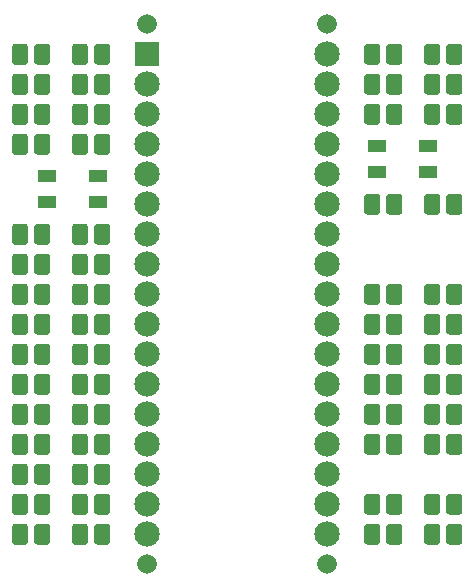
<source format=gbr>
G04 #@! TF.GenerationSoftware,KiCad,Pcbnew,(5.0.0)*
G04 #@! TF.CreationDate,2020-10-19T16:45:58-06:00*
G04 #@! TF.ProjectId,BlueMacro_LED_Tester,426C75654D6163726F5F4C45445F5465,rev?*
G04 #@! TF.SameCoordinates,Original*
G04 #@! TF.FileFunction,Soldermask,Top*
G04 #@! TF.FilePolarity,Negative*
%FSLAX46Y46*%
G04 Gerber Fmt 4.6, Leading zero omitted, Abs format (unit mm)*
G04 Created by KiCad (PCBNEW (5.0.0)) date 10/19/20 16:45:58*
%MOMM*%
%LPD*%
G01*
G04 APERTURE LIST*
%ADD10C,0.100000*%
%ADD11C,1.375000*%
%ADD12R,1.600000X1.050000*%
%ADD13C,2.150000*%
%ADD14R,2.150000X2.150000*%
%ADD15C,1.670000*%
G04 APERTURE END LIST*
D10*
G04 #@! TO.C,D1*
G36*
X159732443Y-66411655D02*
X159765812Y-66416605D01*
X159798535Y-66424802D01*
X159830297Y-66436166D01*
X159860793Y-66450590D01*
X159889727Y-66467932D01*
X159916823Y-66488028D01*
X159941818Y-66510682D01*
X159964472Y-66535677D01*
X159984568Y-66562773D01*
X160001910Y-66591707D01*
X160016334Y-66622203D01*
X160027698Y-66653965D01*
X160035895Y-66686688D01*
X160040845Y-66720057D01*
X160042500Y-66753750D01*
X160042500Y-67866250D01*
X160040845Y-67899943D01*
X160035895Y-67933312D01*
X160027698Y-67966035D01*
X160016334Y-67997797D01*
X160001910Y-68028293D01*
X159984568Y-68057227D01*
X159964472Y-68084323D01*
X159941818Y-68109318D01*
X159916823Y-68131972D01*
X159889727Y-68152068D01*
X159860793Y-68169410D01*
X159830297Y-68183834D01*
X159798535Y-68195198D01*
X159765812Y-68203395D01*
X159732443Y-68208345D01*
X159698750Y-68210000D01*
X159011250Y-68210000D01*
X158977557Y-68208345D01*
X158944188Y-68203395D01*
X158911465Y-68195198D01*
X158879703Y-68183834D01*
X158849207Y-68169410D01*
X158820273Y-68152068D01*
X158793177Y-68131972D01*
X158768182Y-68109318D01*
X158745528Y-68084323D01*
X158725432Y-68057227D01*
X158708090Y-68028293D01*
X158693666Y-67997797D01*
X158682302Y-67966035D01*
X158674105Y-67933312D01*
X158669155Y-67899943D01*
X158667500Y-67866250D01*
X158667500Y-66753750D01*
X158669155Y-66720057D01*
X158674105Y-66686688D01*
X158682302Y-66653965D01*
X158693666Y-66622203D01*
X158708090Y-66591707D01*
X158725432Y-66562773D01*
X158745528Y-66535677D01*
X158768182Y-66510682D01*
X158793177Y-66488028D01*
X158820273Y-66467932D01*
X158849207Y-66450590D01*
X158879703Y-66436166D01*
X158911465Y-66424802D01*
X158944188Y-66416605D01*
X158977557Y-66411655D01*
X159011250Y-66410000D01*
X159698750Y-66410000D01*
X159732443Y-66411655D01*
X159732443Y-66411655D01*
G37*
D11*
X159355000Y-67310000D03*
D10*
G36*
X157857443Y-66411655D02*
X157890812Y-66416605D01*
X157923535Y-66424802D01*
X157955297Y-66436166D01*
X157985793Y-66450590D01*
X158014727Y-66467932D01*
X158041823Y-66488028D01*
X158066818Y-66510682D01*
X158089472Y-66535677D01*
X158109568Y-66562773D01*
X158126910Y-66591707D01*
X158141334Y-66622203D01*
X158152698Y-66653965D01*
X158160895Y-66686688D01*
X158165845Y-66720057D01*
X158167500Y-66753750D01*
X158167500Y-67866250D01*
X158165845Y-67899943D01*
X158160895Y-67933312D01*
X158152698Y-67966035D01*
X158141334Y-67997797D01*
X158126910Y-68028293D01*
X158109568Y-68057227D01*
X158089472Y-68084323D01*
X158066818Y-68109318D01*
X158041823Y-68131972D01*
X158014727Y-68152068D01*
X157985793Y-68169410D01*
X157955297Y-68183834D01*
X157923535Y-68195198D01*
X157890812Y-68203395D01*
X157857443Y-68208345D01*
X157823750Y-68210000D01*
X157136250Y-68210000D01*
X157102557Y-68208345D01*
X157069188Y-68203395D01*
X157036465Y-68195198D01*
X157004703Y-68183834D01*
X156974207Y-68169410D01*
X156945273Y-68152068D01*
X156918177Y-68131972D01*
X156893182Y-68109318D01*
X156870528Y-68084323D01*
X156850432Y-68057227D01*
X156833090Y-68028293D01*
X156818666Y-67997797D01*
X156807302Y-67966035D01*
X156799105Y-67933312D01*
X156794155Y-67899943D01*
X156792500Y-67866250D01*
X156792500Y-66753750D01*
X156794155Y-66720057D01*
X156799105Y-66686688D01*
X156807302Y-66653965D01*
X156818666Y-66622203D01*
X156833090Y-66591707D01*
X156850432Y-66562773D01*
X156870528Y-66535677D01*
X156893182Y-66510682D01*
X156918177Y-66488028D01*
X156945273Y-66467932D01*
X156974207Y-66450590D01*
X157004703Y-66436166D01*
X157036465Y-66424802D01*
X157069188Y-66416605D01*
X157102557Y-66411655D01*
X157136250Y-66410000D01*
X157823750Y-66410000D01*
X157857443Y-66411655D01*
X157857443Y-66411655D01*
G37*
D11*
X157480000Y-67310000D03*
G04 #@! TD*
D10*
G04 #@! TO.C,D2*
G36*
X157857443Y-68951655D02*
X157890812Y-68956605D01*
X157923535Y-68964802D01*
X157955297Y-68976166D01*
X157985793Y-68990590D01*
X158014727Y-69007932D01*
X158041823Y-69028028D01*
X158066818Y-69050682D01*
X158089472Y-69075677D01*
X158109568Y-69102773D01*
X158126910Y-69131707D01*
X158141334Y-69162203D01*
X158152698Y-69193965D01*
X158160895Y-69226688D01*
X158165845Y-69260057D01*
X158167500Y-69293750D01*
X158167500Y-70406250D01*
X158165845Y-70439943D01*
X158160895Y-70473312D01*
X158152698Y-70506035D01*
X158141334Y-70537797D01*
X158126910Y-70568293D01*
X158109568Y-70597227D01*
X158089472Y-70624323D01*
X158066818Y-70649318D01*
X158041823Y-70671972D01*
X158014727Y-70692068D01*
X157985793Y-70709410D01*
X157955297Y-70723834D01*
X157923535Y-70735198D01*
X157890812Y-70743395D01*
X157857443Y-70748345D01*
X157823750Y-70750000D01*
X157136250Y-70750000D01*
X157102557Y-70748345D01*
X157069188Y-70743395D01*
X157036465Y-70735198D01*
X157004703Y-70723834D01*
X156974207Y-70709410D01*
X156945273Y-70692068D01*
X156918177Y-70671972D01*
X156893182Y-70649318D01*
X156870528Y-70624323D01*
X156850432Y-70597227D01*
X156833090Y-70568293D01*
X156818666Y-70537797D01*
X156807302Y-70506035D01*
X156799105Y-70473312D01*
X156794155Y-70439943D01*
X156792500Y-70406250D01*
X156792500Y-69293750D01*
X156794155Y-69260057D01*
X156799105Y-69226688D01*
X156807302Y-69193965D01*
X156818666Y-69162203D01*
X156833090Y-69131707D01*
X156850432Y-69102773D01*
X156870528Y-69075677D01*
X156893182Y-69050682D01*
X156918177Y-69028028D01*
X156945273Y-69007932D01*
X156974207Y-68990590D01*
X157004703Y-68976166D01*
X157036465Y-68964802D01*
X157069188Y-68956605D01*
X157102557Y-68951655D01*
X157136250Y-68950000D01*
X157823750Y-68950000D01*
X157857443Y-68951655D01*
X157857443Y-68951655D01*
G37*
D11*
X157480000Y-69850000D03*
D10*
G36*
X159732443Y-68951655D02*
X159765812Y-68956605D01*
X159798535Y-68964802D01*
X159830297Y-68976166D01*
X159860793Y-68990590D01*
X159889727Y-69007932D01*
X159916823Y-69028028D01*
X159941818Y-69050682D01*
X159964472Y-69075677D01*
X159984568Y-69102773D01*
X160001910Y-69131707D01*
X160016334Y-69162203D01*
X160027698Y-69193965D01*
X160035895Y-69226688D01*
X160040845Y-69260057D01*
X160042500Y-69293750D01*
X160042500Y-70406250D01*
X160040845Y-70439943D01*
X160035895Y-70473312D01*
X160027698Y-70506035D01*
X160016334Y-70537797D01*
X160001910Y-70568293D01*
X159984568Y-70597227D01*
X159964472Y-70624323D01*
X159941818Y-70649318D01*
X159916823Y-70671972D01*
X159889727Y-70692068D01*
X159860793Y-70709410D01*
X159830297Y-70723834D01*
X159798535Y-70735198D01*
X159765812Y-70743395D01*
X159732443Y-70748345D01*
X159698750Y-70750000D01*
X159011250Y-70750000D01*
X158977557Y-70748345D01*
X158944188Y-70743395D01*
X158911465Y-70735198D01*
X158879703Y-70723834D01*
X158849207Y-70709410D01*
X158820273Y-70692068D01*
X158793177Y-70671972D01*
X158768182Y-70649318D01*
X158745528Y-70624323D01*
X158725432Y-70597227D01*
X158708090Y-70568293D01*
X158693666Y-70537797D01*
X158682302Y-70506035D01*
X158674105Y-70473312D01*
X158669155Y-70439943D01*
X158667500Y-70406250D01*
X158667500Y-69293750D01*
X158669155Y-69260057D01*
X158674105Y-69226688D01*
X158682302Y-69193965D01*
X158693666Y-69162203D01*
X158708090Y-69131707D01*
X158725432Y-69102773D01*
X158745528Y-69075677D01*
X158768182Y-69050682D01*
X158793177Y-69028028D01*
X158820273Y-69007932D01*
X158849207Y-68990590D01*
X158879703Y-68976166D01*
X158911465Y-68964802D01*
X158944188Y-68956605D01*
X158977557Y-68951655D01*
X159011250Y-68950000D01*
X159698750Y-68950000D01*
X159732443Y-68951655D01*
X159732443Y-68951655D01*
G37*
D11*
X159355000Y-69850000D03*
G04 #@! TD*
D10*
G04 #@! TO.C,D3*
G36*
X157857443Y-71491655D02*
X157890812Y-71496605D01*
X157923535Y-71504802D01*
X157955297Y-71516166D01*
X157985793Y-71530590D01*
X158014727Y-71547932D01*
X158041823Y-71568028D01*
X158066818Y-71590682D01*
X158089472Y-71615677D01*
X158109568Y-71642773D01*
X158126910Y-71671707D01*
X158141334Y-71702203D01*
X158152698Y-71733965D01*
X158160895Y-71766688D01*
X158165845Y-71800057D01*
X158167500Y-71833750D01*
X158167500Y-72946250D01*
X158165845Y-72979943D01*
X158160895Y-73013312D01*
X158152698Y-73046035D01*
X158141334Y-73077797D01*
X158126910Y-73108293D01*
X158109568Y-73137227D01*
X158089472Y-73164323D01*
X158066818Y-73189318D01*
X158041823Y-73211972D01*
X158014727Y-73232068D01*
X157985793Y-73249410D01*
X157955297Y-73263834D01*
X157923535Y-73275198D01*
X157890812Y-73283395D01*
X157857443Y-73288345D01*
X157823750Y-73290000D01*
X157136250Y-73290000D01*
X157102557Y-73288345D01*
X157069188Y-73283395D01*
X157036465Y-73275198D01*
X157004703Y-73263834D01*
X156974207Y-73249410D01*
X156945273Y-73232068D01*
X156918177Y-73211972D01*
X156893182Y-73189318D01*
X156870528Y-73164323D01*
X156850432Y-73137227D01*
X156833090Y-73108293D01*
X156818666Y-73077797D01*
X156807302Y-73046035D01*
X156799105Y-73013312D01*
X156794155Y-72979943D01*
X156792500Y-72946250D01*
X156792500Y-71833750D01*
X156794155Y-71800057D01*
X156799105Y-71766688D01*
X156807302Y-71733965D01*
X156818666Y-71702203D01*
X156833090Y-71671707D01*
X156850432Y-71642773D01*
X156870528Y-71615677D01*
X156893182Y-71590682D01*
X156918177Y-71568028D01*
X156945273Y-71547932D01*
X156974207Y-71530590D01*
X157004703Y-71516166D01*
X157036465Y-71504802D01*
X157069188Y-71496605D01*
X157102557Y-71491655D01*
X157136250Y-71490000D01*
X157823750Y-71490000D01*
X157857443Y-71491655D01*
X157857443Y-71491655D01*
G37*
D11*
X157480000Y-72390000D03*
D10*
G36*
X159732443Y-71491655D02*
X159765812Y-71496605D01*
X159798535Y-71504802D01*
X159830297Y-71516166D01*
X159860793Y-71530590D01*
X159889727Y-71547932D01*
X159916823Y-71568028D01*
X159941818Y-71590682D01*
X159964472Y-71615677D01*
X159984568Y-71642773D01*
X160001910Y-71671707D01*
X160016334Y-71702203D01*
X160027698Y-71733965D01*
X160035895Y-71766688D01*
X160040845Y-71800057D01*
X160042500Y-71833750D01*
X160042500Y-72946250D01*
X160040845Y-72979943D01*
X160035895Y-73013312D01*
X160027698Y-73046035D01*
X160016334Y-73077797D01*
X160001910Y-73108293D01*
X159984568Y-73137227D01*
X159964472Y-73164323D01*
X159941818Y-73189318D01*
X159916823Y-73211972D01*
X159889727Y-73232068D01*
X159860793Y-73249410D01*
X159830297Y-73263834D01*
X159798535Y-73275198D01*
X159765812Y-73283395D01*
X159732443Y-73288345D01*
X159698750Y-73290000D01*
X159011250Y-73290000D01*
X158977557Y-73288345D01*
X158944188Y-73283395D01*
X158911465Y-73275198D01*
X158879703Y-73263834D01*
X158849207Y-73249410D01*
X158820273Y-73232068D01*
X158793177Y-73211972D01*
X158768182Y-73189318D01*
X158745528Y-73164323D01*
X158725432Y-73137227D01*
X158708090Y-73108293D01*
X158693666Y-73077797D01*
X158682302Y-73046035D01*
X158674105Y-73013312D01*
X158669155Y-72979943D01*
X158667500Y-72946250D01*
X158667500Y-71833750D01*
X158669155Y-71800057D01*
X158674105Y-71766688D01*
X158682302Y-71733965D01*
X158693666Y-71702203D01*
X158708090Y-71671707D01*
X158725432Y-71642773D01*
X158745528Y-71615677D01*
X158768182Y-71590682D01*
X158793177Y-71568028D01*
X158820273Y-71547932D01*
X158849207Y-71530590D01*
X158879703Y-71516166D01*
X158911465Y-71504802D01*
X158944188Y-71496605D01*
X158977557Y-71491655D01*
X159011250Y-71490000D01*
X159698750Y-71490000D01*
X159732443Y-71491655D01*
X159732443Y-71491655D01*
G37*
D11*
X159355000Y-72390000D03*
G04 #@! TD*
D10*
G04 #@! TO.C,D4*
G36*
X157857443Y-79111655D02*
X157890812Y-79116605D01*
X157923535Y-79124802D01*
X157955297Y-79136166D01*
X157985793Y-79150590D01*
X158014727Y-79167932D01*
X158041823Y-79188028D01*
X158066818Y-79210682D01*
X158089472Y-79235677D01*
X158109568Y-79262773D01*
X158126910Y-79291707D01*
X158141334Y-79322203D01*
X158152698Y-79353965D01*
X158160895Y-79386688D01*
X158165845Y-79420057D01*
X158167500Y-79453750D01*
X158167500Y-80566250D01*
X158165845Y-80599943D01*
X158160895Y-80633312D01*
X158152698Y-80666035D01*
X158141334Y-80697797D01*
X158126910Y-80728293D01*
X158109568Y-80757227D01*
X158089472Y-80784323D01*
X158066818Y-80809318D01*
X158041823Y-80831972D01*
X158014727Y-80852068D01*
X157985793Y-80869410D01*
X157955297Y-80883834D01*
X157923535Y-80895198D01*
X157890812Y-80903395D01*
X157857443Y-80908345D01*
X157823750Y-80910000D01*
X157136250Y-80910000D01*
X157102557Y-80908345D01*
X157069188Y-80903395D01*
X157036465Y-80895198D01*
X157004703Y-80883834D01*
X156974207Y-80869410D01*
X156945273Y-80852068D01*
X156918177Y-80831972D01*
X156893182Y-80809318D01*
X156870528Y-80784323D01*
X156850432Y-80757227D01*
X156833090Y-80728293D01*
X156818666Y-80697797D01*
X156807302Y-80666035D01*
X156799105Y-80633312D01*
X156794155Y-80599943D01*
X156792500Y-80566250D01*
X156792500Y-79453750D01*
X156794155Y-79420057D01*
X156799105Y-79386688D01*
X156807302Y-79353965D01*
X156818666Y-79322203D01*
X156833090Y-79291707D01*
X156850432Y-79262773D01*
X156870528Y-79235677D01*
X156893182Y-79210682D01*
X156918177Y-79188028D01*
X156945273Y-79167932D01*
X156974207Y-79150590D01*
X157004703Y-79136166D01*
X157036465Y-79124802D01*
X157069188Y-79116605D01*
X157102557Y-79111655D01*
X157136250Y-79110000D01*
X157823750Y-79110000D01*
X157857443Y-79111655D01*
X157857443Y-79111655D01*
G37*
D11*
X157480000Y-80010000D03*
D10*
G36*
X159732443Y-79111655D02*
X159765812Y-79116605D01*
X159798535Y-79124802D01*
X159830297Y-79136166D01*
X159860793Y-79150590D01*
X159889727Y-79167932D01*
X159916823Y-79188028D01*
X159941818Y-79210682D01*
X159964472Y-79235677D01*
X159984568Y-79262773D01*
X160001910Y-79291707D01*
X160016334Y-79322203D01*
X160027698Y-79353965D01*
X160035895Y-79386688D01*
X160040845Y-79420057D01*
X160042500Y-79453750D01*
X160042500Y-80566250D01*
X160040845Y-80599943D01*
X160035895Y-80633312D01*
X160027698Y-80666035D01*
X160016334Y-80697797D01*
X160001910Y-80728293D01*
X159984568Y-80757227D01*
X159964472Y-80784323D01*
X159941818Y-80809318D01*
X159916823Y-80831972D01*
X159889727Y-80852068D01*
X159860793Y-80869410D01*
X159830297Y-80883834D01*
X159798535Y-80895198D01*
X159765812Y-80903395D01*
X159732443Y-80908345D01*
X159698750Y-80910000D01*
X159011250Y-80910000D01*
X158977557Y-80908345D01*
X158944188Y-80903395D01*
X158911465Y-80895198D01*
X158879703Y-80883834D01*
X158849207Y-80869410D01*
X158820273Y-80852068D01*
X158793177Y-80831972D01*
X158768182Y-80809318D01*
X158745528Y-80784323D01*
X158725432Y-80757227D01*
X158708090Y-80728293D01*
X158693666Y-80697797D01*
X158682302Y-80666035D01*
X158674105Y-80633312D01*
X158669155Y-80599943D01*
X158667500Y-80566250D01*
X158667500Y-79453750D01*
X158669155Y-79420057D01*
X158674105Y-79386688D01*
X158682302Y-79353965D01*
X158693666Y-79322203D01*
X158708090Y-79291707D01*
X158725432Y-79262773D01*
X158745528Y-79235677D01*
X158768182Y-79210682D01*
X158793177Y-79188028D01*
X158820273Y-79167932D01*
X158849207Y-79150590D01*
X158879703Y-79136166D01*
X158911465Y-79124802D01*
X158944188Y-79116605D01*
X158977557Y-79111655D01*
X159011250Y-79110000D01*
X159698750Y-79110000D01*
X159732443Y-79111655D01*
X159732443Y-79111655D01*
G37*
D11*
X159355000Y-80010000D03*
G04 #@! TD*
D10*
G04 #@! TO.C,D5*
G36*
X159732443Y-86731655D02*
X159765812Y-86736605D01*
X159798535Y-86744802D01*
X159830297Y-86756166D01*
X159860793Y-86770590D01*
X159889727Y-86787932D01*
X159916823Y-86808028D01*
X159941818Y-86830682D01*
X159964472Y-86855677D01*
X159984568Y-86882773D01*
X160001910Y-86911707D01*
X160016334Y-86942203D01*
X160027698Y-86973965D01*
X160035895Y-87006688D01*
X160040845Y-87040057D01*
X160042500Y-87073750D01*
X160042500Y-88186250D01*
X160040845Y-88219943D01*
X160035895Y-88253312D01*
X160027698Y-88286035D01*
X160016334Y-88317797D01*
X160001910Y-88348293D01*
X159984568Y-88377227D01*
X159964472Y-88404323D01*
X159941818Y-88429318D01*
X159916823Y-88451972D01*
X159889727Y-88472068D01*
X159860793Y-88489410D01*
X159830297Y-88503834D01*
X159798535Y-88515198D01*
X159765812Y-88523395D01*
X159732443Y-88528345D01*
X159698750Y-88530000D01*
X159011250Y-88530000D01*
X158977557Y-88528345D01*
X158944188Y-88523395D01*
X158911465Y-88515198D01*
X158879703Y-88503834D01*
X158849207Y-88489410D01*
X158820273Y-88472068D01*
X158793177Y-88451972D01*
X158768182Y-88429318D01*
X158745528Y-88404323D01*
X158725432Y-88377227D01*
X158708090Y-88348293D01*
X158693666Y-88317797D01*
X158682302Y-88286035D01*
X158674105Y-88253312D01*
X158669155Y-88219943D01*
X158667500Y-88186250D01*
X158667500Y-87073750D01*
X158669155Y-87040057D01*
X158674105Y-87006688D01*
X158682302Y-86973965D01*
X158693666Y-86942203D01*
X158708090Y-86911707D01*
X158725432Y-86882773D01*
X158745528Y-86855677D01*
X158768182Y-86830682D01*
X158793177Y-86808028D01*
X158820273Y-86787932D01*
X158849207Y-86770590D01*
X158879703Y-86756166D01*
X158911465Y-86744802D01*
X158944188Y-86736605D01*
X158977557Y-86731655D01*
X159011250Y-86730000D01*
X159698750Y-86730000D01*
X159732443Y-86731655D01*
X159732443Y-86731655D01*
G37*
D11*
X159355000Y-87630000D03*
D10*
G36*
X157857443Y-86731655D02*
X157890812Y-86736605D01*
X157923535Y-86744802D01*
X157955297Y-86756166D01*
X157985793Y-86770590D01*
X158014727Y-86787932D01*
X158041823Y-86808028D01*
X158066818Y-86830682D01*
X158089472Y-86855677D01*
X158109568Y-86882773D01*
X158126910Y-86911707D01*
X158141334Y-86942203D01*
X158152698Y-86973965D01*
X158160895Y-87006688D01*
X158165845Y-87040057D01*
X158167500Y-87073750D01*
X158167500Y-88186250D01*
X158165845Y-88219943D01*
X158160895Y-88253312D01*
X158152698Y-88286035D01*
X158141334Y-88317797D01*
X158126910Y-88348293D01*
X158109568Y-88377227D01*
X158089472Y-88404323D01*
X158066818Y-88429318D01*
X158041823Y-88451972D01*
X158014727Y-88472068D01*
X157985793Y-88489410D01*
X157955297Y-88503834D01*
X157923535Y-88515198D01*
X157890812Y-88523395D01*
X157857443Y-88528345D01*
X157823750Y-88530000D01*
X157136250Y-88530000D01*
X157102557Y-88528345D01*
X157069188Y-88523395D01*
X157036465Y-88515198D01*
X157004703Y-88503834D01*
X156974207Y-88489410D01*
X156945273Y-88472068D01*
X156918177Y-88451972D01*
X156893182Y-88429318D01*
X156870528Y-88404323D01*
X156850432Y-88377227D01*
X156833090Y-88348293D01*
X156818666Y-88317797D01*
X156807302Y-88286035D01*
X156799105Y-88253312D01*
X156794155Y-88219943D01*
X156792500Y-88186250D01*
X156792500Y-87073750D01*
X156794155Y-87040057D01*
X156799105Y-87006688D01*
X156807302Y-86973965D01*
X156818666Y-86942203D01*
X156833090Y-86911707D01*
X156850432Y-86882773D01*
X156870528Y-86855677D01*
X156893182Y-86830682D01*
X156918177Y-86808028D01*
X156945273Y-86787932D01*
X156974207Y-86770590D01*
X157004703Y-86756166D01*
X157036465Y-86744802D01*
X157069188Y-86736605D01*
X157102557Y-86731655D01*
X157136250Y-86730000D01*
X157823750Y-86730000D01*
X157857443Y-86731655D01*
X157857443Y-86731655D01*
G37*
D11*
X157480000Y-87630000D03*
G04 #@! TD*
D10*
G04 #@! TO.C,D6*
G36*
X157857443Y-89271655D02*
X157890812Y-89276605D01*
X157923535Y-89284802D01*
X157955297Y-89296166D01*
X157985793Y-89310590D01*
X158014727Y-89327932D01*
X158041823Y-89348028D01*
X158066818Y-89370682D01*
X158089472Y-89395677D01*
X158109568Y-89422773D01*
X158126910Y-89451707D01*
X158141334Y-89482203D01*
X158152698Y-89513965D01*
X158160895Y-89546688D01*
X158165845Y-89580057D01*
X158167500Y-89613750D01*
X158167500Y-90726250D01*
X158165845Y-90759943D01*
X158160895Y-90793312D01*
X158152698Y-90826035D01*
X158141334Y-90857797D01*
X158126910Y-90888293D01*
X158109568Y-90917227D01*
X158089472Y-90944323D01*
X158066818Y-90969318D01*
X158041823Y-90991972D01*
X158014727Y-91012068D01*
X157985793Y-91029410D01*
X157955297Y-91043834D01*
X157923535Y-91055198D01*
X157890812Y-91063395D01*
X157857443Y-91068345D01*
X157823750Y-91070000D01*
X157136250Y-91070000D01*
X157102557Y-91068345D01*
X157069188Y-91063395D01*
X157036465Y-91055198D01*
X157004703Y-91043834D01*
X156974207Y-91029410D01*
X156945273Y-91012068D01*
X156918177Y-90991972D01*
X156893182Y-90969318D01*
X156870528Y-90944323D01*
X156850432Y-90917227D01*
X156833090Y-90888293D01*
X156818666Y-90857797D01*
X156807302Y-90826035D01*
X156799105Y-90793312D01*
X156794155Y-90759943D01*
X156792500Y-90726250D01*
X156792500Y-89613750D01*
X156794155Y-89580057D01*
X156799105Y-89546688D01*
X156807302Y-89513965D01*
X156818666Y-89482203D01*
X156833090Y-89451707D01*
X156850432Y-89422773D01*
X156870528Y-89395677D01*
X156893182Y-89370682D01*
X156918177Y-89348028D01*
X156945273Y-89327932D01*
X156974207Y-89310590D01*
X157004703Y-89296166D01*
X157036465Y-89284802D01*
X157069188Y-89276605D01*
X157102557Y-89271655D01*
X157136250Y-89270000D01*
X157823750Y-89270000D01*
X157857443Y-89271655D01*
X157857443Y-89271655D01*
G37*
D11*
X157480000Y-90170000D03*
D10*
G36*
X159732443Y-89271655D02*
X159765812Y-89276605D01*
X159798535Y-89284802D01*
X159830297Y-89296166D01*
X159860793Y-89310590D01*
X159889727Y-89327932D01*
X159916823Y-89348028D01*
X159941818Y-89370682D01*
X159964472Y-89395677D01*
X159984568Y-89422773D01*
X160001910Y-89451707D01*
X160016334Y-89482203D01*
X160027698Y-89513965D01*
X160035895Y-89546688D01*
X160040845Y-89580057D01*
X160042500Y-89613750D01*
X160042500Y-90726250D01*
X160040845Y-90759943D01*
X160035895Y-90793312D01*
X160027698Y-90826035D01*
X160016334Y-90857797D01*
X160001910Y-90888293D01*
X159984568Y-90917227D01*
X159964472Y-90944323D01*
X159941818Y-90969318D01*
X159916823Y-90991972D01*
X159889727Y-91012068D01*
X159860793Y-91029410D01*
X159830297Y-91043834D01*
X159798535Y-91055198D01*
X159765812Y-91063395D01*
X159732443Y-91068345D01*
X159698750Y-91070000D01*
X159011250Y-91070000D01*
X158977557Y-91068345D01*
X158944188Y-91063395D01*
X158911465Y-91055198D01*
X158879703Y-91043834D01*
X158849207Y-91029410D01*
X158820273Y-91012068D01*
X158793177Y-90991972D01*
X158768182Y-90969318D01*
X158745528Y-90944323D01*
X158725432Y-90917227D01*
X158708090Y-90888293D01*
X158693666Y-90857797D01*
X158682302Y-90826035D01*
X158674105Y-90793312D01*
X158669155Y-90759943D01*
X158667500Y-90726250D01*
X158667500Y-89613750D01*
X158669155Y-89580057D01*
X158674105Y-89546688D01*
X158682302Y-89513965D01*
X158693666Y-89482203D01*
X158708090Y-89451707D01*
X158725432Y-89422773D01*
X158745528Y-89395677D01*
X158768182Y-89370682D01*
X158793177Y-89348028D01*
X158820273Y-89327932D01*
X158849207Y-89310590D01*
X158879703Y-89296166D01*
X158911465Y-89284802D01*
X158944188Y-89276605D01*
X158977557Y-89271655D01*
X159011250Y-89270000D01*
X159698750Y-89270000D01*
X159732443Y-89271655D01*
X159732443Y-89271655D01*
G37*
D11*
X159355000Y-90170000D03*
G04 #@! TD*
D10*
G04 #@! TO.C,D7*
G36*
X159732443Y-91811655D02*
X159765812Y-91816605D01*
X159798535Y-91824802D01*
X159830297Y-91836166D01*
X159860793Y-91850590D01*
X159889727Y-91867932D01*
X159916823Y-91888028D01*
X159941818Y-91910682D01*
X159964472Y-91935677D01*
X159984568Y-91962773D01*
X160001910Y-91991707D01*
X160016334Y-92022203D01*
X160027698Y-92053965D01*
X160035895Y-92086688D01*
X160040845Y-92120057D01*
X160042500Y-92153750D01*
X160042500Y-93266250D01*
X160040845Y-93299943D01*
X160035895Y-93333312D01*
X160027698Y-93366035D01*
X160016334Y-93397797D01*
X160001910Y-93428293D01*
X159984568Y-93457227D01*
X159964472Y-93484323D01*
X159941818Y-93509318D01*
X159916823Y-93531972D01*
X159889727Y-93552068D01*
X159860793Y-93569410D01*
X159830297Y-93583834D01*
X159798535Y-93595198D01*
X159765812Y-93603395D01*
X159732443Y-93608345D01*
X159698750Y-93610000D01*
X159011250Y-93610000D01*
X158977557Y-93608345D01*
X158944188Y-93603395D01*
X158911465Y-93595198D01*
X158879703Y-93583834D01*
X158849207Y-93569410D01*
X158820273Y-93552068D01*
X158793177Y-93531972D01*
X158768182Y-93509318D01*
X158745528Y-93484323D01*
X158725432Y-93457227D01*
X158708090Y-93428293D01*
X158693666Y-93397797D01*
X158682302Y-93366035D01*
X158674105Y-93333312D01*
X158669155Y-93299943D01*
X158667500Y-93266250D01*
X158667500Y-92153750D01*
X158669155Y-92120057D01*
X158674105Y-92086688D01*
X158682302Y-92053965D01*
X158693666Y-92022203D01*
X158708090Y-91991707D01*
X158725432Y-91962773D01*
X158745528Y-91935677D01*
X158768182Y-91910682D01*
X158793177Y-91888028D01*
X158820273Y-91867932D01*
X158849207Y-91850590D01*
X158879703Y-91836166D01*
X158911465Y-91824802D01*
X158944188Y-91816605D01*
X158977557Y-91811655D01*
X159011250Y-91810000D01*
X159698750Y-91810000D01*
X159732443Y-91811655D01*
X159732443Y-91811655D01*
G37*
D11*
X159355000Y-92710000D03*
D10*
G36*
X157857443Y-91811655D02*
X157890812Y-91816605D01*
X157923535Y-91824802D01*
X157955297Y-91836166D01*
X157985793Y-91850590D01*
X158014727Y-91867932D01*
X158041823Y-91888028D01*
X158066818Y-91910682D01*
X158089472Y-91935677D01*
X158109568Y-91962773D01*
X158126910Y-91991707D01*
X158141334Y-92022203D01*
X158152698Y-92053965D01*
X158160895Y-92086688D01*
X158165845Y-92120057D01*
X158167500Y-92153750D01*
X158167500Y-93266250D01*
X158165845Y-93299943D01*
X158160895Y-93333312D01*
X158152698Y-93366035D01*
X158141334Y-93397797D01*
X158126910Y-93428293D01*
X158109568Y-93457227D01*
X158089472Y-93484323D01*
X158066818Y-93509318D01*
X158041823Y-93531972D01*
X158014727Y-93552068D01*
X157985793Y-93569410D01*
X157955297Y-93583834D01*
X157923535Y-93595198D01*
X157890812Y-93603395D01*
X157857443Y-93608345D01*
X157823750Y-93610000D01*
X157136250Y-93610000D01*
X157102557Y-93608345D01*
X157069188Y-93603395D01*
X157036465Y-93595198D01*
X157004703Y-93583834D01*
X156974207Y-93569410D01*
X156945273Y-93552068D01*
X156918177Y-93531972D01*
X156893182Y-93509318D01*
X156870528Y-93484323D01*
X156850432Y-93457227D01*
X156833090Y-93428293D01*
X156818666Y-93397797D01*
X156807302Y-93366035D01*
X156799105Y-93333312D01*
X156794155Y-93299943D01*
X156792500Y-93266250D01*
X156792500Y-92153750D01*
X156794155Y-92120057D01*
X156799105Y-92086688D01*
X156807302Y-92053965D01*
X156818666Y-92022203D01*
X156833090Y-91991707D01*
X156850432Y-91962773D01*
X156870528Y-91935677D01*
X156893182Y-91910682D01*
X156918177Y-91888028D01*
X156945273Y-91867932D01*
X156974207Y-91850590D01*
X157004703Y-91836166D01*
X157036465Y-91824802D01*
X157069188Y-91816605D01*
X157102557Y-91811655D01*
X157136250Y-91810000D01*
X157823750Y-91810000D01*
X157857443Y-91811655D01*
X157857443Y-91811655D01*
G37*
D11*
X157480000Y-92710000D03*
G04 #@! TD*
D10*
G04 #@! TO.C,D8*
G36*
X159732443Y-94351655D02*
X159765812Y-94356605D01*
X159798535Y-94364802D01*
X159830297Y-94376166D01*
X159860793Y-94390590D01*
X159889727Y-94407932D01*
X159916823Y-94428028D01*
X159941818Y-94450682D01*
X159964472Y-94475677D01*
X159984568Y-94502773D01*
X160001910Y-94531707D01*
X160016334Y-94562203D01*
X160027698Y-94593965D01*
X160035895Y-94626688D01*
X160040845Y-94660057D01*
X160042500Y-94693750D01*
X160042500Y-95806250D01*
X160040845Y-95839943D01*
X160035895Y-95873312D01*
X160027698Y-95906035D01*
X160016334Y-95937797D01*
X160001910Y-95968293D01*
X159984568Y-95997227D01*
X159964472Y-96024323D01*
X159941818Y-96049318D01*
X159916823Y-96071972D01*
X159889727Y-96092068D01*
X159860793Y-96109410D01*
X159830297Y-96123834D01*
X159798535Y-96135198D01*
X159765812Y-96143395D01*
X159732443Y-96148345D01*
X159698750Y-96150000D01*
X159011250Y-96150000D01*
X158977557Y-96148345D01*
X158944188Y-96143395D01*
X158911465Y-96135198D01*
X158879703Y-96123834D01*
X158849207Y-96109410D01*
X158820273Y-96092068D01*
X158793177Y-96071972D01*
X158768182Y-96049318D01*
X158745528Y-96024323D01*
X158725432Y-95997227D01*
X158708090Y-95968293D01*
X158693666Y-95937797D01*
X158682302Y-95906035D01*
X158674105Y-95873312D01*
X158669155Y-95839943D01*
X158667500Y-95806250D01*
X158667500Y-94693750D01*
X158669155Y-94660057D01*
X158674105Y-94626688D01*
X158682302Y-94593965D01*
X158693666Y-94562203D01*
X158708090Y-94531707D01*
X158725432Y-94502773D01*
X158745528Y-94475677D01*
X158768182Y-94450682D01*
X158793177Y-94428028D01*
X158820273Y-94407932D01*
X158849207Y-94390590D01*
X158879703Y-94376166D01*
X158911465Y-94364802D01*
X158944188Y-94356605D01*
X158977557Y-94351655D01*
X159011250Y-94350000D01*
X159698750Y-94350000D01*
X159732443Y-94351655D01*
X159732443Y-94351655D01*
G37*
D11*
X159355000Y-95250000D03*
D10*
G36*
X157857443Y-94351655D02*
X157890812Y-94356605D01*
X157923535Y-94364802D01*
X157955297Y-94376166D01*
X157985793Y-94390590D01*
X158014727Y-94407932D01*
X158041823Y-94428028D01*
X158066818Y-94450682D01*
X158089472Y-94475677D01*
X158109568Y-94502773D01*
X158126910Y-94531707D01*
X158141334Y-94562203D01*
X158152698Y-94593965D01*
X158160895Y-94626688D01*
X158165845Y-94660057D01*
X158167500Y-94693750D01*
X158167500Y-95806250D01*
X158165845Y-95839943D01*
X158160895Y-95873312D01*
X158152698Y-95906035D01*
X158141334Y-95937797D01*
X158126910Y-95968293D01*
X158109568Y-95997227D01*
X158089472Y-96024323D01*
X158066818Y-96049318D01*
X158041823Y-96071972D01*
X158014727Y-96092068D01*
X157985793Y-96109410D01*
X157955297Y-96123834D01*
X157923535Y-96135198D01*
X157890812Y-96143395D01*
X157857443Y-96148345D01*
X157823750Y-96150000D01*
X157136250Y-96150000D01*
X157102557Y-96148345D01*
X157069188Y-96143395D01*
X157036465Y-96135198D01*
X157004703Y-96123834D01*
X156974207Y-96109410D01*
X156945273Y-96092068D01*
X156918177Y-96071972D01*
X156893182Y-96049318D01*
X156870528Y-96024323D01*
X156850432Y-95997227D01*
X156833090Y-95968293D01*
X156818666Y-95937797D01*
X156807302Y-95906035D01*
X156799105Y-95873312D01*
X156794155Y-95839943D01*
X156792500Y-95806250D01*
X156792500Y-94693750D01*
X156794155Y-94660057D01*
X156799105Y-94626688D01*
X156807302Y-94593965D01*
X156818666Y-94562203D01*
X156833090Y-94531707D01*
X156850432Y-94502773D01*
X156870528Y-94475677D01*
X156893182Y-94450682D01*
X156918177Y-94428028D01*
X156945273Y-94407932D01*
X156974207Y-94390590D01*
X157004703Y-94376166D01*
X157036465Y-94364802D01*
X157069188Y-94356605D01*
X157102557Y-94351655D01*
X157136250Y-94350000D01*
X157823750Y-94350000D01*
X157857443Y-94351655D01*
X157857443Y-94351655D01*
G37*
D11*
X157480000Y-95250000D03*
G04 #@! TD*
D10*
G04 #@! TO.C,D9*
G36*
X159732443Y-96891655D02*
X159765812Y-96896605D01*
X159798535Y-96904802D01*
X159830297Y-96916166D01*
X159860793Y-96930590D01*
X159889727Y-96947932D01*
X159916823Y-96968028D01*
X159941818Y-96990682D01*
X159964472Y-97015677D01*
X159984568Y-97042773D01*
X160001910Y-97071707D01*
X160016334Y-97102203D01*
X160027698Y-97133965D01*
X160035895Y-97166688D01*
X160040845Y-97200057D01*
X160042500Y-97233750D01*
X160042500Y-98346250D01*
X160040845Y-98379943D01*
X160035895Y-98413312D01*
X160027698Y-98446035D01*
X160016334Y-98477797D01*
X160001910Y-98508293D01*
X159984568Y-98537227D01*
X159964472Y-98564323D01*
X159941818Y-98589318D01*
X159916823Y-98611972D01*
X159889727Y-98632068D01*
X159860793Y-98649410D01*
X159830297Y-98663834D01*
X159798535Y-98675198D01*
X159765812Y-98683395D01*
X159732443Y-98688345D01*
X159698750Y-98690000D01*
X159011250Y-98690000D01*
X158977557Y-98688345D01*
X158944188Y-98683395D01*
X158911465Y-98675198D01*
X158879703Y-98663834D01*
X158849207Y-98649410D01*
X158820273Y-98632068D01*
X158793177Y-98611972D01*
X158768182Y-98589318D01*
X158745528Y-98564323D01*
X158725432Y-98537227D01*
X158708090Y-98508293D01*
X158693666Y-98477797D01*
X158682302Y-98446035D01*
X158674105Y-98413312D01*
X158669155Y-98379943D01*
X158667500Y-98346250D01*
X158667500Y-97233750D01*
X158669155Y-97200057D01*
X158674105Y-97166688D01*
X158682302Y-97133965D01*
X158693666Y-97102203D01*
X158708090Y-97071707D01*
X158725432Y-97042773D01*
X158745528Y-97015677D01*
X158768182Y-96990682D01*
X158793177Y-96968028D01*
X158820273Y-96947932D01*
X158849207Y-96930590D01*
X158879703Y-96916166D01*
X158911465Y-96904802D01*
X158944188Y-96896605D01*
X158977557Y-96891655D01*
X159011250Y-96890000D01*
X159698750Y-96890000D01*
X159732443Y-96891655D01*
X159732443Y-96891655D01*
G37*
D11*
X159355000Y-97790000D03*
D10*
G36*
X157857443Y-96891655D02*
X157890812Y-96896605D01*
X157923535Y-96904802D01*
X157955297Y-96916166D01*
X157985793Y-96930590D01*
X158014727Y-96947932D01*
X158041823Y-96968028D01*
X158066818Y-96990682D01*
X158089472Y-97015677D01*
X158109568Y-97042773D01*
X158126910Y-97071707D01*
X158141334Y-97102203D01*
X158152698Y-97133965D01*
X158160895Y-97166688D01*
X158165845Y-97200057D01*
X158167500Y-97233750D01*
X158167500Y-98346250D01*
X158165845Y-98379943D01*
X158160895Y-98413312D01*
X158152698Y-98446035D01*
X158141334Y-98477797D01*
X158126910Y-98508293D01*
X158109568Y-98537227D01*
X158089472Y-98564323D01*
X158066818Y-98589318D01*
X158041823Y-98611972D01*
X158014727Y-98632068D01*
X157985793Y-98649410D01*
X157955297Y-98663834D01*
X157923535Y-98675198D01*
X157890812Y-98683395D01*
X157857443Y-98688345D01*
X157823750Y-98690000D01*
X157136250Y-98690000D01*
X157102557Y-98688345D01*
X157069188Y-98683395D01*
X157036465Y-98675198D01*
X157004703Y-98663834D01*
X156974207Y-98649410D01*
X156945273Y-98632068D01*
X156918177Y-98611972D01*
X156893182Y-98589318D01*
X156870528Y-98564323D01*
X156850432Y-98537227D01*
X156833090Y-98508293D01*
X156818666Y-98477797D01*
X156807302Y-98446035D01*
X156799105Y-98413312D01*
X156794155Y-98379943D01*
X156792500Y-98346250D01*
X156792500Y-97233750D01*
X156794155Y-97200057D01*
X156799105Y-97166688D01*
X156807302Y-97133965D01*
X156818666Y-97102203D01*
X156833090Y-97071707D01*
X156850432Y-97042773D01*
X156870528Y-97015677D01*
X156893182Y-96990682D01*
X156918177Y-96968028D01*
X156945273Y-96947932D01*
X156974207Y-96930590D01*
X157004703Y-96916166D01*
X157036465Y-96904802D01*
X157069188Y-96896605D01*
X157102557Y-96891655D01*
X157136250Y-96890000D01*
X157823750Y-96890000D01*
X157857443Y-96891655D01*
X157857443Y-96891655D01*
G37*
D11*
X157480000Y-97790000D03*
G04 #@! TD*
D10*
G04 #@! TO.C,D10*
G36*
X159732443Y-99431655D02*
X159765812Y-99436605D01*
X159798535Y-99444802D01*
X159830297Y-99456166D01*
X159860793Y-99470590D01*
X159889727Y-99487932D01*
X159916823Y-99508028D01*
X159941818Y-99530682D01*
X159964472Y-99555677D01*
X159984568Y-99582773D01*
X160001910Y-99611707D01*
X160016334Y-99642203D01*
X160027698Y-99673965D01*
X160035895Y-99706688D01*
X160040845Y-99740057D01*
X160042500Y-99773750D01*
X160042500Y-100886250D01*
X160040845Y-100919943D01*
X160035895Y-100953312D01*
X160027698Y-100986035D01*
X160016334Y-101017797D01*
X160001910Y-101048293D01*
X159984568Y-101077227D01*
X159964472Y-101104323D01*
X159941818Y-101129318D01*
X159916823Y-101151972D01*
X159889727Y-101172068D01*
X159860793Y-101189410D01*
X159830297Y-101203834D01*
X159798535Y-101215198D01*
X159765812Y-101223395D01*
X159732443Y-101228345D01*
X159698750Y-101230000D01*
X159011250Y-101230000D01*
X158977557Y-101228345D01*
X158944188Y-101223395D01*
X158911465Y-101215198D01*
X158879703Y-101203834D01*
X158849207Y-101189410D01*
X158820273Y-101172068D01*
X158793177Y-101151972D01*
X158768182Y-101129318D01*
X158745528Y-101104323D01*
X158725432Y-101077227D01*
X158708090Y-101048293D01*
X158693666Y-101017797D01*
X158682302Y-100986035D01*
X158674105Y-100953312D01*
X158669155Y-100919943D01*
X158667500Y-100886250D01*
X158667500Y-99773750D01*
X158669155Y-99740057D01*
X158674105Y-99706688D01*
X158682302Y-99673965D01*
X158693666Y-99642203D01*
X158708090Y-99611707D01*
X158725432Y-99582773D01*
X158745528Y-99555677D01*
X158768182Y-99530682D01*
X158793177Y-99508028D01*
X158820273Y-99487932D01*
X158849207Y-99470590D01*
X158879703Y-99456166D01*
X158911465Y-99444802D01*
X158944188Y-99436605D01*
X158977557Y-99431655D01*
X159011250Y-99430000D01*
X159698750Y-99430000D01*
X159732443Y-99431655D01*
X159732443Y-99431655D01*
G37*
D11*
X159355000Y-100330000D03*
D10*
G36*
X157857443Y-99431655D02*
X157890812Y-99436605D01*
X157923535Y-99444802D01*
X157955297Y-99456166D01*
X157985793Y-99470590D01*
X158014727Y-99487932D01*
X158041823Y-99508028D01*
X158066818Y-99530682D01*
X158089472Y-99555677D01*
X158109568Y-99582773D01*
X158126910Y-99611707D01*
X158141334Y-99642203D01*
X158152698Y-99673965D01*
X158160895Y-99706688D01*
X158165845Y-99740057D01*
X158167500Y-99773750D01*
X158167500Y-100886250D01*
X158165845Y-100919943D01*
X158160895Y-100953312D01*
X158152698Y-100986035D01*
X158141334Y-101017797D01*
X158126910Y-101048293D01*
X158109568Y-101077227D01*
X158089472Y-101104323D01*
X158066818Y-101129318D01*
X158041823Y-101151972D01*
X158014727Y-101172068D01*
X157985793Y-101189410D01*
X157955297Y-101203834D01*
X157923535Y-101215198D01*
X157890812Y-101223395D01*
X157857443Y-101228345D01*
X157823750Y-101230000D01*
X157136250Y-101230000D01*
X157102557Y-101228345D01*
X157069188Y-101223395D01*
X157036465Y-101215198D01*
X157004703Y-101203834D01*
X156974207Y-101189410D01*
X156945273Y-101172068D01*
X156918177Y-101151972D01*
X156893182Y-101129318D01*
X156870528Y-101104323D01*
X156850432Y-101077227D01*
X156833090Y-101048293D01*
X156818666Y-101017797D01*
X156807302Y-100986035D01*
X156799105Y-100953312D01*
X156794155Y-100919943D01*
X156792500Y-100886250D01*
X156792500Y-99773750D01*
X156794155Y-99740057D01*
X156799105Y-99706688D01*
X156807302Y-99673965D01*
X156818666Y-99642203D01*
X156833090Y-99611707D01*
X156850432Y-99582773D01*
X156870528Y-99555677D01*
X156893182Y-99530682D01*
X156918177Y-99508028D01*
X156945273Y-99487932D01*
X156974207Y-99470590D01*
X157004703Y-99456166D01*
X157036465Y-99444802D01*
X157069188Y-99436605D01*
X157102557Y-99431655D01*
X157136250Y-99430000D01*
X157823750Y-99430000D01*
X157857443Y-99431655D01*
X157857443Y-99431655D01*
G37*
D11*
X157480000Y-100330000D03*
G04 #@! TD*
D10*
G04 #@! TO.C,D11*
G36*
X159732443Y-104511655D02*
X159765812Y-104516605D01*
X159798535Y-104524802D01*
X159830297Y-104536166D01*
X159860793Y-104550590D01*
X159889727Y-104567932D01*
X159916823Y-104588028D01*
X159941818Y-104610682D01*
X159964472Y-104635677D01*
X159984568Y-104662773D01*
X160001910Y-104691707D01*
X160016334Y-104722203D01*
X160027698Y-104753965D01*
X160035895Y-104786688D01*
X160040845Y-104820057D01*
X160042500Y-104853750D01*
X160042500Y-105966250D01*
X160040845Y-105999943D01*
X160035895Y-106033312D01*
X160027698Y-106066035D01*
X160016334Y-106097797D01*
X160001910Y-106128293D01*
X159984568Y-106157227D01*
X159964472Y-106184323D01*
X159941818Y-106209318D01*
X159916823Y-106231972D01*
X159889727Y-106252068D01*
X159860793Y-106269410D01*
X159830297Y-106283834D01*
X159798535Y-106295198D01*
X159765812Y-106303395D01*
X159732443Y-106308345D01*
X159698750Y-106310000D01*
X159011250Y-106310000D01*
X158977557Y-106308345D01*
X158944188Y-106303395D01*
X158911465Y-106295198D01*
X158879703Y-106283834D01*
X158849207Y-106269410D01*
X158820273Y-106252068D01*
X158793177Y-106231972D01*
X158768182Y-106209318D01*
X158745528Y-106184323D01*
X158725432Y-106157227D01*
X158708090Y-106128293D01*
X158693666Y-106097797D01*
X158682302Y-106066035D01*
X158674105Y-106033312D01*
X158669155Y-105999943D01*
X158667500Y-105966250D01*
X158667500Y-104853750D01*
X158669155Y-104820057D01*
X158674105Y-104786688D01*
X158682302Y-104753965D01*
X158693666Y-104722203D01*
X158708090Y-104691707D01*
X158725432Y-104662773D01*
X158745528Y-104635677D01*
X158768182Y-104610682D01*
X158793177Y-104588028D01*
X158820273Y-104567932D01*
X158849207Y-104550590D01*
X158879703Y-104536166D01*
X158911465Y-104524802D01*
X158944188Y-104516605D01*
X158977557Y-104511655D01*
X159011250Y-104510000D01*
X159698750Y-104510000D01*
X159732443Y-104511655D01*
X159732443Y-104511655D01*
G37*
D11*
X159355000Y-105410000D03*
D10*
G36*
X157857443Y-104511655D02*
X157890812Y-104516605D01*
X157923535Y-104524802D01*
X157955297Y-104536166D01*
X157985793Y-104550590D01*
X158014727Y-104567932D01*
X158041823Y-104588028D01*
X158066818Y-104610682D01*
X158089472Y-104635677D01*
X158109568Y-104662773D01*
X158126910Y-104691707D01*
X158141334Y-104722203D01*
X158152698Y-104753965D01*
X158160895Y-104786688D01*
X158165845Y-104820057D01*
X158167500Y-104853750D01*
X158167500Y-105966250D01*
X158165845Y-105999943D01*
X158160895Y-106033312D01*
X158152698Y-106066035D01*
X158141334Y-106097797D01*
X158126910Y-106128293D01*
X158109568Y-106157227D01*
X158089472Y-106184323D01*
X158066818Y-106209318D01*
X158041823Y-106231972D01*
X158014727Y-106252068D01*
X157985793Y-106269410D01*
X157955297Y-106283834D01*
X157923535Y-106295198D01*
X157890812Y-106303395D01*
X157857443Y-106308345D01*
X157823750Y-106310000D01*
X157136250Y-106310000D01*
X157102557Y-106308345D01*
X157069188Y-106303395D01*
X157036465Y-106295198D01*
X157004703Y-106283834D01*
X156974207Y-106269410D01*
X156945273Y-106252068D01*
X156918177Y-106231972D01*
X156893182Y-106209318D01*
X156870528Y-106184323D01*
X156850432Y-106157227D01*
X156833090Y-106128293D01*
X156818666Y-106097797D01*
X156807302Y-106066035D01*
X156799105Y-106033312D01*
X156794155Y-105999943D01*
X156792500Y-105966250D01*
X156792500Y-104853750D01*
X156794155Y-104820057D01*
X156799105Y-104786688D01*
X156807302Y-104753965D01*
X156818666Y-104722203D01*
X156833090Y-104691707D01*
X156850432Y-104662773D01*
X156870528Y-104635677D01*
X156893182Y-104610682D01*
X156918177Y-104588028D01*
X156945273Y-104567932D01*
X156974207Y-104550590D01*
X157004703Y-104536166D01*
X157036465Y-104524802D01*
X157069188Y-104516605D01*
X157102557Y-104511655D01*
X157136250Y-104510000D01*
X157823750Y-104510000D01*
X157857443Y-104511655D01*
X157857443Y-104511655D01*
G37*
D11*
X157480000Y-105410000D03*
G04 #@! TD*
D10*
G04 #@! TO.C,D12*
G36*
X157857443Y-107051655D02*
X157890812Y-107056605D01*
X157923535Y-107064802D01*
X157955297Y-107076166D01*
X157985793Y-107090590D01*
X158014727Y-107107932D01*
X158041823Y-107128028D01*
X158066818Y-107150682D01*
X158089472Y-107175677D01*
X158109568Y-107202773D01*
X158126910Y-107231707D01*
X158141334Y-107262203D01*
X158152698Y-107293965D01*
X158160895Y-107326688D01*
X158165845Y-107360057D01*
X158167500Y-107393750D01*
X158167500Y-108506250D01*
X158165845Y-108539943D01*
X158160895Y-108573312D01*
X158152698Y-108606035D01*
X158141334Y-108637797D01*
X158126910Y-108668293D01*
X158109568Y-108697227D01*
X158089472Y-108724323D01*
X158066818Y-108749318D01*
X158041823Y-108771972D01*
X158014727Y-108792068D01*
X157985793Y-108809410D01*
X157955297Y-108823834D01*
X157923535Y-108835198D01*
X157890812Y-108843395D01*
X157857443Y-108848345D01*
X157823750Y-108850000D01*
X157136250Y-108850000D01*
X157102557Y-108848345D01*
X157069188Y-108843395D01*
X157036465Y-108835198D01*
X157004703Y-108823834D01*
X156974207Y-108809410D01*
X156945273Y-108792068D01*
X156918177Y-108771972D01*
X156893182Y-108749318D01*
X156870528Y-108724323D01*
X156850432Y-108697227D01*
X156833090Y-108668293D01*
X156818666Y-108637797D01*
X156807302Y-108606035D01*
X156799105Y-108573312D01*
X156794155Y-108539943D01*
X156792500Y-108506250D01*
X156792500Y-107393750D01*
X156794155Y-107360057D01*
X156799105Y-107326688D01*
X156807302Y-107293965D01*
X156818666Y-107262203D01*
X156833090Y-107231707D01*
X156850432Y-107202773D01*
X156870528Y-107175677D01*
X156893182Y-107150682D01*
X156918177Y-107128028D01*
X156945273Y-107107932D01*
X156974207Y-107090590D01*
X157004703Y-107076166D01*
X157036465Y-107064802D01*
X157069188Y-107056605D01*
X157102557Y-107051655D01*
X157136250Y-107050000D01*
X157823750Y-107050000D01*
X157857443Y-107051655D01*
X157857443Y-107051655D01*
G37*
D11*
X157480000Y-107950000D03*
D10*
G36*
X159732443Y-107051655D02*
X159765812Y-107056605D01*
X159798535Y-107064802D01*
X159830297Y-107076166D01*
X159860793Y-107090590D01*
X159889727Y-107107932D01*
X159916823Y-107128028D01*
X159941818Y-107150682D01*
X159964472Y-107175677D01*
X159984568Y-107202773D01*
X160001910Y-107231707D01*
X160016334Y-107262203D01*
X160027698Y-107293965D01*
X160035895Y-107326688D01*
X160040845Y-107360057D01*
X160042500Y-107393750D01*
X160042500Y-108506250D01*
X160040845Y-108539943D01*
X160035895Y-108573312D01*
X160027698Y-108606035D01*
X160016334Y-108637797D01*
X160001910Y-108668293D01*
X159984568Y-108697227D01*
X159964472Y-108724323D01*
X159941818Y-108749318D01*
X159916823Y-108771972D01*
X159889727Y-108792068D01*
X159860793Y-108809410D01*
X159830297Y-108823834D01*
X159798535Y-108835198D01*
X159765812Y-108843395D01*
X159732443Y-108848345D01*
X159698750Y-108850000D01*
X159011250Y-108850000D01*
X158977557Y-108848345D01*
X158944188Y-108843395D01*
X158911465Y-108835198D01*
X158879703Y-108823834D01*
X158849207Y-108809410D01*
X158820273Y-108792068D01*
X158793177Y-108771972D01*
X158768182Y-108749318D01*
X158745528Y-108724323D01*
X158725432Y-108697227D01*
X158708090Y-108668293D01*
X158693666Y-108637797D01*
X158682302Y-108606035D01*
X158674105Y-108573312D01*
X158669155Y-108539943D01*
X158667500Y-108506250D01*
X158667500Y-107393750D01*
X158669155Y-107360057D01*
X158674105Y-107326688D01*
X158682302Y-107293965D01*
X158693666Y-107262203D01*
X158708090Y-107231707D01*
X158725432Y-107202773D01*
X158745528Y-107175677D01*
X158768182Y-107150682D01*
X158793177Y-107128028D01*
X158820273Y-107107932D01*
X158849207Y-107090590D01*
X158879703Y-107076166D01*
X158911465Y-107064802D01*
X158944188Y-107056605D01*
X158977557Y-107051655D01*
X159011250Y-107050000D01*
X159698750Y-107050000D01*
X159732443Y-107051655D01*
X159732443Y-107051655D01*
G37*
D11*
X159355000Y-107950000D03*
G04 #@! TD*
D10*
G04 #@! TO.C,D13*
G36*
X124837443Y-66411655D02*
X124870812Y-66416605D01*
X124903535Y-66424802D01*
X124935297Y-66436166D01*
X124965793Y-66450590D01*
X124994727Y-66467932D01*
X125021823Y-66488028D01*
X125046818Y-66510682D01*
X125069472Y-66535677D01*
X125089568Y-66562773D01*
X125106910Y-66591707D01*
X125121334Y-66622203D01*
X125132698Y-66653965D01*
X125140895Y-66686688D01*
X125145845Y-66720057D01*
X125147500Y-66753750D01*
X125147500Y-67866250D01*
X125145845Y-67899943D01*
X125140895Y-67933312D01*
X125132698Y-67966035D01*
X125121334Y-67997797D01*
X125106910Y-68028293D01*
X125089568Y-68057227D01*
X125069472Y-68084323D01*
X125046818Y-68109318D01*
X125021823Y-68131972D01*
X124994727Y-68152068D01*
X124965793Y-68169410D01*
X124935297Y-68183834D01*
X124903535Y-68195198D01*
X124870812Y-68203395D01*
X124837443Y-68208345D01*
X124803750Y-68210000D01*
X124116250Y-68210000D01*
X124082557Y-68208345D01*
X124049188Y-68203395D01*
X124016465Y-68195198D01*
X123984703Y-68183834D01*
X123954207Y-68169410D01*
X123925273Y-68152068D01*
X123898177Y-68131972D01*
X123873182Y-68109318D01*
X123850528Y-68084323D01*
X123830432Y-68057227D01*
X123813090Y-68028293D01*
X123798666Y-67997797D01*
X123787302Y-67966035D01*
X123779105Y-67933312D01*
X123774155Y-67899943D01*
X123772500Y-67866250D01*
X123772500Y-66753750D01*
X123774155Y-66720057D01*
X123779105Y-66686688D01*
X123787302Y-66653965D01*
X123798666Y-66622203D01*
X123813090Y-66591707D01*
X123830432Y-66562773D01*
X123850528Y-66535677D01*
X123873182Y-66510682D01*
X123898177Y-66488028D01*
X123925273Y-66467932D01*
X123954207Y-66450590D01*
X123984703Y-66436166D01*
X124016465Y-66424802D01*
X124049188Y-66416605D01*
X124082557Y-66411655D01*
X124116250Y-66410000D01*
X124803750Y-66410000D01*
X124837443Y-66411655D01*
X124837443Y-66411655D01*
G37*
D11*
X124460000Y-67310000D03*
D10*
G36*
X122962443Y-66411655D02*
X122995812Y-66416605D01*
X123028535Y-66424802D01*
X123060297Y-66436166D01*
X123090793Y-66450590D01*
X123119727Y-66467932D01*
X123146823Y-66488028D01*
X123171818Y-66510682D01*
X123194472Y-66535677D01*
X123214568Y-66562773D01*
X123231910Y-66591707D01*
X123246334Y-66622203D01*
X123257698Y-66653965D01*
X123265895Y-66686688D01*
X123270845Y-66720057D01*
X123272500Y-66753750D01*
X123272500Y-67866250D01*
X123270845Y-67899943D01*
X123265895Y-67933312D01*
X123257698Y-67966035D01*
X123246334Y-67997797D01*
X123231910Y-68028293D01*
X123214568Y-68057227D01*
X123194472Y-68084323D01*
X123171818Y-68109318D01*
X123146823Y-68131972D01*
X123119727Y-68152068D01*
X123090793Y-68169410D01*
X123060297Y-68183834D01*
X123028535Y-68195198D01*
X122995812Y-68203395D01*
X122962443Y-68208345D01*
X122928750Y-68210000D01*
X122241250Y-68210000D01*
X122207557Y-68208345D01*
X122174188Y-68203395D01*
X122141465Y-68195198D01*
X122109703Y-68183834D01*
X122079207Y-68169410D01*
X122050273Y-68152068D01*
X122023177Y-68131972D01*
X121998182Y-68109318D01*
X121975528Y-68084323D01*
X121955432Y-68057227D01*
X121938090Y-68028293D01*
X121923666Y-67997797D01*
X121912302Y-67966035D01*
X121904105Y-67933312D01*
X121899155Y-67899943D01*
X121897500Y-67866250D01*
X121897500Y-66753750D01*
X121899155Y-66720057D01*
X121904105Y-66686688D01*
X121912302Y-66653965D01*
X121923666Y-66622203D01*
X121938090Y-66591707D01*
X121955432Y-66562773D01*
X121975528Y-66535677D01*
X121998182Y-66510682D01*
X122023177Y-66488028D01*
X122050273Y-66467932D01*
X122079207Y-66450590D01*
X122109703Y-66436166D01*
X122141465Y-66424802D01*
X122174188Y-66416605D01*
X122207557Y-66411655D01*
X122241250Y-66410000D01*
X122928750Y-66410000D01*
X122962443Y-66411655D01*
X122962443Y-66411655D01*
G37*
D11*
X122585000Y-67310000D03*
G04 #@! TD*
D10*
G04 #@! TO.C,D14*
G36*
X124837443Y-68951655D02*
X124870812Y-68956605D01*
X124903535Y-68964802D01*
X124935297Y-68976166D01*
X124965793Y-68990590D01*
X124994727Y-69007932D01*
X125021823Y-69028028D01*
X125046818Y-69050682D01*
X125069472Y-69075677D01*
X125089568Y-69102773D01*
X125106910Y-69131707D01*
X125121334Y-69162203D01*
X125132698Y-69193965D01*
X125140895Y-69226688D01*
X125145845Y-69260057D01*
X125147500Y-69293750D01*
X125147500Y-70406250D01*
X125145845Y-70439943D01*
X125140895Y-70473312D01*
X125132698Y-70506035D01*
X125121334Y-70537797D01*
X125106910Y-70568293D01*
X125089568Y-70597227D01*
X125069472Y-70624323D01*
X125046818Y-70649318D01*
X125021823Y-70671972D01*
X124994727Y-70692068D01*
X124965793Y-70709410D01*
X124935297Y-70723834D01*
X124903535Y-70735198D01*
X124870812Y-70743395D01*
X124837443Y-70748345D01*
X124803750Y-70750000D01*
X124116250Y-70750000D01*
X124082557Y-70748345D01*
X124049188Y-70743395D01*
X124016465Y-70735198D01*
X123984703Y-70723834D01*
X123954207Y-70709410D01*
X123925273Y-70692068D01*
X123898177Y-70671972D01*
X123873182Y-70649318D01*
X123850528Y-70624323D01*
X123830432Y-70597227D01*
X123813090Y-70568293D01*
X123798666Y-70537797D01*
X123787302Y-70506035D01*
X123779105Y-70473312D01*
X123774155Y-70439943D01*
X123772500Y-70406250D01*
X123772500Y-69293750D01*
X123774155Y-69260057D01*
X123779105Y-69226688D01*
X123787302Y-69193965D01*
X123798666Y-69162203D01*
X123813090Y-69131707D01*
X123830432Y-69102773D01*
X123850528Y-69075677D01*
X123873182Y-69050682D01*
X123898177Y-69028028D01*
X123925273Y-69007932D01*
X123954207Y-68990590D01*
X123984703Y-68976166D01*
X124016465Y-68964802D01*
X124049188Y-68956605D01*
X124082557Y-68951655D01*
X124116250Y-68950000D01*
X124803750Y-68950000D01*
X124837443Y-68951655D01*
X124837443Y-68951655D01*
G37*
D11*
X124460000Y-69850000D03*
D10*
G36*
X122962443Y-68951655D02*
X122995812Y-68956605D01*
X123028535Y-68964802D01*
X123060297Y-68976166D01*
X123090793Y-68990590D01*
X123119727Y-69007932D01*
X123146823Y-69028028D01*
X123171818Y-69050682D01*
X123194472Y-69075677D01*
X123214568Y-69102773D01*
X123231910Y-69131707D01*
X123246334Y-69162203D01*
X123257698Y-69193965D01*
X123265895Y-69226688D01*
X123270845Y-69260057D01*
X123272500Y-69293750D01*
X123272500Y-70406250D01*
X123270845Y-70439943D01*
X123265895Y-70473312D01*
X123257698Y-70506035D01*
X123246334Y-70537797D01*
X123231910Y-70568293D01*
X123214568Y-70597227D01*
X123194472Y-70624323D01*
X123171818Y-70649318D01*
X123146823Y-70671972D01*
X123119727Y-70692068D01*
X123090793Y-70709410D01*
X123060297Y-70723834D01*
X123028535Y-70735198D01*
X122995812Y-70743395D01*
X122962443Y-70748345D01*
X122928750Y-70750000D01*
X122241250Y-70750000D01*
X122207557Y-70748345D01*
X122174188Y-70743395D01*
X122141465Y-70735198D01*
X122109703Y-70723834D01*
X122079207Y-70709410D01*
X122050273Y-70692068D01*
X122023177Y-70671972D01*
X121998182Y-70649318D01*
X121975528Y-70624323D01*
X121955432Y-70597227D01*
X121938090Y-70568293D01*
X121923666Y-70537797D01*
X121912302Y-70506035D01*
X121904105Y-70473312D01*
X121899155Y-70439943D01*
X121897500Y-70406250D01*
X121897500Y-69293750D01*
X121899155Y-69260057D01*
X121904105Y-69226688D01*
X121912302Y-69193965D01*
X121923666Y-69162203D01*
X121938090Y-69131707D01*
X121955432Y-69102773D01*
X121975528Y-69075677D01*
X121998182Y-69050682D01*
X122023177Y-69028028D01*
X122050273Y-69007932D01*
X122079207Y-68990590D01*
X122109703Y-68976166D01*
X122141465Y-68964802D01*
X122174188Y-68956605D01*
X122207557Y-68951655D01*
X122241250Y-68950000D01*
X122928750Y-68950000D01*
X122962443Y-68951655D01*
X122962443Y-68951655D01*
G37*
D11*
X122585000Y-69850000D03*
G04 #@! TD*
D10*
G04 #@! TO.C,D15*
G36*
X124837443Y-71491655D02*
X124870812Y-71496605D01*
X124903535Y-71504802D01*
X124935297Y-71516166D01*
X124965793Y-71530590D01*
X124994727Y-71547932D01*
X125021823Y-71568028D01*
X125046818Y-71590682D01*
X125069472Y-71615677D01*
X125089568Y-71642773D01*
X125106910Y-71671707D01*
X125121334Y-71702203D01*
X125132698Y-71733965D01*
X125140895Y-71766688D01*
X125145845Y-71800057D01*
X125147500Y-71833750D01*
X125147500Y-72946250D01*
X125145845Y-72979943D01*
X125140895Y-73013312D01*
X125132698Y-73046035D01*
X125121334Y-73077797D01*
X125106910Y-73108293D01*
X125089568Y-73137227D01*
X125069472Y-73164323D01*
X125046818Y-73189318D01*
X125021823Y-73211972D01*
X124994727Y-73232068D01*
X124965793Y-73249410D01*
X124935297Y-73263834D01*
X124903535Y-73275198D01*
X124870812Y-73283395D01*
X124837443Y-73288345D01*
X124803750Y-73290000D01*
X124116250Y-73290000D01*
X124082557Y-73288345D01*
X124049188Y-73283395D01*
X124016465Y-73275198D01*
X123984703Y-73263834D01*
X123954207Y-73249410D01*
X123925273Y-73232068D01*
X123898177Y-73211972D01*
X123873182Y-73189318D01*
X123850528Y-73164323D01*
X123830432Y-73137227D01*
X123813090Y-73108293D01*
X123798666Y-73077797D01*
X123787302Y-73046035D01*
X123779105Y-73013312D01*
X123774155Y-72979943D01*
X123772500Y-72946250D01*
X123772500Y-71833750D01*
X123774155Y-71800057D01*
X123779105Y-71766688D01*
X123787302Y-71733965D01*
X123798666Y-71702203D01*
X123813090Y-71671707D01*
X123830432Y-71642773D01*
X123850528Y-71615677D01*
X123873182Y-71590682D01*
X123898177Y-71568028D01*
X123925273Y-71547932D01*
X123954207Y-71530590D01*
X123984703Y-71516166D01*
X124016465Y-71504802D01*
X124049188Y-71496605D01*
X124082557Y-71491655D01*
X124116250Y-71490000D01*
X124803750Y-71490000D01*
X124837443Y-71491655D01*
X124837443Y-71491655D01*
G37*
D11*
X124460000Y-72390000D03*
D10*
G36*
X122962443Y-71491655D02*
X122995812Y-71496605D01*
X123028535Y-71504802D01*
X123060297Y-71516166D01*
X123090793Y-71530590D01*
X123119727Y-71547932D01*
X123146823Y-71568028D01*
X123171818Y-71590682D01*
X123194472Y-71615677D01*
X123214568Y-71642773D01*
X123231910Y-71671707D01*
X123246334Y-71702203D01*
X123257698Y-71733965D01*
X123265895Y-71766688D01*
X123270845Y-71800057D01*
X123272500Y-71833750D01*
X123272500Y-72946250D01*
X123270845Y-72979943D01*
X123265895Y-73013312D01*
X123257698Y-73046035D01*
X123246334Y-73077797D01*
X123231910Y-73108293D01*
X123214568Y-73137227D01*
X123194472Y-73164323D01*
X123171818Y-73189318D01*
X123146823Y-73211972D01*
X123119727Y-73232068D01*
X123090793Y-73249410D01*
X123060297Y-73263834D01*
X123028535Y-73275198D01*
X122995812Y-73283395D01*
X122962443Y-73288345D01*
X122928750Y-73290000D01*
X122241250Y-73290000D01*
X122207557Y-73288345D01*
X122174188Y-73283395D01*
X122141465Y-73275198D01*
X122109703Y-73263834D01*
X122079207Y-73249410D01*
X122050273Y-73232068D01*
X122023177Y-73211972D01*
X121998182Y-73189318D01*
X121975528Y-73164323D01*
X121955432Y-73137227D01*
X121938090Y-73108293D01*
X121923666Y-73077797D01*
X121912302Y-73046035D01*
X121904105Y-73013312D01*
X121899155Y-72979943D01*
X121897500Y-72946250D01*
X121897500Y-71833750D01*
X121899155Y-71800057D01*
X121904105Y-71766688D01*
X121912302Y-71733965D01*
X121923666Y-71702203D01*
X121938090Y-71671707D01*
X121955432Y-71642773D01*
X121975528Y-71615677D01*
X121998182Y-71590682D01*
X122023177Y-71568028D01*
X122050273Y-71547932D01*
X122079207Y-71530590D01*
X122109703Y-71516166D01*
X122141465Y-71504802D01*
X122174188Y-71496605D01*
X122207557Y-71491655D01*
X122241250Y-71490000D01*
X122928750Y-71490000D01*
X122962443Y-71491655D01*
X122962443Y-71491655D01*
G37*
D11*
X122585000Y-72390000D03*
G04 #@! TD*
D10*
G04 #@! TO.C,D16*
G36*
X122962443Y-74031655D02*
X122995812Y-74036605D01*
X123028535Y-74044802D01*
X123060297Y-74056166D01*
X123090793Y-74070590D01*
X123119727Y-74087932D01*
X123146823Y-74108028D01*
X123171818Y-74130682D01*
X123194472Y-74155677D01*
X123214568Y-74182773D01*
X123231910Y-74211707D01*
X123246334Y-74242203D01*
X123257698Y-74273965D01*
X123265895Y-74306688D01*
X123270845Y-74340057D01*
X123272500Y-74373750D01*
X123272500Y-75486250D01*
X123270845Y-75519943D01*
X123265895Y-75553312D01*
X123257698Y-75586035D01*
X123246334Y-75617797D01*
X123231910Y-75648293D01*
X123214568Y-75677227D01*
X123194472Y-75704323D01*
X123171818Y-75729318D01*
X123146823Y-75751972D01*
X123119727Y-75772068D01*
X123090793Y-75789410D01*
X123060297Y-75803834D01*
X123028535Y-75815198D01*
X122995812Y-75823395D01*
X122962443Y-75828345D01*
X122928750Y-75830000D01*
X122241250Y-75830000D01*
X122207557Y-75828345D01*
X122174188Y-75823395D01*
X122141465Y-75815198D01*
X122109703Y-75803834D01*
X122079207Y-75789410D01*
X122050273Y-75772068D01*
X122023177Y-75751972D01*
X121998182Y-75729318D01*
X121975528Y-75704323D01*
X121955432Y-75677227D01*
X121938090Y-75648293D01*
X121923666Y-75617797D01*
X121912302Y-75586035D01*
X121904105Y-75553312D01*
X121899155Y-75519943D01*
X121897500Y-75486250D01*
X121897500Y-74373750D01*
X121899155Y-74340057D01*
X121904105Y-74306688D01*
X121912302Y-74273965D01*
X121923666Y-74242203D01*
X121938090Y-74211707D01*
X121955432Y-74182773D01*
X121975528Y-74155677D01*
X121998182Y-74130682D01*
X122023177Y-74108028D01*
X122050273Y-74087932D01*
X122079207Y-74070590D01*
X122109703Y-74056166D01*
X122141465Y-74044802D01*
X122174188Y-74036605D01*
X122207557Y-74031655D01*
X122241250Y-74030000D01*
X122928750Y-74030000D01*
X122962443Y-74031655D01*
X122962443Y-74031655D01*
G37*
D11*
X122585000Y-74930000D03*
D10*
G36*
X124837443Y-74031655D02*
X124870812Y-74036605D01*
X124903535Y-74044802D01*
X124935297Y-74056166D01*
X124965793Y-74070590D01*
X124994727Y-74087932D01*
X125021823Y-74108028D01*
X125046818Y-74130682D01*
X125069472Y-74155677D01*
X125089568Y-74182773D01*
X125106910Y-74211707D01*
X125121334Y-74242203D01*
X125132698Y-74273965D01*
X125140895Y-74306688D01*
X125145845Y-74340057D01*
X125147500Y-74373750D01*
X125147500Y-75486250D01*
X125145845Y-75519943D01*
X125140895Y-75553312D01*
X125132698Y-75586035D01*
X125121334Y-75617797D01*
X125106910Y-75648293D01*
X125089568Y-75677227D01*
X125069472Y-75704323D01*
X125046818Y-75729318D01*
X125021823Y-75751972D01*
X124994727Y-75772068D01*
X124965793Y-75789410D01*
X124935297Y-75803834D01*
X124903535Y-75815198D01*
X124870812Y-75823395D01*
X124837443Y-75828345D01*
X124803750Y-75830000D01*
X124116250Y-75830000D01*
X124082557Y-75828345D01*
X124049188Y-75823395D01*
X124016465Y-75815198D01*
X123984703Y-75803834D01*
X123954207Y-75789410D01*
X123925273Y-75772068D01*
X123898177Y-75751972D01*
X123873182Y-75729318D01*
X123850528Y-75704323D01*
X123830432Y-75677227D01*
X123813090Y-75648293D01*
X123798666Y-75617797D01*
X123787302Y-75586035D01*
X123779105Y-75553312D01*
X123774155Y-75519943D01*
X123772500Y-75486250D01*
X123772500Y-74373750D01*
X123774155Y-74340057D01*
X123779105Y-74306688D01*
X123787302Y-74273965D01*
X123798666Y-74242203D01*
X123813090Y-74211707D01*
X123830432Y-74182773D01*
X123850528Y-74155677D01*
X123873182Y-74130682D01*
X123898177Y-74108028D01*
X123925273Y-74087932D01*
X123954207Y-74070590D01*
X123984703Y-74056166D01*
X124016465Y-74044802D01*
X124049188Y-74036605D01*
X124082557Y-74031655D01*
X124116250Y-74030000D01*
X124803750Y-74030000D01*
X124837443Y-74031655D01*
X124837443Y-74031655D01*
G37*
D11*
X124460000Y-74930000D03*
G04 #@! TD*
D10*
G04 #@! TO.C,D17*
G36*
X124837443Y-81651655D02*
X124870812Y-81656605D01*
X124903535Y-81664802D01*
X124935297Y-81676166D01*
X124965793Y-81690590D01*
X124994727Y-81707932D01*
X125021823Y-81728028D01*
X125046818Y-81750682D01*
X125069472Y-81775677D01*
X125089568Y-81802773D01*
X125106910Y-81831707D01*
X125121334Y-81862203D01*
X125132698Y-81893965D01*
X125140895Y-81926688D01*
X125145845Y-81960057D01*
X125147500Y-81993750D01*
X125147500Y-83106250D01*
X125145845Y-83139943D01*
X125140895Y-83173312D01*
X125132698Y-83206035D01*
X125121334Y-83237797D01*
X125106910Y-83268293D01*
X125089568Y-83297227D01*
X125069472Y-83324323D01*
X125046818Y-83349318D01*
X125021823Y-83371972D01*
X124994727Y-83392068D01*
X124965793Y-83409410D01*
X124935297Y-83423834D01*
X124903535Y-83435198D01*
X124870812Y-83443395D01*
X124837443Y-83448345D01*
X124803750Y-83450000D01*
X124116250Y-83450000D01*
X124082557Y-83448345D01*
X124049188Y-83443395D01*
X124016465Y-83435198D01*
X123984703Y-83423834D01*
X123954207Y-83409410D01*
X123925273Y-83392068D01*
X123898177Y-83371972D01*
X123873182Y-83349318D01*
X123850528Y-83324323D01*
X123830432Y-83297227D01*
X123813090Y-83268293D01*
X123798666Y-83237797D01*
X123787302Y-83206035D01*
X123779105Y-83173312D01*
X123774155Y-83139943D01*
X123772500Y-83106250D01*
X123772500Y-81993750D01*
X123774155Y-81960057D01*
X123779105Y-81926688D01*
X123787302Y-81893965D01*
X123798666Y-81862203D01*
X123813090Y-81831707D01*
X123830432Y-81802773D01*
X123850528Y-81775677D01*
X123873182Y-81750682D01*
X123898177Y-81728028D01*
X123925273Y-81707932D01*
X123954207Y-81690590D01*
X123984703Y-81676166D01*
X124016465Y-81664802D01*
X124049188Y-81656605D01*
X124082557Y-81651655D01*
X124116250Y-81650000D01*
X124803750Y-81650000D01*
X124837443Y-81651655D01*
X124837443Y-81651655D01*
G37*
D11*
X124460000Y-82550000D03*
D10*
G36*
X122962443Y-81651655D02*
X122995812Y-81656605D01*
X123028535Y-81664802D01*
X123060297Y-81676166D01*
X123090793Y-81690590D01*
X123119727Y-81707932D01*
X123146823Y-81728028D01*
X123171818Y-81750682D01*
X123194472Y-81775677D01*
X123214568Y-81802773D01*
X123231910Y-81831707D01*
X123246334Y-81862203D01*
X123257698Y-81893965D01*
X123265895Y-81926688D01*
X123270845Y-81960057D01*
X123272500Y-81993750D01*
X123272500Y-83106250D01*
X123270845Y-83139943D01*
X123265895Y-83173312D01*
X123257698Y-83206035D01*
X123246334Y-83237797D01*
X123231910Y-83268293D01*
X123214568Y-83297227D01*
X123194472Y-83324323D01*
X123171818Y-83349318D01*
X123146823Y-83371972D01*
X123119727Y-83392068D01*
X123090793Y-83409410D01*
X123060297Y-83423834D01*
X123028535Y-83435198D01*
X122995812Y-83443395D01*
X122962443Y-83448345D01*
X122928750Y-83450000D01*
X122241250Y-83450000D01*
X122207557Y-83448345D01*
X122174188Y-83443395D01*
X122141465Y-83435198D01*
X122109703Y-83423834D01*
X122079207Y-83409410D01*
X122050273Y-83392068D01*
X122023177Y-83371972D01*
X121998182Y-83349318D01*
X121975528Y-83324323D01*
X121955432Y-83297227D01*
X121938090Y-83268293D01*
X121923666Y-83237797D01*
X121912302Y-83206035D01*
X121904105Y-83173312D01*
X121899155Y-83139943D01*
X121897500Y-83106250D01*
X121897500Y-81993750D01*
X121899155Y-81960057D01*
X121904105Y-81926688D01*
X121912302Y-81893965D01*
X121923666Y-81862203D01*
X121938090Y-81831707D01*
X121955432Y-81802773D01*
X121975528Y-81775677D01*
X121998182Y-81750682D01*
X122023177Y-81728028D01*
X122050273Y-81707932D01*
X122079207Y-81690590D01*
X122109703Y-81676166D01*
X122141465Y-81664802D01*
X122174188Y-81656605D01*
X122207557Y-81651655D01*
X122241250Y-81650000D01*
X122928750Y-81650000D01*
X122962443Y-81651655D01*
X122962443Y-81651655D01*
G37*
D11*
X122585000Y-82550000D03*
G04 #@! TD*
D10*
G04 #@! TO.C,D18*
G36*
X122962443Y-84191655D02*
X122995812Y-84196605D01*
X123028535Y-84204802D01*
X123060297Y-84216166D01*
X123090793Y-84230590D01*
X123119727Y-84247932D01*
X123146823Y-84268028D01*
X123171818Y-84290682D01*
X123194472Y-84315677D01*
X123214568Y-84342773D01*
X123231910Y-84371707D01*
X123246334Y-84402203D01*
X123257698Y-84433965D01*
X123265895Y-84466688D01*
X123270845Y-84500057D01*
X123272500Y-84533750D01*
X123272500Y-85646250D01*
X123270845Y-85679943D01*
X123265895Y-85713312D01*
X123257698Y-85746035D01*
X123246334Y-85777797D01*
X123231910Y-85808293D01*
X123214568Y-85837227D01*
X123194472Y-85864323D01*
X123171818Y-85889318D01*
X123146823Y-85911972D01*
X123119727Y-85932068D01*
X123090793Y-85949410D01*
X123060297Y-85963834D01*
X123028535Y-85975198D01*
X122995812Y-85983395D01*
X122962443Y-85988345D01*
X122928750Y-85990000D01*
X122241250Y-85990000D01*
X122207557Y-85988345D01*
X122174188Y-85983395D01*
X122141465Y-85975198D01*
X122109703Y-85963834D01*
X122079207Y-85949410D01*
X122050273Y-85932068D01*
X122023177Y-85911972D01*
X121998182Y-85889318D01*
X121975528Y-85864323D01*
X121955432Y-85837227D01*
X121938090Y-85808293D01*
X121923666Y-85777797D01*
X121912302Y-85746035D01*
X121904105Y-85713312D01*
X121899155Y-85679943D01*
X121897500Y-85646250D01*
X121897500Y-84533750D01*
X121899155Y-84500057D01*
X121904105Y-84466688D01*
X121912302Y-84433965D01*
X121923666Y-84402203D01*
X121938090Y-84371707D01*
X121955432Y-84342773D01*
X121975528Y-84315677D01*
X121998182Y-84290682D01*
X122023177Y-84268028D01*
X122050273Y-84247932D01*
X122079207Y-84230590D01*
X122109703Y-84216166D01*
X122141465Y-84204802D01*
X122174188Y-84196605D01*
X122207557Y-84191655D01*
X122241250Y-84190000D01*
X122928750Y-84190000D01*
X122962443Y-84191655D01*
X122962443Y-84191655D01*
G37*
D11*
X122585000Y-85090000D03*
D10*
G36*
X124837443Y-84191655D02*
X124870812Y-84196605D01*
X124903535Y-84204802D01*
X124935297Y-84216166D01*
X124965793Y-84230590D01*
X124994727Y-84247932D01*
X125021823Y-84268028D01*
X125046818Y-84290682D01*
X125069472Y-84315677D01*
X125089568Y-84342773D01*
X125106910Y-84371707D01*
X125121334Y-84402203D01*
X125132698Y-84433965D01*
X125140895Y-84466688D01*
X125145845Y-84500057D01*
X125147500Y-84533750D01*
X125147500Y-85646250D01*
X125145845Y-85679943D01*
X125140895Y-85713312D01*
X125132698Y-85746035D01*
X125121334Y-85777797D01*
X125106910Y-85808293D01*
X125089568Y-85837227D01*
X125069472Y-85864323D01*
X125046818Y-85889318D01*
X125021823Y-85911972D01*
X124994727Y-85932068D01*
X124965793Y-85949410D01*
X124935297Y-85963834D01*
X124903535Y-85975198D01*
X124870812Y-85983395D01*
X124837443Y-85988345D01*
X124803750Y-85990000D01*
X124116250Y-85990000D01*
X124082557Y-85988345D01*
X124049188Y-85983395D01*
X124016465Y-85975198D01*
X123984703Y-85963834D01*
X123954207Y-85949410D01*
X123925273Y-85932068D01*
X123898177Y-85911972D01*
X123873182Y-85889318D01*
X123850528Y-85864323D01*
X123830432Y-85837227D01*
X123813090Y-85808293D01*
X123798666Y-85777797D01*
X123787302Y-85746035D01*
X123779105Y-85713312D01*
X123774155Y-85679943D01*
X123772500Y-85646250D01*
X123772500Y-84533750D01*
X123774155Y-84500057D01*
X123779105Y-84466688D01*
X123787302Y-84433965D01*
X123798666Y-84402203D01*
X123813090Y-84371707D01*
X123830432Y-84342773D01*
X123850528Y-84315677D01*
X123873182Y-84290682D01*
X123898177Y-84268028D01*
X123925273Y-84247932D01*
X123954207Y-84230590D01*
X123984703Y-84216166D01*
X124016465Y-84204802D01*
X124049188Y-84196605D01*
X124082557Y-84191655D01*
X124116250Y-84190000D01*
X124803750Y-84190000D01*
X124837443Y-84191655D01*
X124837443Y-84191655D01*
G37*
D11*
X124460000Y-85090000D03*
G04 #@! TD*
D10*
G04 #@! TO.C,D19*
G36*
X124837443Y-86731655D02*
X124870812Y-86736605D01*
X124903535Y-86744802D01*
X124935297Y-86756166D01*
X124965793Y-86770590D01*
X124994727Y-86787932D01*
X125021823Y-86808028D01*
X125046818Y-86830682D01*
X125069472Y-86855677D01*
X125089568Y-86882773D01*
X125106910Y-86911707D01*
X125121334Y-86942203D01*
X125132698Y-86973965D01*
X125140895Y-87006688D01*
X125145845Y-87040057D01*
X125147500Y-87073750D01*
X125147500Y-88186250D01*
X125145845Y-88219943D01*
X125140895Y-88253312D01*
X125132698Y-88286035D01*
X125121334Y-88317797D01*
X125106910Y-88348293D01*
X125089568Y-88377227D01*
X125069472Y-88404323D01*
X125046818Y-88429318D01*
X125021823Y-88451972D01*
X124994727Y-88472068D01*
X124965793Y-88489410D01*
X124935297Y-88503834D01*
X124903535Y-88515198D01*
X124870812Y-88523395D01*
X124837443Y-88528345D01*
X124803750Y-88530000D01*
X124116250Y-88530000D01*
X124082557Y-88528345D01*
X124049188Y-88523395D01*
X124016465Y-88515198D01*
X123984703Y-88503834D01*
X123954207Y-88489410D01*
X123925273Y-88472068D01*
X123898177Y-88451972D01*
X123873182Y-88429318D01*
X123850528Y-88404323D01*
X123830432Y-88377227D01*
X123813090Y-88348293D01*
X123798666Y-88317797D01*
X123787302Y-88286035D01*
X123779105Y-88253312D01*
X123774155Y-88219943D01*
X123772500Y-88186250D01*
X123772500Y-87073750D01*
X123774155Y-87040057D01*
X123779105Y-87006688D01*
X123787302Y-86973965D01*
X123798666Y-86942203D01*
X123813090Y-86911707D01*
X123830432Y-86882773D01*
X123850528Y-86855677D01*
X123873182Y-86830682D01*
X123898177Y-86808028D01*
X123925273Y-86787932D01*
X123954207Y-86770590D01*
X123984703Y-86756166D01*
X124016465Y-86744802D01*
X124049188Y-86736605D01*
X124082557Y-86731655D01*
X124116250Y-86730000D01*
X124803750Y-86730000D01*
X124837443Y-86731655D01*
X124837443Y-86731655D01*
G37*
D11*
X124460000Y-87630000D03*
D10*
G36*
X122962443Y-86731655D02*
X122995812Y-86736605D01*
X123028535Y-86744802D01*
X123060297Y-86756166D01*
X123090793Y-86770590D01*
X123119727Y-86787932D01*
X123146823Y-86808028D01*
X123171818Y-86830682D01*
X123194472Y-86855677D01*
X123214568Y-86882773D01*
X123231910Y-86911707D01*
X123246334Y-86942203D01*
X123257698Y-86973965D01*
X123265895Y-87006688D01*
X123270845Y-87040057D01*
X123272500Y-87073750D01*
X123272500Y-88186250D01*
X123270845Y-88219943D01*
X123265895Y-88253312D01*
X123257698Y-88286035D01*
X123246334Y-88317797D01*
X123231910Y-88348293D01*
X123214568Y-88377227D01*
X123194472Y-88404323D01*
X123171818Y-88429318D01*
X123146823Y-88451972D01*
X123119727Y-88472068D01*
X123090793Y-88489410D01*
X123060297Y-88503834D01*
X123028535Y-88515198D01*
X122995812Y-88523395D01*
X122962443Y-88528345D01*
X122928750Y-88530000D01*
X122241250Y-88530000D01*
X122207557Y-88528345D01*
X122174188Y-88523395D01*
X122141465Y-88515198D01*
X122109703Y-88503834D01*
X122079207Y-88489410D01*
X122050273Y-88472068D01*
X122023177Y-88451972D01*
X121998182Y-88429318D01*
X121975528Y-88404323D01*
X121955432Y-88377227D01*
X121938090Y-88348293D01*
X121923666Y-88317797D01*
X121912302Y-88286035D01*
X121904105Y-88253312D01*
X121899155Y-88219943D01*
X121897500Y-88186250D01*
X121897500Y-87073750D01*
X121899155Y-87040057D01*
X121904105Y-87006688D01*
X121912302Y-86973965D01*
X121923666Y-86942203D01*
X121938090Y-86911707D01*
X121955432Y-86882773D01*
X121975528Y-86855677D01*
X121998182Y-86830682D01*
X122023177Y-86808028D01*
X122050273Y-86787932D01*
X122079207Y-86770590D01*
X122109703Y-86756166D01*
X122141465Y-86744802D01*
X122174188Y-86736605D01*
X122207557Y-86731655D01*
X122241250Y-86730000D01*
X122928750Y-86730000D01*
X122962443Y-86731655D01*
X122962443Y-86731655D01*
G37*
D11*
X122585000Y-87630000D03*
G04 #@! TD*
D10*
G04 #@! TO.C,D20*
G36*
X122962443Y-89271655D02*
X122995812Y-89276605D01*
X123028535Y-89284802D01*
X123060297Y-89296166D01*
X123090793Y-89310590D01*
X123119727Y-89327932D01*
X123146823Y-89348028D01*
X123171818Y-89370682D01*
X123194472Y-89395677D01*
X123214568Y-89422773D01*
X123231910Y-89451707D01*
X123246334Y-89482203D01*
X123257698Y-89513965D01*
X123265895Y-89546688D01*
X123270845Y-89580057D01*
X123272500Y-89613750D01*
X123272500Y-90726250D01*
X123270845Y-90759943D01*
X123265895Y-90793312D01*
X123257698Y-90826035D01*
X123246334Y-90857797D01*
X123231910Y-90888293D01*
X123214568Y-90917227D01*
X123194472Y-90944323D01*
X123171818Y-90969318D01*
X123146823Y-90991972D01*
X123119727Y-91012068D01*
X123090793Y-91029410D01*
X123060297Y-91043834D01*
X123028535Y-91055198D01*
X122995812Y-91063395D01*
X122962443Y-91068345D01*
X122928750Y-91070000D01*
X122241250Y-91070000D01*
X122207557Y-91068345D01*
X122174188Y-91063395D01*
X122141465Y-91055198D01*
X122109703Y-91043834D01*
X122079207Y-91029410D01*
X122050273Y-91012068D01*
X122023177Y-90991972D01*
X121998182Y-90969318D01*
X121975528Y-90944323D01*
X121955432Y-90917227D01*
X121938090Y-90888293D01*
X121923666Y-90857797D01*
X121912302Y-90826035D01*
X121904105Y-90793312D01*
X121899155Y-90759943D01*
X121897500Y-90726250D01*
X121897500Y-89613750D01*
X121899155Y-89580057D01*
X121904105Y-89546688D01*
X121912302Y-89513965D01*
X121923666Y-89482203D01*
X121938090Y-89451707D01*
X121955432Y-89422773D01*
X121975528Y-89395677D01*
X121998182Y-89370682D01*
X122023177Y-89348028D01*
X122050273Y-89327932D01*
X122079207Y-89310590D01*
X122109703Y-89296166D01*
X122141465Y-89284802D01*
X122174188Y-89276605D01*
X122207557Y-89271655D01*
X122241250Y-89270000D01*
X122928750Y-89270000D01*
X122962443Y-89271655D01*
X122962443Y-89271655D01*
G37*
D11*
X122585000Y-90170000D03*
D10*
G36*
X124837443Y-89271655D02*
X124870812Y-89276605D01*
X124903535Y-89284802D01*
X124935297Y-89296166D01*
X124965793Y-89310590D01*
X124994727Y-89327932D01*
X125021823Y-89348028D01*
X125046818Y-89370682D01*
X125069472Y-89395677D01*
X125089568Y-89422773D01*
X125106910Y-89451707D01*
X125121334Y-89482203D01*
X125132698Y-89513965D01*
X125140895Y-89546688D01*
X125145845Y-89580057D01*
X125147500Y-89613750D01*
X125147500Y-90726250D01*
X125145845Y-90759943D01*
X125140895Y-90793312D01*
X125132698Y-90826035D01*
X125121334Y-90857797D01*
X125106910Y-90888293D01*
X125089568Y-90917227D01*
X125069472Y-90944323D01*
X125046818Y-90969318D01*
X125021823Y-90991972D01*
X124994727Y-91012068D01*
X124965793Y-91029410D01*
X124935297Y-91043834D01*
X124903535Y-91055198D01*
X124870812Y-91063395D01*
X124837443Y-91068345D01*
X124803750Y-91070000D01*
X124116250Y-91070000D01*
X124082557Y-91068345D01*
X124049188Y-91063395D01*
X124016465Y-91055198D01*
X123984703Y-91043834D01*
X123954207Y-91029410D01*
X123925273Y-91012068D01*
X123898177Y-90991972D01*
X123873182Y-90969318D01*
X123850528Y-90944323D01*
X123830432Y-90917227D01*
X123813090Y-90888293D01*
X123798666Y-90857797D01*
X123787302Y-90826035D01*
X123779105Y-90793312D01*
X123774155Y-90759943D01*
X123772500Y-90726250D01*
X123772500Y-89613750D01*
X123774155Y-89580057D01*
X123779105Y-89546688D01*
X123787302Y-89513965D01*
X123798666Y-89482203D01*
X123813090Y-89451707D01*
X123830432Y-89422773D01*
X123850528Y-89395677D01*
X123873182Y-89370682D01*
X123898177Y-89348028D01*
X123925273Y-89327932D01*
X123954207Y-89310590D01*
X123984703Y-89296166D01*
X124016465Y-89284802D01*
X124049188Y-89276605D01*
X124082557Y-89271655D01*
X124116250Y-89270000D01*
X124803750Y-89270000D01*
X124837443Y-89271655D01*
X124837443Y-89271655D01*
G37*
D11*
X124460000Y-90170000D03*
G04 #@! TD*
D10*
G04 #@! TO.C,D21*
G36*
X124837443Y-91811655D02*
X124870812Y-91816605D01*
X124903535Y-91824802D01*
X124935297Y-91836166D01*
X124965793Y-91850590D01*
X124994727Y-91867932D01*
X125021823Y-91888028D01*
X125046818Y-91910682D01*
X125069472Y-91935677D01*
X125089568Y-91962773D01*
X125106910Y-91991707D01*
X125121334Y-92022203D01*
X125132698Y-92053965D01*
X125140895Y-92086688D01*
X125145845Y-92120057D01*
X125147500Y-92153750D01*
X125147500Y-93266250D01*
X125145845Y-93299943D01*
X125140895Y-93333312D01*
X125132698Y-93366035D01*
X125121334Y-93397797D01*
X125106910Y-93428293D01*
X125089568Y-93457227D01*
X125069472Y-93484323D01*
X125046818Y-93509318D01*
X125021823Y-93531972D01*
X124994727Y-93552068D01*
X124965793Y-93569410D01*
X124935297Y-93583834D01*
X124903535Y-93595198D01*
X124870812Y-93603395D01*
X124837443Y-93608345D01*
X124803750Y-93610000D01*
X124116250Y-93610000D01*
X124082557Y-93608345D01*
X124049188Y-93603395D01*
X124016465Y-93595198D01*
X123984703Y-93583834D01*
X123954207Y-93569410D01*
X123925273Y-93552068D01*
X123898177Y-93531972D01*
X123873182Y-93509318D01*
X123850528Y-93484323D01*
X123830432Y-93457227D01*
X123813090Y-93428293D01*
X123798666Y-93397797D01*
X123787302Y-93366035D01*
X123779105Y-93333312D01*
X123774155Y-93299943D01*
X123772500Y-93266250D01*
X123772500Y-92153750D01*
X123774155Y-92120057D01*
X123779105Y-92086688D01*
X123787302Y-92053965D01*
X123798666Y-92022203D01*
X123813090Y-91991707D01*
X123830432Y-91962773D01*
X123850528Y-91935677D01*
X123873182Y-91910682D01*
X123898177Y-91888028D01*
X123925273Y-91867932D01*
X123954207Y-91850590D01*
X123984703Y-91836166D01*
X124016465Y-91824802D01*
X124049188Y-91816605D01*
X124082557Y-91811655D01*
X124116250Y-91810000D01*
X124803750Y-91810000D01*
X124837443Y-91811655D01*
X124837443Y-91811655D01*
G37*
D11*
X124460000Y-92710000D03*
D10*
G36*
X122962443Y-91811655D02*
X122995812Y-91816605D01*
X123028535Y-91824802D01*
X123060297Y-91836166D01*
X123090793Y-91850590D01*
X123119727Y-91867932D01*
X123146823Y-91888028D01*
X123171818Y-91910682D01*
X123194472Y-91935677D01*
X123214568Y-91962773D01*
X123231910Y-91991707D01*
X123246334Y-92022203D01*
X123257698Y-92053965D01*
X123265895Y-92086688D01*
X123270845Y-92120057D01*
X123272500Y-92153750D01*
X123272500Y-93266250D01*
X123270845Y-93299943D01*
X123265895Y-93333312D01*
X123257698Y-93366035D01*
X123246334Y-93397797D01*
X123231910Y-93428293D01*
X123214568Y-93457227D01*
X123194472Y-93484323D01*
X123171818Y-93509318D01*
X123146823Y-93531972D01*
X123119727Y-93552068D01*
X123090793Y-93569410D01*
X123060297Y-93583834D01*
X123028535Y-93595198D01*
X122995812Y-93603395D01*
X122962443Y-93608345D01*
X122928750Y-93610000D01*
X122241250Y-93610000D01*
X122207557Y-93608345D01*
X122174188Y-93603395D01*
X122141465Y-93595198D01*
X122109703Y-93583834D01*
X122079207Y-93569410D01*
X122050273Y-93552068D01*
X122023177Y-93531972D01*
X121998182Y-93509318D01*
X121975528Y-93484323D01*
X121955432Y-93457227D01*
X121938090Y-93428293D01*
X121923666Y-93397797D01*
X121912302Y-93366035D01*
X121904105Y-93333312D01*
X121899155Y-93299943D01*
X121897500Y-93266250D01*
X121897500Y-92153750D01*
X121899155Y-92120057D01*
X121904105Y-92086688D01*
X121912302Y-92053965D01*
X121923666Y-92022203D01*
X121938090Y-91991707D01*
X121955432Y-91962773D01*
X121975528Y-91935677D01*
X121998182Y-91910682D01*
X122023177Y-91888028D01*
X122050273Y-91867932D01*
X122079207Y-91850590D01*
X122109703Y-91836166D01*
X122141465Y-91824802D01*
X122174188Y-91816605D01*
X122207557Y-91811655D01*
X122241250Y-91810000D01*
X122928750Y-91810000D01*
X122962443Y-91811655D01*
X122962443Y-91811655D01*
G37*
D11*
X122585000Y-92710000D03*
G04 #@! TD*
D10*
G04 #@! TO.C,D22*
G36*
X122962443Y-94351655D02*
X122995812Y-94356605D01*
X123028535Y-94364802D01*
X123060297Y-94376166D01*
X123090793Y-94390590D01*
X123119727Y-94407932D01*
X123146823Y-94428028D01*
X123171818Y-94450682D01*
X123194472Y-94475677D01*
X123214568Y-94502773D01*
X123231910Y-94531707D01*
X123246334Y-94562203D01*
X123257698Y-94593965D01*
X123265895Y-94626688D01*
X123270845Y-94660057D01*
X123272500Y-94693750D01*
X123272500Y-95806250D01*
X123270845Y-95839943D01*
X123265895Y-95873312D01*
X123257698Y-95906035D01*
X123246334Y-95937797D01*
X123231910Y-95968293D01*
X123214568Y-95997227D01*
X123194472Y-96024323D01*
X123171818Y-96049318D01*
X123146823Y-96071972D01*
X123119727Y-96092068D01*
X123090793Y-96109410D01*
X123060297Y-96123834D01*
X123028535Y-96135198D01*
X122995812Y-96143395D01*
X122962443Y-96148345D01*
X122928750Y-96150000D01*
X122241250Y-96150000D01*
X122207557Y-96148345D01*
X122174188Y-96143395D01*
X122141465Y-96135198D01*
X122109703Y-96123834D01*
X122079207Y-96109410D01*
X122050273Y-96092068D01*
X122023177Y-96071972D01*
X121998182Y-96049318D01*
X121975528Y-96024323D01*
X121955432Y-95997227D01*
X121938090Y-95968293D01*
X121923666Y-95937797D01*
X121912302Y-95906035D01*
X121904105Y-95873312D01*
X121899155Y-95839943D01*
X121897500Y-95806250D01*
X121897500Y-94693750D01*
X121899155Y-94660057D01*
X121904105Y-94626688D01*
X121912302Y-94593965D01*
X121923666Y-94562203D01*
X121938090Y-94531707D01*
X121955432Y-94502773D01*
X121975528Y-94475677D01*
X121998182Y-94450682D01*
X122023177Y-94428028D01*
X122050273Y-94407932D01*
X122079207Y-94390590D01*
X122109703Y-94376166D01*
X122141465Y-94364802D01*
X122174188Y-94356605D01*
X122207557Y-94351655D01*
X122241250Y-94350000D01*
X122928750Y-94350000D01*
X122962443Y-94351655D01*
X122962443Y-94351655D01*
G37*
D11*
X122585000Y-95250000D03*
D10*
G36*
X124837443Y-94351655D02*
X124870812Y-94356605D01*
X124903535Y-94364802D01*
X124935297Y-94376166D01*
X124965793Y-94390590D01*
X124994727Y-94407932D01*
X125021823Y-94428028D01*
X125046818Y-94450682D01*
X125069472Y-94475677D01*
X125089568Y-94502773D01*
X125106910Y-94531707D01*
X125121334Y-94562203D01*
X125132698Y-94593965D01*
X125140895Y-94626688D01*
X125145845Y-94660057D01*
X125147500Y-94693750D01*
X125147500Y-95806250D01*
X125145845Y-95839943D01*
X125140895Y-95873312D01*
X125132698Y-95906035D01*
X125121334Y-95937797D01*
X125106910Y-95968293D01*
X125089568Y-95997227D01*
X125069472Y-96024323D01*
X125046818Y-96049318D01*
X125021823Y-96071972D01*
X124994727Y-96092068D01*
X124965793Y-96109410D01*
X124935297Y-96123834D01*
X124903535Y-96135198D01*
X124870812Y-96143395D01*
X124837443Y-96148345D01*
X124803750Y-96150000D01*
X124116250Y-96150000D01*
X124082557Y-96148345D01*
X124049188Y-96143395D01*
X124016465Y-96135198D01*
X123984703Y-96123834D01*
X123954207Y-96109410D01*
X123925273Y-96092068D01*
X123898177Y-96071972D01*
X123873182Y-96049318D01*
X123850528Y-96024323D01*
X123830432Y-95997227D01*
X123813090Y-95968293D01*
X123798666Y-95937797D01*
X123787302Y-95906035D01*
X123779105Y-95873312D01*
X123774155Y-95839943D01*
X123772500Y-95806250D01*
X123772500Y-94693750D01*
X123774155Y-94660057D01*
X123779105Y-94626688D01*
X123787302Y-94593965D01*
X123798666Y-94562203D01*
X123813090Y-94531707D01*
X123830432Y-94502773D01*
X123850528Y-94475677D01*
X123873182Y-94450682D01*
X123898177Y-94428028D01*
X123925273Y-94407932D01*
X123954207Y-94390590D01*
X123984703Y-94376166D01*
X124016465Y-94364802D01*
X124049188Y-94356605D01*
X124082557Y-94351655D01*
X124116250Y-94350000D01*
X124803750Y-94350000D01*
X124837443Y-94351655D01*
X124837443Y-94351655D01*
G37*
D11*
X124460000Y-95250000D03*
G04 #@! TD*
D10*
G04 #@! TO.C,D23*
G36*
X122962443Y-96891655D02*
X122995812Y-96896605D01*
X123028535Y-96904802D01*
X123060297Y-96916166D01*
X123090793Y-96930590D01*
X123119727Y-96947932D01*
X123146823Y-96968028D01*
X123171818Y-96990682D01*
X123194472Y-97015677D01*
X123214568Y-97042773D01*
X123231910Y-97071707D01*
X123246334Y-97102203D01*
X123257698Y-97133965D01*
X123265895Y-97166688D01*
X123270845Y-97200057D01*
X123272500Y-97233750D01*
X123272500Y-98346250D01*
X123270845Y-98379943D01*
X123265895Y-98413312D01*
X123257698Y-98446035D01*
X123246334Y-98477797D01*
X123231910Y-98508293D01*
X123214568Y-98537227D01*
X123194472Y-98564323D01*
X123171818Y-98589318D01*
X123146823Y-98611972D01*
X123119727Y-98632068D01*
X123090793Y-98649410D01*
X123060297Y-98663834D01*
X123028535Y-98675198D01*
X122995812Y-98683395D01*
X122962443Y-98688345D01*
X122928750Y-98690000D01*
X122241250Y-98690000D01*
X122207557Y-98688345D01*
X122174188Y-98683395D01*
X122141465Y-98675198D01*
X122109703Y-98663834D01*
X122079207Y-98649410D01*
X122050273Y-98632068D01*
X122023177Y-98611972D01*
X121998182Y-98589318D01*
X121975528Y-98564323D01*
X121955432Y-98537227D01*
X121938090Y-98508293D01*
X121923666Y-98477797D01*
X121912302Y-98446035D01*
X121904105Y-98413312D01*
X121899155Y-98379943D01*
X121897500Y-98346250D01*
X121897500Y-97233750D01*
X121899155Y-97200057D01*
X121904105Y-97166688D01*
X121912302Y-97133965D01*
X121923666Y-97102203D01*
X121938090Y-97071707D01*
X121955432Y-97042773D01*
X121975528Y-97015677D01*
X121998182Y-96990682D01*
X122023177Y-96968028D01*
X122050273Y-96947932D01*
X122079207Y-96930590D01*
X122109703Y-96916166D01*
X122141465Y-96904802D01*
X122174188Y-96896605D01*
X122207557Y-96891655D01*
X122241250Y-96890000D01*
X122928750Y-96890000D01*
X122962443Y-96891655D01*
X122962443Y-96891655D01*
G37*
D11*
X122585000Y-97790000D03*
D10*
G36*
X124837443Y-96891655D02*
X124870812Y-96896605D01*
X124903535Y-96904802D01*
X124935297Y-96916166D01*
X124965793Y-96930590D01*
X124994727Y-96947932D01*
X125021823Y-96968028D01*
X125046818Y-96990682D01*
X125069472Y-97015677D01*
X125089568Y-97042773D01*
X125106910Y-97071707D01*
X125121334Y-97102203D01*
X125132698Y-97133965D01*
X125140895Y-97166688D01*
X125145845Y-97200057D01*
X125147500Y-97233750D01*
X125147500Y-98346250D01*
X125145845Y-98379943D01*
X125140895Y-98413312D01*
X125132698Y-98446035D01*
X125121334Y-98477797D01*
X125106910Y-98508293D01*
X125089568Y-98537227D01*
X125069472Y-98564323D01*
X125046818Y-98589318D01*
X125021823Y-98611972D01*
X124994727Y-98632068D01*
X124965793Y-98649410D01*
X124935297Y-98663834D01*
X124903535Y-98675198D01*
X124870812Y-98683395D01*
X124837443Y-98688345D01*
X124803750Y-98690000D01*
X124116250Y-98690000D01*
X124082557Y-98688345D01*
X124049188Y-98683395D01*
X124016465Y-98675198D01*
X123984703Y-98663834D01*
X123954207Y-98649410D01*
X123925273Y-98632068D01*
X123898177Y-98611972D01*
X123873182Y-98589318D01*
X123850528Y-98564323D01*
X123830432Y-98537227D01*
X123813090Y-98508293D01*
X123798666Y-98477797D01*
X123787302Y-98446035D01*
X123779105Y-98413312D01*
X123774155Y-98379943D01*
X123772500Y-98346250D01*
X123772500Y-97233750D01*
X123774155Y-97200057D01*
X123779105Y-97166688D01*
X123787302Y-97133965D01*
X123798666Y-97102203D01*
X123813090Y-97071707D01*
X123830432Y-97042773D01*
X123850528Y-97015677D01*
X123873182Y-96990682D01*
X123898177Y-96968028D01*
X123925273Y-96947932D01*
X123954207Y-96930590D01*
X123984703Y-96916166D01*
X124016465Y-96904802D01*
X124049188Y-96896605D01*
X124082557Y-96891655D01*
X124116250Y-96890000D01*
X124803750Y-96890000D01*
X124837443Y-96891655D01*
X124837443Y-96891655D01*
G37*
D11*
X124460000Y-97790000D03*
G04 #@! TD*
D10*
G04 #@! TO.C,D24*
G36*
X122962443Y-99431655D02*
X122995812Y-99436605D01*
X123028535Y-99444802D01*
X123060297Y-99456166D01*
X123090793Y-99470590D01*
X123119727Y-99487932D01*
X123146823Y-99508028D01*
X123171818Y-99530682D01*
X123194472Y-99555677D01*
X123214568Y-99582773D01*
X123231910Y-99611707D01*
X123246334Y-99642203D01*
X123257698Y-99673965D01*
X123265895Y-99706688D01*
X123270845Y-99740057D01*
X123272500Y-99773750D01*
X123272500Y-100886250D01*
X123270845Y-100919943D01*
X123265895Y-100953312D01*
X123257698Y-100986035D01*
X123246334Y-101017797D01*
X123231910Y-101048293D01*
X123214568Y-101077227D01*
X123194472Y-101104323D01*
X123171818Y-101129318D01*
X123146823Y-101151972D01*
X123119727Y-101172068D01*
X123090793Y-101189410D01*
X123060297Y-101203834D01*
X123028535Y-101215198D01*
X122995812Y-101223395D01*
X122962443Y-101228345D01*
X122928750Y-101230000D01*
X122241250Y-101230000D01*
X122207557Y-101228345D01*
X122174188Y-101223395D01*
X122141465Y-101215198D01*
X122109703Y-101203834D01*
X122079207Y-101189410D01*
X122050273Y-101172068D01*
X122023177Y-101151972D01*
X121998182Y-101129318D01*
X121975528Y-101104323D01*
X121955432Y-101077227D01*
X121938090Y-101048293D01*
X121923666Y-101017797D01*
X121912302Y-100986035D01*
X121904105Y-100953312D01*
X121899155Y-100919943D01*
X121897500Y-100886250D01*
X121897500Y-99773750D01*
X121899155Y-99740057D01*
X121904105Y-99706688D01*
X121912302Y-99673965D01*
X121923666Y-99642203D01*
X121938090Y-99611707D01*
X121955432Y-99582773D01*
X121975528Y-99555677D01*
X121998182Y-99530682D01*
X122023177Y-99508028D01*
X122050273Y-99487932D01*
X122079207Y-99470590D01*
X122109703Y-99456166D01*
X122141465Y-99444802D01*
X122174188Y-99436605D01*
X122207557Y-99431655D01*
X122241250Y-99430000D01*
X122928750Y-99430000D01*
X122962443Y-99431655D01*
X122962443Y-99431655D01*
G37*
D11*
X122585000Y-100330000D03*
D10*
G36*
X124837443Y-99431655D02*
X124870812Y-99436605D01*
X124903535Y-99444802D01*
X124935297Y-99456166D01*
X124965793Y-99470590D01*
X124994727Y-99487932D01*
X125021823Y-99508028D01*
X125046818Y-99530682D01*
X125069472Y-99555677D01*
X125089568Y-99582773D01*
X125106910Y-99611707D01*
X125121334Y-99642203D01*
X125132698Y-99673965D01*
X125140895Y-99706688D01*
X125145845Y-99740057D01*
X125147500Y-99773750D01*
X125147500Y-100886250D01*
X125145845Y-100919943D01*
X125140895Y-100953312D01*
X125132698Y-100986035D01*
X125121334Y-101017797D01*
X125106910Y-101048293D01*
X125089568Y-101077227D01*
X125069472Y-101104323D01*
X125046818Y-101129318D01*
X125021823Y-101151972D01*
X124994727Y-101172068D01*
X124965793Y-101189410D01*
X124935297Y-101203834D01*
X124903535Y-101215198D01*
X124870812Y-101223395D01*
X124837443Y-101228345D01*
X124803750Y-101230000D01*
X124116250Y-101230000D01*
X124082557Y-101228345D01*
X124049188Y-101223395D01*
X124016465Y-101215198D01*
X123984703Y-101203834D01*
X123954207Y-101189410D01*
X123925273Y-101172068D01*
X123898177Y-101151972D01*
X123873182Y-101129318D01*
X123850528Y-101104323D01*
X123830432Y-101077227D01*
X123813090Y-101048293D01*
X123798666Y-101017797D01*
X123787302Y-100986035D01*
X123779105Y-100953312D01*
X123774155Y-100919943D01*
X123772500Y-100886250D01*
X123772500Y-99773750D01*
X123774155Y-99740057D01*
X123779105Y-99706688D01*
X123787302Y-99673965D01*
X123798666Y-99642203D01*
X123813090Y-99611707D01*
X123830432Y-99582773D01*
X123850528Y-99555677D01*
X123873182Y-99530682D01*
X123898177Y-99508028D01*
X123925273Y-99487932D01*
X123954207Y-99470590D01*
X123984703Y-99456166D01*
X124016465Y-99444802D01*
X124049188Y-99436605D01*
X124082557Y-99431655D01*
X124116250Y-99430000D01*
X124803750Y-99430000D01*
X124837443Y-99431655D01*
X124837443Y-99431655D01*
G37*
D11*
X124460000Y-100330000D03*
G04 #@! TD*
D10*
G04 #@! TO.C,D25*
G36*
X124837443Y-101971655D02*
X124870812Y-101976605D01*
X124903535Y-101984802D01*
X124935297Y-101996166D01*
X124965793Y-102010590D01*
X124994727Y-102027932D01*
X125021823Y-102048028D01*
X125046818Y-102070682D01*
X125069472Y-102095677D01*
X125089568Y-102122773D01*
X125106910Y-102151707D01*
X125121334Y-102182203D01*
X125132698Y-102213965D01*
X125140895Y-102246688D01*
X125145845Y-102280057D01*
X125147500Y-102313750D01*
X125147500Y-103426250D01*
X125145845Y-103459943D01*
X125140895Y-103493312D01*
X125132698Y-103526035D01*
X125121334Y-103557797D01*
X125106910Y-103588293D01*
X125089568Y-103617227D01*
X125069472Y-103644323D01*
X125046818Y-103669318D01*
X125021823Y-103691972D01*
X124994727Y-103712068D01*
X124965793Y-103729410D01*
X124935297Y-103743834D01*
X124903535Y-103755198D01*
X124870812Y-103763395D01*
X124837443Y-103768345D01*
X124803750Y-103770000D01*
X124116250Y-103770000D01*
X124082557Y-103768345D01*
X124049188Y-103763395D01*
X124016465Y-103755198D01*
X123984703Y-103743834D01*
X123954207Y-103729410D01*
X123925273Y-103712068D01*
X123898177Y-103691972D01*
X123873182Y-103669318D01*
X123850528Y-103644323D01*
X123830432Y-103617227D01*
X123813090Y-103588293D01*
X123798666Y-103557797D01*
X123787302Y-103526035D01*
X123779105Y-103493312D01*
X123774155Y-103459943D01*
X123772500Y-103426250D01*
X123772500Y-102313750D01*
X123774155Y-102280057D01*
X123779105Y-102246688D01*
X123787302Y-102213965D01*
X123798666Y-102182203D01*
X123813090Y-102151707D01*
X123830432Y-102122773D01*
X123850528Y-102095677D01*
X123873182Y-102070682D01*
X123898177Y-102048028D01*
X123925273Y-102027932D01*
X123954207Y-102010590D01*
X123984703Y-101996166D01*
X124016465Y-101984802D01*
X124049188Y-101976605D01*
X124082557Y-101971655D01*
X124116250Y-101970000D01*
X124803750Y-101970000D01*
X124837443Y-101971655D01*
X124837443Y-101971655D01*
G37*
D11*
X124460000Y-102870000D03*
D10*
G36*
X122962443Y-101971655D02*
X122995812Y-101976605D01*
X123028535Y-101984802D01*
X123060297Y-101996166D01*
X123090793Y-102010590D01*
X123119727Y-102027932D01*
X123146823Y-102048028D01*
X123171818Y-102070682D01*
X123194472Y-102095677D01*
X123214568Y-102122773D01*
X123231910Y-102151707D01*
X123246334Y-102182203D01*
X123257698Y-102213965D01*
X123265895Y-102246688D01*
X123270845Y-102280057D01*
X123272500Y-102313750D01*
X123272500Y-103426250D01*
X123270845Y-103459943D01*
X123265895Y-103493312D01*
X123257698Y-103526035D01*
X123246334Y-103557797D01*
X123231910Y-103588293D01*
X123214568Y-103617227D01*
X123194472Y-103644323D01*
X123171818Y-103669318D01*
X123146823Y-103691972D01*
X123119727Y-103712068D01*
X123090793Y-103729410D01*
X123060297Y-103743834D01*
X123028535Y-103755198D01*
X122995812Y-103763395D01*
X122962443Y-103768345D01*
X122928750Y-103770000D01*
X122241250Y-103770000D01*
X122207557Y-103768345D01*
X122174188Y-103763395D01*
X122141465Y-103755198D01*
X122109703Y-103743834D01*
X122079207Y-103729410D01*
X122050273Y-103712068D01*
X122023177Y-103691972D01*
X121998182Y-103669318D01*
X121975528Y-103644323D01*
X121955432Y-103617227D01*
X121938090Y-103588293D01*
X121923666Y-103557797D01*
X121912302Y-103526035D01*
X121904105Y-103493312D01*
X121899155Y-103459943D01*
X121897500Y-103426250D01*
X121897500Y-102313750D01*
X121899155Y-102280057D01*
X121904105Y-102246688D01*
X121912302Y-102213965D01*
X121923666Y-102182203D01*
X121938090Y-102151707D01*
X121955432Y-102122773D01*
X121975528Y-102095677D01*
X121998182Y-102070682D01*
X122023177Y-102048028D01*
X122050273Y-102027932D01*
X122079207Y-102010590D01*
X122109703Y-101996166D01*
X122141465Y-101984802D01*
X122174188Y-101976605D01*
X122207557Y-101971655D01*
X122241250Y-101970000D01*
X122928750Y-101970000D01*
X122962443Y-101971655D01*
X122962443Y-101971655D01*
G37*
D11*
X122585000Y-102870000D03*
G04 #@! TD*
D10*
G04 #@! TO.C,D26*
G36*
X124837443Y-104511655D02*
X124870812Y-104516605D01*
X124903535Y-104524802D01*
X124935297Y-104536166D01*
X124965793Y-104550590D01*
X124994727Y-104567932D01*
X125021823Y-104588028D01*
X125046818Y-104610682D01*
X125069472Y-104635677D01*
X125089568Y-104662773D01*
X125106910Y-104691707D01*
X125121334Y-104722203D01*
X125132698Y-104753965D01*
X125140895Y-104786688D01*
X125145845Y-104820057D01*
X125147500Y-104853750D01*
X125147500Y-105966250D01*
X125145845Y-105999943D01*
X125140895Y-106033312D01*
X125132698Y-106066035D01*
X125121334Y-106097797D01*
X125106910Y-106128293D01*
X125089568Y-106157227D01*
X125069472Y-106184323D01*
X125046818Y-106209318D01*
X125021823Y-106231972D01*
X124994727Y-106252068D01*
X124965793Y-106269410D01*
X124935297Y-106283834D01*
X124903535Y-106295198D01*
X124870812Y-106303395D01*
X124837443Y-106308345D01*
X124803750Y-106310000D01*
X124116250Y-106310000D01*
X124082557Y-106308345D01*
X124049188Y-106303395D01*
X124016465Y-106295198D01*
X123984703Y-106283834D01*
X123954207Y-106269410D01*
X123925273Y-106252068D01*
X123898177Y-106231972D01*
X123873182Y-106209318D01*
X123850528Y-106184323D01*
X123830432Y-106157227D01*
X123813090Y-106128293D01*
X123798666Y-106097797D01*
X123787302Y-106066035D01*
X123779105Y-106033312D01*
X123774155Y-105999943D01*
X123772500Y-105966250D01*
X123772500Y-104853750D01*
X123774155Y-104820057D01*
X123779105Y-104786688D01*
X123787302Y-104753965D01*
X123798666Y-104722203D01*
X123813090Y-104691707D01*
X123830432Y-104662773D01*
X123850528Y-104635677D01*
X123873182Y-104610682D01*
X123898177Y-104588028D01*
X123925273Y-104567932D01*
X123954207Y-104550590D01*
X123984703Y-104536166D01*
X124016465Y-104524802D01*
X124049188Y-104516605D01*
X124082557Y-104511655D01*
X124116250Y-104510000D01*
X124803750Y-104510000D01*
X124837443Y-104511655D01*
X124837443Y-104511655D01*
G37*
D11*
X124460000Y-105410000D03*
D10*
G36*
X122962443Y-104511655D02*
X122995812Y-104516605D01*
X123028535Y-104524802D01*
X123060297Y-104536166D01*
X123090793Y-104550590D01*
X123119727Y-104567932D01*
X123146823Y-104588028D01*
X123171818Y-104610682D01*
X123194472Y-104635677D01*
X123214568Y-104662773D01*
X123231910Y-104691707D01*
X123246334Y-104722203D01*
X123257698Y-104753965D01*
X123265895Y-104786688D01*
X123270845Y-104820057D01*
X123272500Y-104853750D01*
X123272500Y-105966250D01*
X123270845Y-105999943D01*
X123265895Y-106033312D01*
X123257698Y-106066035D01*
X123246334Y-106097797D01*
X123231910Y-106128293D01*
X123214568Y-106157227D01*
X123194472Y-106184323D01*
X123171818Y-106209318D01*
X123146823Y-106231972D01*
X123119727Y-106252068D01*
X123090793Y-106269410D01*
X123060297Y-106283834D01*
X123028535Y-106295198D01*
X122995812Y-106303395D01*
X122962443Y-106308345D01*
X122928750Y-106310000D01*
X122241250Y-106310000D01*
X122207557Y-106308345D01*
X122174188Y-106303395D01*
X122141465Y-106295198D01*
X122109703Y-106283834D01*
X122079207Y-106269410D01*
X122050273Y-106252068D01*
X122023177Y-106231972D01*
X121998182Y-106209318D01*
X121975528Y-106184323D01*
X121955432Y-106157227D01*
X121938090Y-106128293D01*
X121923666Y-106097797D01*
X121912302Y-106066035D01*
X121904105Y-106033312D01*
X121899155Y-105999943D01*
X121897500Y-105966250D01*
X121897500Y-104853750D01*
X121899155Y-104820057D01*
X121904105Y-104786688D01*
X121912302Y-104753965D01*
X121923666Y-104722203D01*
X121938090Y-104691707D01*
X121955432Y-104662773D01*
X121975528Y-104635677D01*
X121998182Y-104610682D01*
X122023177Y-104588028D01*
X122050273Y-104567932D01*
X122079207Y-104550590D01*
X122109703Y-104536166D01*
X122141465Y-104524802D01*
X122174188Y-104516605D01*
X122207557Y-104511655D01*
X122241250Y-104510000D01*
X122928750Y-104510000D01*
X122962443Y-104511655D01*
X122962443Y-104511655D01*
G37*
D11*
X122585000Y-105410000D03*
G04 #@! TD*
D10*
G04 #@! TO.C,D27*
G36*
X122962443Y-107051655D02*
X122995812Y-107056605D01*
X123028535Y-107064802D01*
X123060297Y-107076166D01*
X123090793Y-107090590D01*
X123119727Y-107107932D01*
X123146823Y-107128028D01*
X123171818Y-107150682D01*
X123194472Y-107175677D01*
X123214568Y-107202773D01*
X123231910Y-107231707D01*
X123246334Y-107262203D01*
X123257698Y-107293965D01*
X123265895Y-107326688D01*
X123270845Y-107360057D01*
X123272500Y-107393750D01*
X123272500Y-108506250D01*
X123270845Y-108539943D01*
X123265895Y-108573312D01*
X123257698Y-108606035D01*
X123246334Y-108637797D01*
X123231910Y-108668293D01*
X123214568Y-108697227D01*
X123194472Y-108724323D01*
X123171818Y-108749318D01*
X123146823Y-108771972D01*
X123119727Y-108792068D01*
X123090793Y-108809410D01*
X123060297Y-108823834D01*
X123028535Y-108835198D01*
X122995812Y-108843395D01*
X122962443Y-108848345D01*
X122928750Y-108850000D01*
X122241250Y-108850000D01*
X122207557Y-108848345D01*
X122174188Y-108843395D01*
X122141465Y-108835198D01*
X122109703Y-108823834D01*
X122079207Y-108809410D01*
X122050273Y-108792068D01*
X122023177Y-108771972D01*
X121998182Y-108749318D01*
X121975528Y-108724323D01*
X121955432Y-108697227D01*
X121938090Y-108668293D01*
X121923666Y-108637797D01*
X121912302Y-108606035D01*
X121904105Y-108573312D01*
X121899155Y-108539943D01*
X121897500Y-108506250D01*
X121897500Y-107393750D01*
X121899155Y-107360057D01*
X121904105Y-107326688D01*
X121912302Y-107293965D01*
X121923666Y-107262203D01*
X121938090Y-107231707D01*
X121955432Y-107202773D01*
X121975528Y-107175677D01*
X121998182Y-107150682D01*
X122023177Y-107128028D01*
X122050273Y-107107932D01*
X122079207Y-107090590D01*
X122109703Y-107076166D01*
X122141465Y-107064802D01*
X122174188Y-107056605D01*
X122207557Y-107051655D01*
X122241250Y-107050000D01*
X122928750Y-107050000D01*
X122962443Y-107051655D01*
X122962443Y-107051655D01*
G37*
D11*
X122585000Y-107950000D03*
D10*
G36*
X124837443Y-107051655D02*
X124870812Y-107056605D01*
X124903535Y-107064802D01*
X124935297Y-107076166D01*
X124965793Y-107090590D01*
X124994727Y-107107932D01*
X125021823Y-107128028D01*
X125046818Y-107150682D01*
X125069472Y-107175677D01*
X125089568Y-107202773D01*
X125106910Y-107231707D01*
X125121334Y-107262203D01*
X125132698Y-107293965D01*
X125140895Y-107326688D01*
X125145845Y-107360057D01*
X125147500Y-107393750D01*
X125147500Y-108506250D01*
X125145845Y-108539943D01*
X125140895Y-108573312D01*
X125132698Y-108606035D01*
X125121334Y-108637797D01*
X125106910Y-108668293D01*
X125089568Y-108697227D01*
X125069472Y-108724323D01*
X125046818Y-108749318D01*
X125021823Y-108771972D01*
X124994727Y-108792068D01*
X124965793Y-108809410D01*
X124935297Y-108823834D01*
X124903535Y-108835198D01*
X124870812Y-108843395D01*
X124837443Y-108848345D01*
X124803750Y-108850000D01*
X124116250Y-108850000D01*
X124082557Y-108848345D01*
X124049188Y-108843395D01*
X124016465Y-108835198D01*
X123984703Y-108823834D01*
X123954207Y-108809410D01*
X123925273Y-108792068D01*
X123898177Y-108771972D01*
X123873182Y-108749318D01*
X123850528Y-108724323D01*
X123830432Y-108697227D01*
X123813090Y-108668293D01*
X123798666Y-108637797D01*
X123787302Y-108606035D01*
X123779105Y-108573312D01*
X123774155Y-108539943D01*
X123772500Y-108506250D01*
X123772500Y-107393750D01*
X123774155Y-107360057D01*
X123779105Y-107326688D01*
X123787302Y-107293965D01*
X123798666Y-107262203D01*
X123813090Y-107231707D01*
X123830432Y-107202773D01*
X123850528Y-107175677D01*
X123873182Y-107150682D01*
X123898177Y-107128028D01*
X123925273Y-107107932D01*
X123954207Y-107090590D01*
X123984703Y-107076166D01*
X124016465Y-107064802D01*
X124049188Y-107056605D01*
X124082557Y-107051655D01*
X124116250Y-107050000D01*
X124803750Y-107050000D01*
X124837443Y-107051655D01*
X124837443Y-107051655D01*
G37*
D11*
X124460000Y-107950000D03*
G04 #@! TD*
D10*
G04 #@! TO.C,R1*
G36*
X154652443Y-66411655D02*
X154685812Y-66416605D01*
X154718535Y-66424802D01*
X154750297Y-66436166D01*
X154780793Y-66450590D01*
X154809727Y-66467932D01*
X154836823Y-66488028D01*
X154861818Y-66510682D01*
X154884472Y-66535677D01*
X154904568Y-66562773D01*
X154921910Y-66591707D01*
X154936334Y-66622203D01*
X154947698Y-66653965D01*
X154955895Y-66686688D01*
X154960845Y-66720057D01*
X154962500Y-66753750D01*
X154962500Y-67866250D01*
X154960845Y-67899943D01*
X154955895Y-67933312D01*
X154947698Y-67966035D01*
X154936334Y-67997797D01*
X154921910Y-68028293D01*
X154904568Y-68057227D01*
X154884472Y-68084323D01*
X154861818Y-68109318D01*
X154836823Y-68131972D01*
X154809727Y-68152068D01*
X154780793Y-68169410D01*
X154750297Y-68183834D01*
X154718535Y-68195198D01*
X154685812Y-68203395D01*
X154652443Y-68208345D01*
X154618750Y-68210000D01*
X153931250Y-68210000D01*
X153897557Y-68208345D01*
X153864188Y-68203395D01*
X153831465Y-68195198D01*
X153799703Y-68183834D01*
X153769207Y-68169410D01*
X153740273Y-68152068D01*
X153713177Y-68131972D01*
X153688182Y-68109318D01*
X153665528Y-68084323D01*
X153645432Y-68057227D01*
X153628090Y-68028293D01*
X153613666Y-67997797D01*
X153602302Y-67966035D01*
X153594105Y-67933312D01*
X153589155Y-67899943D01*
X153587500Y-67866250D01*
X153587500Y-66753750D01*
X153589155Y-66720057D01*
X153594105Y-66686688D01*
X153602302Y-66653965D01*
X153613666Y-66622203D01*
X153628090Y-66591707D01*
X153645432Y-66562773D01*
X153665528Y-66535677D01*
X153688182Y-66510682D01*
X153713177Y-66488028D01*
X153740273Y-66467932D01*
X153769207Y-66450590D01*
X153799703Y-66436166D01*
X153831465Y-66424802D01*
X153864188Y-66416605D01*
X153897557Y-66411655D01*
X153931250Y-66410000D01*
X154618750Y-66410000D01*
X154652443Y-66411655D01*
X154652443Y-66411655D01*
G37*
D11*
X154275000Y-67310000D03*
D10*
G36*
X152777443Y-66411655D02*
X152810812Y-66416605D01*
X152843535Y-66424802D01*
X152875297Y-66436166D01*
X152905793Y-66450590D01*
X152934727Y-66467932D01*
X152961823Y-66488028D01*
X152986818Y-66510682D01*
X153009472Y-66535677D01*
X153029568Y-66562773D01*
X153046910Y-66591707D01*
X153061334Y-66622203D01*
X153072698Y-66653965D01*
X153080895Y-66686688D01*
X153085845Y-66720057D01*
X153087500Y-66753750D01*
X153087500Y-67866250D01*
X153085845Y-67899943D01*
X153080895Y-67933312D01*
X153072698Y-67966035D01*
X153061334Y-67997797D01*
X153046910Y-68028293D01*
X153029568Y-68057227D01*
X153009472Y-68084323D01*
X152986818Y-68109318D01*
X152961823Y-68131972D01*
X152934727Y-68152068D01*
X152905793Y-68169410D01*
X152875297Y-68183834D01*
X152843535Y-68195198D01*
X152810812Y-68203395D01*
X152777443Y-68208345D01*
X152743750Y-68210000D01*
X152056250Y-68210000D01*
X152022557Y-68208345D01*
X151989188Y-68203395D01*
X151956465Y-68195198D01*
X151924703Y-68183834D01*
X151894207Y-68169410D01*
X151865273Y-68152068D01*
X151838177Y-68131972D01*
X151813182Y-68109318D01*
X151790528Y-68084323D01*
X151770432Y-68057227D01*
X151753090Y-68028293D01*
X151738666Y-67997797D01*
X151727302Y-67966035D01*
X151719105Y-67933312D01*
X151714155Y-67899943D01*
X151712500Y-67866250D01*
X151712500Y-66753750D01*
X151714155Y-66720057D01*
X151719105Y-66686688D01*
X151727302Y-66653965D01*
X151738666Y-66622203D01*
X151753090Y-66591707D01*
X151770432Y-66562773D01*
X151790528Y-66535677D01*
X151813182Y-66510682D01*
X151838177Y-66488028D01*
X151865273Y-66467932D01*
X151894207Y-66450590D01*
X151924703Y-66436166D01*
X151956465Y-66424802D01*
X151989188Y-66416605D01*
X152022557Y-66411655D01*
X152056250Y-66410000D01*
X152743750Y-66410000D01*
X152777443Y-66411655D01*
X152777443Y-66411655D01*
G37*
D11*
X152400000Y-67310000D03*
G04 #@! TD*
D10*
G04 #@! TO.C,R2*
G36*
X152777443Y-68951652D02*
X152810812Y-68956602D01*
X152843535Y-68964799D01*
X152875297Y-68976163D01*
X152905793Y-68990587D01*
X152934727Y-69007929D01*
X152961823Y-69028025D01*
X152986818Y-69050679D01*
X153009472Y-69075674D01*
X153029568Y-69102770D01*
X153046910Y-69131704D01*
X153061334Y-69162200D01*
X153072698Y-69193962D01*
X153080895Y-69226685D01*
X153085845Y-69260054D01*
X153087500Y-69293747D01*
X153087500Y-70406247D01*
X153085845Y-70439940D01*
X153080895Y-70473309D01*
X153072698Y-70506032D01*
X153061334Y-70537794D01*
X153046910Y-70568290D01*
X153029568Y-70597224D01*
X153009472Y-70624320D01*
X152986818Y-70649315D01*
X152961823Y-70671969D01*
X152934727Y-70692065D01*
X152905793Y-70709407D01*
X152875297Y-70723831D01*
X152843535Y-70735195D01*
X152810812Y-70743392D01*
X152777443Y-70748342D01*
X152743750Y-70749997D01*
X152056250Y-70749997D01*
X152022557Y-70748342D01*
X151989188Y-70743392D01*
X151956465Y-70735195D01*
X151924703Y-70723831D01*
X151894207Y-70709407D01*
X151865273Y-70692065D01*
X151838177Y-70671969D01*
X151813182Y-70649315D01*
X151790528Y-70624320D01*
X151770432Y-70597224D01*
X151753090Y-70568290D01*
X151738666Y-70537794D01*
X151727302Y-70506032D01*
X151719105Y-70473309D01*
X151714155Y-70439940D01*
X151712500Y-70406247D01*
X151712500Y-69293747D01*
X151714155Y-69260054D01*
X151719105Y-69226685D01*
X151727302Y-69193962D01*
X151738666Y-69162200D01*
X151753090Y-69131704D01*
X151770432Y-69102770D01*
X151790528Y-69075674D01*
X151813182Y-69050679D01*
X151838177Y-69028025D01*
X151865273Y-69007929D01*
X151894207Y-68990587D01*
X151924703Y-68976163D01*
X151956465Y-68964799D01*
X151989188Y-68956602D01*
X152022557Y-68951652D01*
X152056250Y-68949997D01*
X152743750Y-68949997D01*
X152777443Y-68951652D01*
X152777443Y-68951652D01*
G37*
D11*
X152400000Y-69849997D03*
D10*
G36*
X154652443Y-68951652D02*
X154685812Y-68956602D01*
X154718535Y-68964799D01*
X154750297Y-68976163D01*
X154780793Y-68990587D01*
X154809727Y-69007929D01*
X154836823Y-69028025D01*
X154861818Y-69050679D01*
X154884472Y-69075674D01*
X154904568Y-69102770D01*
X154921910Y-69131704D01*
X154936334Y-69162200D01*
X154947698Y-69193962D01*
X154955895Y-69226685D01*
X154960845Y-69260054D01*
X154962500Y-69293747D01*
X154962500Y-70406247D01*
X154960845Y-70439940D01*
X154955895Y-70473309D01*
X154947698Y-70506032D01*
X154936334Y-70537794D01*
X154921910Y-70568290D01*
X154904568Y-70597224D01*
X154884472Y-70624320D01*
X154861818Y-70649315D01*
X154836823Y-70671969D01*
X154809727Y-70692065D01*
X154780793Y-70709407D01*
X154750297Y-70723831D01*
X154718535Y-70735195D01*
X154685812Y-70743392D01*
X154652443Y-70748342D01*
X154618750Y-70749997D01*
X153931250Y-70749997D01*
X153897557Y-70748342D01*
X153864188Y-70743392D01*
X153831465Y-70735195D01*
X153799703Y-70723831D01*
X153769207Y-70709407D01*
X153740273Y-70692065D01*
X153713177Y-70671969D01*
X153688182Y-70649315D01*
X153665528Y-70624320D01*
X153645432Y-70597224D01*
X153628090Y-70568290D01*
X153613666Y-70537794D01*
X153602302Y-70506032D01*
X153594105Y-70473309D01*
X153589155Y-70439940D01*
X153587500Y-70406247D01*
X153587500Y-69293747D01*
X153589155Y-69260054D01*
X153594105Y-69226685D01*
X153602302Y-69193962D01*
X153613666Y-69162200D01*
X153628090Y-69131704D01*
X153645432Y-69102770D01*
X153665528Y-69075674D01*
X153688182Y-69050679D01*
X153713177Y-69028025D01*
X153740273Y-69007929D01*
X153769207Y-68990587D01*
X153799703Y-68976163D01*
X153831465Y-68964799D01*
X153864188Y-68956602D01*
X153897557Y-68951652D01*
X153931250Y-68949997D01*
X154618750Y-68949997D01*
X154652443Y-68951652D01*
X154652443Y-68951652D01*
G37*
D11*
X154275000Y-69849997D03*
G04 #@! TD*
D10*
G04 #@! TO.C,R3*
G36*
X154652443Y-71491655D02*
X154685812Y-71496605D01*
X154718535Y-71504802D01*
X154750297Y-71516166D01*
X154780793Y-71530590D01*
X154809727Y-71547932D01*
X154836823Y-71568028D01*
X154861818Y-71590682D01*
X154884472Y-71615677D01*
X154904568Y-71642773D01*
X154921910Y-71671707D01*
X154936334Y-71702203D01*
X154947698Y-71733965D01*
X154955895Y-71766688D01*
X154960845Y-71800057D01*
X154962500Y-71833750D01*
X154962500Y-72946250D01*
X154960845Y-72979943D01*
X154955895Y-73013312D01*
X154947698Y-73046035D01*
X154936334Y-73077797D01*
X154921910Y-73108293D01*
X154904568Y-73137227D01*
X154884472Y-73164323D01*
X154861818Y-73189318D01*
X154836823Y-73211972D01*
X154809727Y-73232068D01*
X154780793Y-73249410D01*
X154750297Y-73263834D01*
X154718535Y-73275198D01*
X154685812Y-73283395D01*
X154652443Y-73288345D01*
X154618750Y-73290000D01*
X153931250Y-73290000D01*
X153897557Y-73288345D01*
X153864188Y-73283395D01*
X153831465Y-73275198D01*
X153799703Y-73263834D01*
X153769207Y-73249410D01*
X153740273Y-73232068D01*
X153713177Y-73211972D01*
X153688182Y-73189318D01*
X153665528Y-73164323D01*
X153645432Y-73137227D01*
X153628090Y-73108293D01*
X153613666Y-73077797D01*
X153602302Y-73046035D01*
X153594105Y-73013312D01*
X153589155Y-72979943D01*
X153587500Y-72946250D01*
X153587500Y-71833750D01*
X153589155Y-71800057D01*
X153594105Y-71766688D01*
X153602302Y-71733965D01*
X153613666Y-71702203D01*
X153628090Y-71671707D01*
X153645432Y-71642773D01*
X153665528Y-71615677D01*
X153688182Y-71590682D01*
X153713177Y-71568028D01*
X153740273Y-71547932D01*
X153769207Y-71530590D01*
X153799703Y-71516166D01*
X153831465Y-71504802D01*
X153864188Y-71496605D01*
X153897557Y-71491655D01*
X153931250Y-71490000D01*
X154618750Y-71490000D01*
X154652443Y-71491655D01*
X154652443Y-71491655D01*
G37*
D11*
X154275000Y-72390000D03*
D10*
G36*
X152777443Y-71491655D02*
X152810812Y-71496605D01*
X152843535Y-71504802D01*
X152875297Y-71516166D01*
X152905793Y-71530590D01*
X152934727Y-71547932D01*
X152961823Y-71568028D01*
X152986818Y-71590682D01*
X153009472Y-71615677D01*
X153029568Y-71642773D01*
X153046910Y-71671707D01*
X153061334Y-71702203D01*
X153072698Y-71733965D01*
X153080895Y-71766688D01*
X153085845Y-71800057D01*
X153087500Y-71833750D01*
X153087500Y-72946250D01*
X153085845Y-72979943D01*
X153080895Y-73013312D01*
X153072698Y-73046035D01*
X153061334Y-73077797D01*
X153046910Y-73108293D01*
X153029568Y-73137227D01*
X153009472Y-73164323D01*
X152986818Y-73189318D01*
X152961823Y-73211972D01*
X152934727Y-73232068D01*
X152905793Y-73249410D01*
X152875297Y-73263834D01*
X152843535Y-73275198D01*
X152810812Y-73283395D01*
X152777443Y-73288345D01*
X152743750Y-73290000D01*
X152056250Y-73290000D01*
X152022557Y-73288345D01*
X151989188Y-73283395D01*
X151956465Y-73275198D01*
X151924703Y-73263834D01*
X151894207Y-73249410D01*
X151865273Y-73232068D01*
X151838177Y-73211972D01*
X151813182Y-73189318D01*
X151790528Y-73164323D01*
X151770432Y-73137227D01*
X151753090Y-73108293D01*
X151738666Y-73077797D01*
X151727302Y-73046035D01*
X151719105Y-73013312D01*
X151714155Y-72979943D01*
X151712500Y-72946250D01*
X151712500Y-71833750D01*
X151714155Y-71800057D01*
X151719105Y-71766688D01*
X151727302Y-71733965D01*
X151738666Y-71702203D01*
X151753090Y-71671707D01*
X151770432Y-71642773D01*
X151790528Y-71615677D01*
X151813182Y-71590682D01*
X151838177Y-71568028D01*
X151865273Y-71547932D01*
X151894207Y-71530590D01*
X151924703Y-71516166D01*
X151956465Y-71504802D01*
X151989188Y-71496605D01*
X152022557Y-71491655D01*
X152056250Y-71490000D01*
X152743750Y-71490000D01*
X152777443Y-71491655D01*
X152777443Y-71491655D01*
G37*
D11*
X152400000Y-72390000D03*
G04 #@! TD*
D10*
G04 #@! TO.C,R4*
G36*
X152777443Y-79111655D02*
X152810812Y-79116605D01*
X152843535Y-79124802D01*
X152875297Y-79136166D01*
X152905793Y-79150590D01*
X152934727Y-79167932D01*
X152961823Y-79188028D01*
X152986818Y-79210682D01*
X153009472Y-79235677D01*
X153029568Y-79262773D01*
X153046910Y-79291707D01*
X153061334Y-79322203D01*
X153072698Y-79353965D01*
X153080895Y-79386688D01*
X153085845Y-79420057D01*
X153087500Y-79453750D01*
X153087500Y-80566250D01*
X153085845Y-80599943D01*
X153080895Y-80633312D01*
X153072698Y-80666035D01*
X153061334Y-80697797D01*
X153046910Y-80728293D01*
X153029568Y-80757227D01*
X153009472Y-80784323D01*
X152986818Y-80809318D01*
X152961823Y-80831972D01*
X152934727Y-80852068D01*
X152905793Y-80869410D01*
X152875297Y-80883834D01*
X152843535Y-80895198D01*
X152810812Y-80903395D01*
X152777443Y-80908345D01*
X152743750Y-80910000D01*
X152056250Y-80910000D01*
X152022557Y-80908345D01*
X151989188Y-80903395D01*
X151956465Y-80895198D01*
X151924703Y-80883834D01*
X151894207Y-80869410D01*
X151865273Y-80852068D01*
X151838177Y-80831972D01*
X151813182Y-80809318D01*
X151790528Y-80784323D01*
X151770432Y-80757227D01*
X151753090Y-80728293D01*
X151738666Y-80697797D01*
X151727302Y-80666035D01*
X151719105Y-80633312D01*
X151714155Y-80599943D01*
X151712500Y-80566250D01*
X151712500Y-79453750D01*
X151714155Y-79420057D01*
X151719105Y-79386688D01*
X151727302Y-79353965D01*
X151738666Y-79322203D01*
X151753090Y-79291707D01*
X151770432Y-79262773D01*
X151790528Y-79235677D01*
X151813182Y-79210682D01*
X151838177Y-79188028D01*
X151865273Y-79167932D01*
X151894207Y-79150590D01*
X151924703Y-79136166D01*
X151956465Y-79124802D01*
X151989188Y-79116605D01*
X152022557Y-79111655D01*
X152056250Y-79110000D01*
X152743750Y-79110000D01*
X152777443Y-79111655D01*
X152777443Y-79111655D01*
G37*
D11*
X152400000Y-80010000D03*
D10*
G36*
X154652443Y-79111655D02*
X154685812Y-79116605D01*
X154718535Y-79124802D01*
X154750297Y-79136166D01*
X154780793Y-79150590D01*
X154809727Y-79167932D01*
X154836823Y-79188028D01*
X154861818Y-79210682D01*
X154884472Y-79235677D01*
X154904568Y-79262773D01*
X154921910Y-79291707D01*
X154936334Y-79322203D01*
X154947698Y-79353965D01*
X154955895Y-79386688D01*
X154960845Y-79420057D01*
X154962500Y-79453750D01*
X154962500Y-80566250D01*
X154960845Y-80599943D01*
X154955895Y-80633312D01*
X154947698Y-80666035D01*
X154936334Y-80697797D01*
X154921910Y-80728293D01*
X154904568Y-80757227D01*
X154884472Y-80784323D01*
X154861818Y-80809318D01*
X154836823Y-80831972D01*
X154809727Y-80852068D01*
X154780793Y-80869410D01*
X154750297Y-80883834D01*
X154718535Y-80895198D01*
X154685812Y-80903395D01*
X154652443Y-80908345D01*
X154618750Y-80910000D01*
X153931250Y-80910000D01*
X153897557Y-80908345D01*
X153864188Y-80903395D01*
X153831465Y-80895198D01*
X153799703Y-80883834D01*
X153769207Y-80869410D01*
X153740273Y-80852068D01*
X153713177Y-80831972D01*
X153688182Y-80809318D01*
X153665528Y-80784323D01*
X153645432Y-80757227D01*
X153628090Y-80728293D01*
X153613666Y-80697797D01*
X153602302Y-80666035D01*
X153594105Y-80633312D01*
X153589155Y-80599943D01*
X153587500Y-80566250D01*
X153587500Y-79453750D01*
X153589155Y-79420057D01*
X153594105Y-79386688D01*
X153602302Y-79353965D01*
X153613666Y-79322203D01*
X153628090Y-79291707D01*
X153645432Y-79262773D01*
X153665528Y-79235677D01*
X153688182Y-79210682D01*
X153713177Y-79188028D01*
X153740273Y-79167932D01*
X153769207Y-79150590D01*
X153799703Y-79136166D01*
X153831465Y-79124802D01*
X153864188Y-79116605D01*
X153897557Y-79111655D01*
X153931250Y-79110000D01*
X154618750Y-79110000D01*
X154652443Y-79111655D01*
X154652443Y-79111655D01*
G37*
D11*
X154275000Y-80010000D03*
G04 #@! TD*
D10*
G04 #@! TO.C,R5*
G36*
X154652443Y-86731655D02*
X154685812Y-86736605D01*
X154718535Y-86744802D01*
X154750297Y-86756166D01*
X154780793Y-86770590D01*
X154809727Y-86787932D01*
X154836823Y-86808028D01*
X154861818Y-86830682D01*
X154884472Y-86855677D01*
X154904568Y-86882773D01*
X154921910Y-86911707D01*
X154936334Y-86942203D01*
X154947698Y-86973965D01*
X154955895Y-87006688D01*
X154960845Y-87040057D01*
X154962500Y-87073750D01*
X154962500Y-88186250D01*
X154960845Y-88219943D01*
X154955895Y-88253312D01*
X154947698Y-88286035D01*
X154936334Y-88317797D01*
X154921910Y-88348293D01*
X154904568Y-88377227D01*
X154884472Y-88404323D01*
X154861818Y-88429318D01*
X154836823Y-88451972D01*
X154809727Y-88472068D01*
X154780793Y-88489410D01*
X154750297Y-88503834D01*
X154718535Y-88515198D01*
X154685812Y-88523395D01*
X154652443Y-88528345D01*
X154618750Y-88530000D01*
X153931250Y-88530000D01*
X153897557Y-88528345D01*
X153864188Y-88523395D01*
X153831465Y-88515198D01*
X153799703Y-88503834D01*
X153769207Y-88489410D01*
X153740273Y-88472068D01*
X153713177Y-88451972D01*
X153688182Y-88429318D01*
X153665528Y-88404323D01*
X153645432Y-88377227D01*
X153628090Y-88348293D01*
X153613666Y-88317797D01*
X153602302Y-88286035D01*
X153594105Y-88253312D01*
X153589155Y-88219943D01*
X153587500Y-88186250D01*
X153587500Y-87073750D01*
X153589155Y-87040057D01*
X153594105Y-87006688D01*
X153602302Y-86973965D01*
X153613666Y-86942203D01*
X153628090Y-86911707D01*
X153645432Y-86882773D01*
X153665528Y-86855677D01*
X153688182Y-86830682D01*
X153713177Y-86808028D01*
X153740273Y-86787932D01*
X153769207Y-86770590D01*
X153799703Y-86756166D01*
X153831465Y-86744802D01*
X153864188Y-86736605D01*
X153897557Y-86731655D01*
X153931250Y-86730000D01*
X154618750Y-86730000D01*
X154652443Y-86731655D01*
X154652443Y-86731655D01*
G37*
D11*
X154275000Y-87630000D03*
D10*
G36*
X152777443Y-86731655D02*
X152810812Y-86736605D01*
X152843535Y-86744802D01*
X152875297Y-86756166D01*
X152905793Y-86770590D01*
X152934727Y-86787932D01*
X152961823Y-86808028D01*
X152986818Y-86830682D01*
X153009472Y-86855677D01*
X153029568Y-86882773D01*
X153046910Y-86911707D01*
X153061334Y-86942203D01*
X153072698Y-86973965D01*
X153080895Y-87006688D01*
X153085845Y-87040057D01*
X153087500Y-87073750D01*
X153087500Y-88186250D01*
X153085845Y-88219943D01*
X153080895Y-88253312D01*
X153072698Y-88286035D01*
X153061334Y-88317797D01*
X153046910Y-88348293D01*
X153029568Y-88377227D01*
X153009472Y-88404323D01*
X152986818Y-88429318D01*
X152961823Y-88451972D01*
X152934727Y-88472068D01*
X152905793Y-88489410D01*
X152875297Y-88503834D01*
X152843535Y-88515198D01*
X152810812Y-88523395D01*
X152777443Y-88528345D01*
X152743750Y-88530000D01*
X152056250Y-88530000D01*
X152022557Y-88528345D01*
X151989188Y-88523395D01*
X151956465Y-88515198D01*
X151924703Y-88503834D01*
X151894207Y-88489410D01*
X151865273Y-88472068D01*
X151838177Y-88451972D01*
X151813182Y-88429318D01*
X151790528Y-88404323D01*
X151770432Y-88377227D01*
X151753090Y-88348293D01*
X151738666Y-88317797D01*
X151727302Y-88286035D01*
X151719105Y-88253312D01*
X151714155Y-88219943D01*
X151712500Y-88186250D01*
X151712500Y-87073750D01*
X151714155Y-87040057D01*
X151719105Y-87006688D01*
X151727302Y-86973965D01*
X151738666Y-86942203D01*
X151753090Y-86911707D01*
X151770432Y-86882773D01*
X151790528Y-86855677D01*
X151813182Y-86830682D01*
X151838177Y-86808028D01*
X151865273Y-86787932D01*
X151894207Y-86770590D01*
X151924703Y-86756166D01*
X151956465Y-86744802D01*
X151989188Y-86736605D01*
X152022557Y-86731655D01*
X152056250Y-86730000D01*
X152743750Y-86730000D01*
X152777443Y-86731655D01*
X152777443Y-86731655D01*
G37*
D11*
X152400000Y-87630000D03*
G04 #@! TD*
D10*
G04 #@! TO.C,R6*
G36*
X152777443Y-89271655D02*
X152810812Y-89276605D01*
X152843535Y-89284802D01*
X152875297Y-89296166D01*
X152905793Y-89310590D01*
X152934727Y-89327932D01*
X152961823Y-89348028D01*
X152986818Y-89370682D01*
X153009472Y-89395677D01*
X153029568Y-89422773D01*
X153046910Y-89451707D01*
X153061334Y-89482203D01*
X153072698Y-89513965D01*
X153080895Y-89546688D01*
X153085845Y-89580057D01*
X153087500Y-89613750D01*
X153087500Y-90726250D01*
X153085845Y-90759943D01*
X153080895Y-90793312D01*
X153072698Y-90826035D01*
X153061334Y-90857797D01*
X153046910Y-90888293D01*
X153029568Y-90917227D01*
X153009472Y-90944323D01*
X152986818Y-90969318D01*
X152961823Y-90991972D01*
X152934727Y-91012068D01*
X152905793Y-91029410D01*
X152875297Y-91043834D01*
X152843535Y-91055198D01*
X152810812Y-91063395D01*
X152777443Y-91068345D01*
X152743750Y-91070000D01*
X152056250Y-91070000D01*
X152022557Y-91068345D01*
X151989188Y-91063395D01*
X151956465Y-91055198D01*
X151924703Y-91043834D01*
X151894207Y-91029410D01*
X151865273Y-91012068D01*
X151838177Y-90991972D01*
X151813182Y-90969318D01*
X151790528Y-90944323D01*
X151770432Y-90917227D01*
X151753090Y-90888293D01*
X151738666Y-90857797D01*
X151727302Y-90826035D01*
X151719105Y-90793312D01*
X151714155Y-90759943D01*
X151712500Y-90726250D01*
X151712500Y-89613750D01*
X151714155Y-89580057D01*
X151719105Y-89546688D01*
X151727302Y-89513965D01*
X151738666Y-89482203D01*
X151753090Y-89451707D01*
X151770432Y-89422773D01*
X151790528Y-89395677D01*
X151813182Y-89370682D01*
X151838177Y-89348028D01*
X151865273Y-89327932D01*
X151894207Y-89310590D01*
X151924703Y-89296166D01*
X151956465Y-89284802D01*
X151989188Y-89276605D01*
X152022557Y-89271655D01*
X152056250Y-89270000D01*
X152743750Y-89270000D01*
X152777443Y-89271655D01*
X152777443Y-89271655D01*
G37*
D11*
X152400000Y-90170000D03*
D10*
G36*
X154652443Y-89271655D02*
X154685812Y-89276605D01*
X154718535Y-89284802D01*
X154750297Y-89296166D01*
X154780793Y-89310590D01*
X154809727Y-89327932D01*
X154836823Y-89348028D01*
X154861818Y-89370682D01*
X154884472Y-89395677D01*
X154904568Y-89422773D01*
X154921910Y-89451707D01*
X154936334Y-89482203D01*
X154947698Y-89513965D01*
X154955895Y-89546688D01*
X154960845Y-89580057D01*
X154962500Y-89613750D01*
X154962500Y-90726250D01*
X154960845Y-90759943D01*
X154955895Y-90793312D01*
X154947698Y-90826035D01*
X154936334Y-90857797D01*
X154921910Y-90888293D01*
X154904568Y-90917227D01*
X154884472Y-90944323D01*
X154861818Y-90969318D01*
X154836823Y-90991972D01*
X154809727Y-91012068D01*
X154780793Y-91029410D01*
X154750297Y-91043834D01*
X154718535Y-91055198D01*
X154685812Y-91063395D01*
X154652443Y-91068345D01*
X154618750Y-91070000D01*
X153931250Y-91070000D01*
X153897557Y-91068345D01*
X153864188Y-91063395D01*
X153831465Y-91055198D01*
X153799703Y-91043834D01*
X153769207Y-91029410D01*
X153740273Y-91012068D01*
X153713177Y-90991972D01*
X153688182Y-90969318D01*
X153665528Y-90944323D01*
X153645432Y-90917227D01*
X153628090Y-90888293D01*
X153613666Y-90857797D01*
X153602302Y-90826035D01*
X153594105Y-90793312D01*
X153589155Y-90759943D01*
X153587500Y-90726250D01*
X153587500Y-89613750D01*
X153589155Y-89580057D01*
X153594105Y-89546688D01*
X153602302Y-89513965D01*
X153613666Y-89482203D01*
X153628090Y-89451707D01*
X153645432Y-89422773D01*
X153665528Y-89395677D01*
X153688182Y-89370682D01*
X153713177Y-89348028D01*
X153740273Y-89327932D01*
X153769207Y-89310590D01*
X153799703Y-89296166D01*
X153831465Y-89284802D01*
X153864188Y-89276605D01*
X153897557Y-89271655D01*
X153931250Y-89270000D01*
X154618750Y-89270000D01*
X154652443Y-89271655D01*
X154652443Y-89271655D01*
G37*
D11*
X154275000Y-90170000D03*
G04 #@! TD*
D10*
G04 #@! TO.C,R7*
G36*
X154652443Y-91811655D02*
X154685812Y-91816605D01*
X154718535Y-91824802D01*
X154750297Y-91836166D01*
X154780793Y-91850590D01*
X154809727Y-91867932D01*
X154836823Y-91888028D01*
X154861818Y-91910682D01*
X154884472Y-91935677D01*
X154904568Y-91962773D01*
X154921910Y-91991707D01*
X154936334Y-92022203D01*
X154947698Y-92053965D01*
X154955895Y-92086688D01*
X154960845Y-92120057D01*
X154962500Y-92153750D01*
X154962500Y-93266250D01*
X154960845Y-93299943D01*
X154955895Y-93333312D01*
X154947698Y-93366035D01*
X154936334Y-93397797D01*
X154921910Y-93428293D01*
X154904568Y-93457227D01*
X154884472Y-93484323D01*
X154861818Y-93509318D01*
X154836823Y-93531972D01*
X154809727Y-93552068D01*
X154780793Y-93569410D01*
X154750297Y-93583834D01*
X154718535Y-93595198D01*
X154685812Y-93603395D01*
X154652443Y-93608345D01*
X154618750Y-93610000D01*
X153931250Y-93610000D01*
X153897557Y-93608345D01*
X153864188Y-93603395D01*
X153831465Y-93595198D01*
X153799703Y-93583834D01*
X153769207Y-93569410D01*
X153740273Y-93552068D01*
X153713177Y-93531972D01*
X153688182Y-93509318D01*
X153665528Y-93484323D01*
X153645432Y-93457227D01*
X153628090Y-93428293D01*
X153613666Y-93397797D01*
X153602302Y-93366035D01*
X153594105Y-93333312D01*
X153589155Y-93299943D01*
X153587500Y-93266250D01*
X153587500Y-92153750D01*
X153589155Y-92120057D01*
X153594105Y-92086688D01*
X153602302Y-92053965D01*
X153613666Y-92022203D01*
X153628090Y-91991707D01*
X153645432Y-91962773D01*
X153665528Y-91935677D01*
X153688182Y-91910682D01*
X153713177Y-91888028D01*
X153740273Y-91867932D01*
X153769207Y-91850590D01*
X153799703Y-91836166D01*
X153831465Y-91824802D01*
X153864188Y-91816605D01*
X153897557Y-91811655D01*
X153931250Y-91810000D01*
X154618750Y-91810000D01*
X154652443Y-91811655D01*
X154652443Y-91811655D01*
G37*
D11*
X154275000Y-92710000D03*
D10*
G36*
X152777443Y-91811655D02*
X152810812Y-91816605D01*
X152843535Y-91824802D01*
X152875297Y-91836166D01*
X152905793Y-91850590D01*
X152934727Y-91867932D01*
X152961823Y-91888028D01*
X152986818Y-91910682D01*
X153009472Y-91935677D01*
X153029568Y-91962773D01*
X153046910Y-91991707D01*
X153061334Y-92022203D01*
X153072698Y-92053965D01*
X153080895Y-92086688D01*
X153085845Y-92120057D01*
X153087500Y-92153750D01*
X153087500Y-93266250D01*
X153085845Y-93299943D01*
X153080895Y-93333312D01*
X153072698Y-93366035D01*
X153061334Y-93397797D01*
X153046910Y-93428293D01*
X153029568Y-93457227D01*
X153009472Y-93484323D01*
X152986818Y-93509318D01*
X152961823Y-93531972D01*
X152934727Y-93552068D01*
X152905793Y-93569410D01*
X152875297Y-93583834D01*
X152843535Y-93595198D01*
X152810812Y-93603395D01*
X152777443Y-93608345D01*
X152743750Y-93610000D01*
X152056250Y-93610000D01*
X152022557Y-93608345D01*
X151989188Y-93603395D01*
X151956465Y-93595198D01*
X151924703Y-93583834D01*
X151894207Y-93569410D01*
X151865273Y-93552068D01*
X151838177Y-93531972D01*
X151813182Y-93509318D01*
X151790528Y-93484323D01*
X151770432Y-93457227D01*
X151753090Y-93428293D01*
X151738666Y-93397797D01*
X151727302Y-93366035D01*
X151719105Y-93333312D01*
X151714155Y-93299943D01*
X151712500Y-93266250D01*
X151712500Y-92153750D01*
X151714155Y-92120057D01*
X151719105Y-92086688D01*
X151727302Y-92053965D01*
X151738666Y-92022203D01*
X151753090Y-91991707D01*
X151770432Y-91962773D01*
X151790528Y-91935677D01*
X151813182Y-91910682D01*
X151838177Y-91888028D01*
X151865273Y-91867932D01*
X151894207Y-91850590D01*
X151924703Y-91836166D01*
X151956465Y-91824802D01*
X151989188Y-91816605D01*
X152022557Y-91811655D01*
X152056250Y-91810000D01*
X152743750Y-91810000D01*
X152777443Y-91811655D01*
X152777443Y-91811655D01*
G37*
D11*
X152400000Y-92710000D03*
G04 #@! TD*
D10*
G04 #@! TO.C,R8*
G36*
X152777443Y-94351655D02*
X152810812Y-94356605D01*
X152843535Y-94364802D01*
X152875297Y-94376166D01*
X152905793Y-94390590D01*
X152934727Y-94407932D01*
X152961823Y-94428028D01*
X152986818Y-94450682D01*
X153009472Y-94475677D01*
X153029568Y-94502773D01*
X153046910Y-94531707D01*
X153061334Y-94562203D01*
X153072698Y-94593965D01*
X153080895Y-94626688D01*
X153085845Y-94660057D01*
X153087500Y-94693750D01*
X153087500Y-95806250D01*
X153085845Y-95839943D01*
X153080895Y-95873312D01*
X153072698Y-95906035D01*
X153061334Y-95937797D01*
X153046910Y-95968293D01*
X153029568Y-95997227D01*
X153009472Y-96024323D01*
X152986818Y-96049318D01*
X152961823Y-96071972D01*
X152934727Y-96092068D01*
X152905793Y-96109410D01*
X152875297Y-96123834D01*
X152843535Y-96135198D01*
X152810812Y-96143395D01*
X152777443Y-96148345D01*
X152743750Y-96150000D01*
X152056250Y-96150000D01*
X152022557Y-96148345D01*
X151989188Y-96143395D01*
X151956465Y-96135198D01*
X151924703Y-96123834D01*
X151894207Y-96109410D01*
X151865273Y-96092068D01*
X151838177Y-96071972D01*
X151813182Y-96049318D01*
X151790528Y-96024323D01*
X151770432Y-95997227D01*
X151753090Y-95968293D01*
X151738666Y-95937797D01*
X151727302Y-95906035D01*
X151719105Y-95873312D01*
X151714155Y-95839943D01*
X151712500Y-95806250D01*
X151712500Y-94693750D01*
X151714155Y-94660057D01*
X151719105Y-94626688D01*
X151727302Y-94593965D01*
X151738666Y-94562203D01*
X151753090Y-94531707D01*
X151770432Y-94502773D01*
X151790528Y-94475677D01*
X151813182Y-94450682D01*
X151838177Y-94428028D01*
X151865273Y-94407932D01*
X151894207Y-94390590D01*
X151924703Y-94376166D01*
X151956465Y-94364802D01*
X151989188Y-94356605D01*
X152022557Y-94351655D01*
X152056250Y-94350000D01*
X152743750Y-94350000D01*
X152777443Y-94351655D01*
X152777443Y-94351655D01*
G37*
D11*
X152400000Y-95250000D03*
D10*
G36*
X154652443Y-94351655D02*
X154685812Y-94356605D01*
X154718535Y-94364802D01*
X154750297Y-94376166D01*
X154780793Y-94390590D01*
X154809727Y-94407932D01*
X154836823Y-94428028D01*
X154861818Y-94450682D01*
X154884472Y-94475677D01*
X154904568Y-94502773D01*
X154921910Y-94531707D01*
X154936334Y-94562203D01*
X154947698Y-94593965D01*
X154955895Y-94626688D01*
X154960845Y-94660057D01*
X154962500Y-94693750D01*
X154962500Y-95806250D01*
X154960845Y-95839943D01*
X154955895Y-95873312D01*
X154947698Y-95906035D01*
X154936334Y-95937797D01*
X154921910Y-95968293D01*
X154904568Y-95997227D01*
X154884472Y-96024323D01*
X154861818Y-96049318D01*
X154836823Y-96071972D01*
X154809727Y-96092068D01*
X154780793Y-96109410D01*
X154750297Y-96123834D01*
X154718535Y-96135198D01*
X154685812Y-96143395D01*
X154652443Y-96148345D01*
X154618750Y-96150000D01*
X153931250Y-96150000D01*
X153897557Y-96148345D01*
X153864188Y-96143395D01*
X153831465Y-96135198D01*
X153799703Y-96123834D01*
X153769207Y-96109410D01*
X153740273Y-96092068D01*
X153713177Y-96071972D01*
X153688182Y-96049318D01*
X153665528Y-96024323D01*
X153645432Y-95997227D01*
X153628090Y-95968293D01*
X153613666Y-95937797D01*
X153602302Y-95906035D01*
X153594105Y-95873312D01*
X153589155Y-95839943D01*
X153587500Y-95806250D01*
X153587500Y-94693750D01*
X153589155Y-94660057D01*
X153594105Y-94626688D01*
X153602302Y-94593965D01*
X153613666Y-94562203D01*
X153628090Y-94531707D01*
X153645432Y-94502773D01*
X153665528Y-94475677D01*
X153688182Y-94450682D01*
X153713177Y-94428028D01*
X153740273Y-94407932D01*
X153769207Y-94390590D01*
X153799703Y-94376166D01*
X153831465Y-94364802D01*
X153864188Y-94356605D01*
X153897557Y-94351655D01*
X153931250Y-94350000D01*
X154618750Y-94350000D01*
X154652443Y-94351655D01*
X154652443Y-94351655D01*
G37*
D11*
X154275000Y-95250000D03*
G04 #@! TD*
D10*
G04 #@! TO.C,R9*
G36*
X154652443Y-96891655D02*
X154685812Y-96896605D01*
X154718535Y-96904802D01*
X154750297Y-96916166D01*
X154780793Y-96930590D01*
X154809727Y-96947932D01*
X154836823Y-96968028D01*
X154861818Y-96990682D01*
X154884472Y-97015677D01*
X154904568Y-97042773D01*
X154921910Y-97071707D01*
X154936334Y-97102203D01*
X154947698Y-97133965D01*
X154955895Y-97166688D01*
X154960845Y-97200057D01*
X154962500Y-97233750D01*
X154962500Y-98346250D01*
X154960845Y-98379943D01*
X154955895Y-98413312D01*
X154947698Y-98446035D01*
X154936334Y-98477797D01*
X154921910Y-98508293D01*
X154904568Y-98537227D01*
X154884472Y-98564323D01*
X154861818Y-98589318D01*
X154836823Y-98611972D01*
X154809727Y-98632068D01*
X154780793Y-98649410D01*
X154750297Y-98663834D01*
X154718535Y-98675198D01*
X154685812Y-98683395D01*
X154652443Y-98688345D01*
X154618750Y-98690000D01*
X153931250Y-98690000D01*
X153897557Y-98688345D01*
X153864188Y-98683395D01*
X153831465Y-98675198D01*
X153799703Y-98663834D01*
X153769207Y-98649410D01*
X153740273Y-98632068D01*
X153713177Y-98611972D01*
X153688182Y-98589318D01*
X153665528Y-98564323D01*
X153645432Y-98537227D01*
X153628090Y-98508293D01*
X153613666Y-98477797D01*
X153602302Y-98446035D01*
X153594105Y-98413312D01*
X153589155Y-98379943D01*
X153587500Y-98346250D01*
X153587500Y-97233750D01*
X153589155Y-97200057D01*
X153594105Y-97166688D01*
X153602302Y-97133965D01*
X153613666Y-97102203D01*
X153628090Y-97071707D01*
X153645432Y-97042773D01*
X153665528Y-97015677D01*
X153688182Y-96990682D01*
X153713177Y-96968028D01*
X153740273Y-96947932D01*
X153769207Y-96930590D01*
X153799703Y-96916166D01*
X153831465Y-96904802D01*
X153864188Y-96896605D01*
X153897557Y-96891655D01*
X153931250Y-96890000D01*
X154618750Y-96890000D01*
X154652443Y-96891655D01*
X154652443Y-96891655D01*
G37*
D11*
X154275000Y-97790000D03*
D10*
G36*
X152777443Y-96891655D02*
X152810812Y-96896605D01*
X152843535Y-96904802D01*
X152875297Y-96916166D01*
X152905793Y-96930590D01*
X152934727Y-96947932D01*
X152961823Y-96968028D01*
X152986818Y-96990682D01*
X153009472Y-97015677D01*
X153029568Y-97042773D01*
X153046910Y-97071707D01*
X153061334Y-97102203D01*
X153072698Y-97133965D01*
X153080895Y-97166688D01*
X153085845Y-97200057D01*
X153087500Y-97233750D01*
X153087500Y-98346250D01*
X153085845Y-98379943D01*
X153080895Y-98413312D01*
X153072698Y-98446035D01*
X153061334Y-98477797D01*
X153046910Y-98508293D01*
X153029568Y-98537227D01*
X153009472Y-98564323D01*
X152986818Y-98589318D01*
X152961823Y-98611972D01*
X152934727Y-98632068D01*
X152905793Y-98649410D01*
X152875297Y-98663834D01*
X152843535Y-98675198D01*
X152810812Y-98683395D01*
X152777443Y-98688345D01*
X152743750Y-98690000D01*
X152056250Y-98690000D01*
X152022557Y-98688345D01*
X151989188Y-98683395D01*
X151956465Y-98675198D01*
X151924703Y-98663834D01*
X151894207Y-98649410D01*
X151865273Y-98632068D01*
X151838177Y-98611972D01*
X151813182Y-98589318D01*
X151790528Y-98564323D01*
X151770432Y-98537227D01*
X151753090Y-98508293D01*
X151738666Y-98477797D01*
X151727302Y-98446035D01*
X151719105Y-98413312D01*
X151714155Y-98379943D01*
X151712500Y-98346250D01*
X151712500Y-97233750D01*
X151714155Y-97200057D01*
X151719105Y-97166688D01*
X151727302Y-97133965D01*
X151738666Y-97102203D01*
X151753090Y-97071707D01*
X151770432Y-97042773D01*
X151790528Y-97015677D01*
X151813182Y-96990682D01*
X151838177Y-96968028D01*
X151865273Y-96947932D01*
X151894207Y-96930590D01*
X151924703Y-96916166D01*
X151956465Y-96904802D01*
X151989188Y-96896605D01*
X152022557Y-96891655D01*
X152056250Y-96890000D01*
X152743750Y-96890000D01*
X152777443Y-96891655D01*
X152777443Y-96891655D01*
G37*
D11*
X152400000Y-97790000D03*
G04 #@! TD*
D10*
G04 #@! TO.C,R10*
G36*
X152777443Y-99431655D02*
X152810812Y-99436605D01*
X152843535Y-99444802D01*
X152875297Y-99456166D01*
X152905793Y-99470590D01*
X152934727Y-99487932D01*
X152961823Y-99508028D01*
X152986818Y-99530682D01*
X153009472Y-99555677D01*
X153029568Y-99582773D01*
X153046910Y-99611707D01*
X153061334Y-99642203D01*
X153072698Y-99673965D01*
X153080895Y-99706688D01*
X153085845Y-99740057D01*
X153087500Y-99773750D01*
X153087500Y-100886250D01*
X153085845Y-100919943D01*
X153080895Y-100953312D01*
X153072698Y-100986035D01*
X153061334Y-101017797D01*
X153046910Y-101048293D01*
X153029568Y-101077227D01*
X153009472Y-101104323D01*
X152986818Y-101129318D01*
X152961823Y-101151972D01*
X152934727Y-101172068D01*
X152905793Y-101189410D01*
X152875297Y-101203834D01*
X152843535Y-101215198D01*
X152810812Y-101223395D01*
X152777443Y-101228345D01*
X152743750Y-101230000D01*
X152056250Y-101230000D01*
X152022557Y-101228345D01*
X151989188Y-101223395D01*
X151956465Y-101215198D01*
X151924703Y-101203834D01*
X151894207Y-101189410D01*
X151865273Y-101172068D01*
X151838177Y-101151972D01*
X151813182Y-101129318D01*
X151790528Y-101104323D01*
X151770432Y-101077227D01*
X151753090Y-101048293D01*
X151738666Y-101017797D01*
X151727302Y-100986035D01*
X151719105Y-100953312D01*
X151714155Y-100919943D01*
X151712500Y-100886250D01*
X151712500Y-99773750D01*
X151714155Y-99740057D01*
X151719105Y-99706688D01*
X151727302Y-99673965D01*
X151738666Y-99642203D01*
X151753090Y-99611707D01*
X151770432Y-99582773D01*
X151790528Y-99555677D01*
X151813182Y-99530682D01*
X151838177Y-99508028D01*
X151865273Y-99487932D01*
X151894207Y-99470590D01*
X151924703Y-99456166D01*
X151956465Y-99444802D01*
X151989188Y-99436605D01*
X152022557Y-99431655D01*
X152056250Y-99430000D01*
X152743750Y-99430000D01*
X152777443Y-99431655D01*
X152777443Y-99431655D01*
G37*
D11*
X152400000Y-100330000D03*
D10*
G36*
X154652443Y-99431655D02*
X154685812Y-99436605D01*
X154718535Y-99444802D01*
X154750297Y-99456166D01*
X154780793Y-99470590D01*
X154809727Y-99487932D01*
X154836823Y-99508028D01*
X154861818Y-99530682D01*
X154884472Y-99555677D01*
X154904568Y-99582773D01*
X154921910Y-99611707D01*
X154936334Y-99642203D01*
X154947698Y-99673965D01*
X154955895Y-99706688D01*
X154960845Y-99740057D01*
X154962500Y-99773750D01*
X154962500Y-100886250D01*
X154960845Y-100919943D01*
X154955895Y-100953312D01*
X154947698Y-100986035D01*
X154936334Y-101017797D01*
X154921910Y-101048293D01*
X154904568Y-101077227D01*
X154884472Y-101104323D01*
X154861818Y-101129318D01*
X154836823Y-101151972D01*
X154809727Y-101172068D01*
X154780793Y-101189410D01*
X154750297Y-101203834D01*
X154718535Y-101215198D01*
X154685812Y-101223395D01*
X154652443Y-101228345D01*
X154618750Y-101230000D01*
X153931250Y-101230000D01*
X153897557Y-101228345D01*
X153864188Y-101223395D01*
X153831465Y-101215198D01*
X153799703Y-101203834D01*
X153769207Y-101189410D01*
X153740273Y-101172068D01*
X153713177Y-101151972D01*
X153688182Y-101129318D01*
X153665528Y-101104323D01*
X153645432Y-101077227D01*
X153628090Y-101048293D01*
X153613666Y-101017797D01*
X153602302Y-100986035D01*
X153594105Y-100953312D01*
X153589155Y-100919943D01*
X153587500Y-100886250D01*
X153587500Y-99773750D01*
X153589155Y-99740057D01*
X153594105Y-99706688D01*
X153602302Y-99673965D01*
X153613666Y-99642203D01*
X153628090Y-99611707D01*
X153645432Y-99582773D01*
X153665528Y-99555677D01*
X153688182Y-99530682D01*
X153713177Y-99508028D01*
X153740273Y-99487932D01*
X153769207Y-99470590D01*
X153799703Y-99456166D01*
X153831465Y-99444802D01*
X153864188Y-99436605D01*
X153897557Y-99431655D01*
X153931250Y-99430000D01*
X154618750Y-99430000D01*
X154652443Y-99431655D01*
X154652443Y-99431655D01*
G37*
D11*
X154275000Y-100330000D03*
G04 #@! TD*
D10*
G04 #@! TO.C,R11*
G36*
X154652443Y-104511655D02*
X154685812Y-104516605D01*
X154718535Y-104524802D01*
X154750297Y-104536166D01*
X154780793Y-104550590D01*
X154809727Y-104567932D01*
X154836823Y-104588028D01*
X154861818Y-104610682D01*
X154884472Y-104635677D01*
X154904568Y-104662773D01*
X154921910Y-104691707D01*
X154936334Y-104722203D01*
X154947698Y-104753965D01*
X154955895Y-104786688D01*
X154960845Y-104820057D01*
X154962500Y-104853750D01*
X154962500Y-105966250D01*
X154960845Y-105999943D01*
X154955895Y-106033312D01*
X154947698Y-106066035D01*
X154936334Y-106097797D01*
X154921910Y-106128293D01*
X154904568Y-106157227D01*
X154884472Y-106184323D01*
X154861818Y-106209318D01*
X154836823Y-106231972D01*
X154809727Y-106252068D01*
X154780793Y-106269410D01*
X154750297Y-106283834D01*
X154718535Y-106295198D01*
X154685812Y-106303395D01*
X154652443Y-106308345D01*
X154618750Y-106310000D01*
X153931250Y-106310000D01*
X153897557Y-106308345D01*
X153864188Y-106303395D01*
X153831465Y-106295198D01*
X153799703Y-106283834D01*
X153769207Y-106269410D01*
X153740273Y-106252068D01*
X153713177Y-106231972D01*
X153688182Y-106209318D01*
X153665528Y-106184323D01*
X153645432Y-106157227D01*
X153628090Y-106128293D01*
X153613666Y-106097797D01*
X153602302Y-106066035D01*
X153594105Y-106033312D01*
X153589155Y-105999943D01*
X153587500Y-105966250D01*
X153587500Y-104853750D01*
X153589155Y-104820057D01*
X153594105Y-104786688D01*
X153602302Y-104753965D01*
X153613666Y-104722203D01*
X153628090Y-104691707D01*
X153645432Y-104662773D01*
X153665528Y-104635677D01*
X153688182Y-104610682D01*
X153713177Y-104588028D01*
X153740273Y-104567932D01*
X153769207Y-104550590D01*
X153799703Y-104536166D01*
X153831465Y-104524802D01*
X153864188Y-104516605D01*
X153897557Y-104511655D01*
X153931250Y-104510000D01*
X154618750Y-104510000D01*
X154652443Y-104511655D01*
X154652443Y-104511655D01*
G37*
D11*
X154275000Y-105410000D03*
D10*
G36*
X152777443Y-104511655D02*
X152810812Y-104516605D01*
X152843535Y-104524802D01*
X152875297Y-104536166D01*
X152905793Y-104550590D01*
X152934727Y-104567932D01*
X152961823Y-104588028D01*
X152986818Y-104610682D01*
X153009472Y-104635677D01*
X153029568Y-104662773D01*
X153046910Y-104691707D01*
X153061334Y-104722203D01*
X153072698Y-104753965D01*
X153080895Y-104786688D01*
X153085845Y-104820057D01*
X153087500Y-104853750D01*
X153087500Y-105966250D01*
X153085845Y-105999943D01*
X153080895Y-106033312D01*
X153072698Y-106066035D01*
X153061334Y-106097797D01*
X153046910Y-106128293D01*
X153029568Y-106157227D01*
X153009472Y-106184323D01*
X152986818Y-106209318D01*
X152961823Y-106231972D01*
X152934727Y-106252068D01*
X152905793Y-106269410D01*
X152875297Y-106283834D01*
X152843535Y-106295198D01*
X152810812Y-106303395D01*
X152777443Y-106308345D01*
X152743750Y-106310000D01*
X152056250Y-106310000D01*
X152022557Y-106308345D01*
X151989188Y-106303395D01*
X151956465Y-106295198D01*
X151924703Y-106283834D01*
X151894207Y-106269410D01*
X151865273Y-106252068D01*
X151838177Y-106231972D01*
X151813182Y-106209318D01*
X151790528Y-106184323D01*
X151770432Y-106157227D01*
X151753090Y-106128293D01*
X151738666Y-106097797D01*
X151727302Y-106066035D01*
X151719105Y-106033312D01*
X151714155Y-105999943D01*
X151712500Y-105966250D01*
X151712500Y-104853750D01*
X151714155Y-104820057D01*
X151719105Y-104786688D01*
X151727302Y-104753965D01*
X151738666Y-104722203D01*
X151753090Y-104691707D01*
X151770432Y-104662773D01*
X151790528Y-104635677D01*
X151813182Y-104610682D01*
X151838177Y-104588028D01*
X151865273Y-104567932D01*
X151894207Y-104550590D01*
X151924703Y-104536166D01*
X151956465Y-104524802D01*
X151989188Y-104516605D01*
X152022557Y-104511655D01*
X152056250Y-104510000D01*
X152743750Y-104510000D01*
X152777443Y-104511655D01*
X152777443Y-104511655D01*
G37*
D11*
X152400000Y-105410000D03*
G04 #@! TD*
D10*
G04 #@! TO.C,R12*
G36*
X152777443Y-107051655D02*
X152810812Y-107056605D01*
X152843535Y-107064802D01*
X152875297Y-107076166D01*
X152905793Y-107090590D01*
X152934727Y-107107932D01*
X152961823Y-107128028D01*
X152986818Y-107150682D01*
X153009472Y-107175677D01*
X153029568Y-107202773D01*
X153046910Y-107231707D01*
X153061334Y-107262203D01*
X153072698Y-107293965D01*
X153080895Y-107326688D01*
X153085845Y-107360057D01*
X153087500Y-107393750D01*
X153087500Y-108506250D01*
X153085845Y-108539943D01*
X153080895Y-108573312D01*
X153072698Y-108606035D01*
X153061334Y-108637797D01*
X153046910Y-108668293D01*
X153029568Y-108697227D01*
X153009472Y-108724323D01*
X152986818Y-108749318D01*
X152961823Y-108771972D01*
X152934727Y-108792068D01*
X152905793Y-108809410D01*
X152875297Y-108823834D01*
X152843535Y-108835198D01*
X152810812Y-108843395D01*
X152777443Y-108848345D01*
X152743750Y-108850000D01*
X152056250Y-108850000D01*
X152022557Y-108848345D01*
X151989188Y-108843395D01*
X151956465Y-108835198D01*
X151924703Y-108823834D01*
X151894207Y-108809410D01*
X151865273Y-108792068D01*
X151838177Y-108771972D01*
X151813182Y-108749318D01*
X151790528Y-108724323D01*
X151770432Y-108697227D01*
X151753090Y-108668293D01*
X151738666Y-108637797D01*
X151727302Y-108606035D01*
X151719105Y-108573312D01*
X151714155Y-108539943D01*
X151712500Y-108506250D01*
X151712500Y-107393750D01*
X151714155Y-107360057D01*
X151719105Y-107326688D01*
X151727302Y-107293965D01*
X151738666Y-107262203D01*
X151753090Y-107231707D01*
X151770432Y-107202773D01*
X151790528Y-107175677D01*
X151813182Y-107150682D01*
X151838177Y-107128028D01*
X151865273Y-107107932D01*
X151894207Y-107090590D01*
X151924703Y-107076166D01*
X151956465Y-107064802D01*
X151989188Y-107056605D01*
X152022557Y-107051655D01*
X152056250Y-107050000D01*
X152743750Y-107050000D01*
X152777443Y-107051655D01*
X152777443Y-107051655D01*
G37*
D11*
X152400000Y-107950000D03*
D10*
G36*
X154652443Y-107051655D02*
X154685812Y-107056605D01*
X154718535Y-107064802D01*
X154750297Y-107076166D01*
X154780793Y-107090590D01*
X154809727Y-107107932D01*
X154836823Y-107128028D01*
X154861818Y-107150682D01*
X154884472Y-107175677D01*
X154904568Y-107202773D01*
X154921910Y-107231707D01*
X154936334Y-107262203D01*
X154947698Y-107293965D01*
X154955895Y-107326688D01*
X154960845Y-107360057D01*
X154962500Y-107393750D01*
X154962500Y-108506250D01*
X154960845Y-108539943D01*
X154955895Y-108573312D01*
X154947698Y-108606035D01*
X154936334Y-108637797D01*
X154921910Y-108668293D01*
X154904568Y-108697227D01*
X154884472Y-108724323D01*
X154861818Y-108749318D01*
X154836823Y-108771972D01*
X154809727Y-108792068D01*
X154780793Y-108809410D01*
X154750297Y-108823834D01*
X154718535Y-108835198D01*
X154685812Y-108843395D01*
X154652443Y-108848345D01*
X154618750Y-108850000D01*
X153931250Y-108850000D01*
X153897557Y-108848345D01*
X153864188Y-108843395D01*
X153831465Y-108835198D01*
X153799703Y-108823834D01*
X153769207Y-108809410D01*
X153740273Y-108792068D01*
X153713177Y-108771972D01*
X153688182Y-108749318D01*
X153665528Y-108724323D01*
X153645432Y-108697227D01*
X153628090Y-108668293D01*
X153613666Y-108637797D01*
X153602302Y-108606035D01*
X153594105Y-108573312D01*
X153589155Y-108539943D01*
X153587500Y-108506250D01*
X153587500Y-107393750D01*
X153589155Y-107360057D01*
X153594105Y-107326688D01*
X153602302Y-107293965D01*
X153613666Y-107262203D01*
X153628090Y-107231707D01*
X153645432Y-107202773D01*
X153665528Y-107175677D01*
X153688182Y-107150682D01*
X153713177Y-107128028D01*
X153740273Y-107107932D01*
X153769207Y-107090590D01*
X153799703Y-107076166D01*
X153831465Y-107064802D01*
X153864188Y-107056605D01*
X153897557Y-107051655D01*
X153931250Y-107050000D01*
X154618750Y-107050000D01*
X154652443Y-107051655D01*
X154652443Y-107051655D01*
G37*
D11*
X154275000Y-107950000D03*
G04 #@! TD*
D10*
G04 #@! TO.C,R13*
G36*
X129917443Y-66411655D02*
X129950812Y-66416605D01*
X129983535Y-66424802D01*
X130015297Y-66436166D01*
X130045793Y-66450590D01*
X130074727Y-66467932D01*
X130101823Y-66488028D01*
X130126818Y-66510682D01*
X130149472Y-66535677D01*
X130169568Y-66562773D01*
X130186910Y-66591707D01*
X130201334Y-66622203D01*
X130212698Y-66653965D01*
X130220895Y-66686688D01*
X130225845Y-66720057D01*
X130227500Y-66753750D01*
X130227500Y-67866250D01*
X130225845Y-67899943D01*
X130220895Y-67933312D01*
X130212698Y-67966035D01*
X130201334Y-67997797D01*
X130186910Y-68028293D01*
X130169568Y-68057227D01*
X130149472Y-68084323D01*
X130126818Y-68109318D01*
X130101823Y-68131972D01*
X130074727Y-68152068D01*
X130045793Y-68169410D01*
X130015297Y-68183834D01*
X129983535Y-68195198D01*
X129950812Y-68203395D01*
X129917443Y-68208345D01*
X129883750Y-68210000D01*
X129196250Y-68210000D01*
X129162557Y-68208345D01*
X129129188Y-68203395D01*
X129096465Y-68195198D01*
X129064703Y-68183834D01*
X129034207Y-68169410D01*
X129005273Y-68152068D01*
X128978177Y-68131972D01*
X128953182Y-68109318D01*
X128930528Y-68084323D01*
X128910432Y-68057227D01*
X128893090Y-68028293D01*
X128878666Y-67997797D01*
X128867302Y-67966035D01*
X128859105Y-67933312D01*
X128854155Y-67899943D01*
X128852500Y-67866250D01*
X128852500Y-66753750D01*
X128854155Y-66720057D01*
X128859105Y-66686688D01*
X128867302Y-66653965D01*
X128878666Y-66622203D01*
X128893090Y-66591707D01*
X128910432Y-66562773D01*
X128930528Y-66535677D01*
X128953182Y-66510682D01*
X128978177Y-66488028D01*
X129005273Y-66467932D01*
X129034207Y-66450590D01*
X129064703Y-66436166D01*
X129096465Y-66424802D01*
X129129188Y-66416605D01*
X129162557Y-66411655D01*
X129196250Y-66410000D01*
X129883750Y-66410000D01*
X129917443Y-66411655D01*
X129917443Y-66411655D01*
G37*
D11*
X129540000Y-67310000D03*
D10*
G36*
X128042443Y-66411655D02*
X128075812Y-66416605D01*
X128108535Y-66424802D01*
X128140297Y-66436166D01*
X128170793Y-66450590D01*
X128199727Y-66467932D01*
X128226823Y-66488028D01*
X128251818Y-66510682D01*
X128274472Y-66535677D01*
X128294568Y-66562773D01*
X128311910Y-66591707D01*
X128326334Y-66622203D01*
X128337698Y-66653965D01*
X128345895Y-66686688D01*
X128350845Y-66720057D01*
X128352500Y-66753750D01*
X128352500Y-67866250D01*
X128350845Y-67899943D01*
X128345895Y-67933312D01*
X128337698Y-67966035D01*
X128326334Y-67997797D01*
X128311910Y-68028293D01*
X128294568Y-68057227D01*
X128274472Y-68084323D01*
X128251818Y-68109318D01*
X128226823Y-68131972D01*
X128199727Y-68152068D01*
X128170793Y-68169410D01*
X128140297Y-68183834D01*
X128108535Y-68195198D01*
X128075812Y-68203395D01*
X128042443Y-68208345D01*
X128008750Y-68210000D01*
X127321250Y-68210000D01*
X127287557Y-68208345D01*
X127254188Y-68203395D01*
X127221465Y-68195198D01*
X127189703Y-68183834D01*
X127159207Y-68169410D01*
X127130273Y-68152068D01*
X127103177Y-68131972D01*
X127078182Y-68109318D01*
X127055528Y-68084323D01*
X127035432Y-68057227D01*
X127018090Y-68028293D01*
X127003666Y-67997797D01*
X126992302Y-67966035D01*
X126984105Y-67933312D01*
X126979155Y-67899943D01*
X126977500Y-67866250D01*
X126977500Y-66753750D01*
X126979155Y-66720057D01*
X126984105Y-66686688D01*
X126992302Y-66653965D01*
X127003666Y-66622203D01*
X127018090Y-66591707D01*
X127035432Y-66562773D01*
X127055528Y-66535677D01*
X127078182Y-66510682D01*
X127103177Y-66488028D01*
X127130273Y-66467932D01*
X127159207Y-66450590D01*
X127189703Y-66436166D01*
X127221465Y-66424802D01*
X127254188Y-66416605D01*
X127287557Y-66411655D01*
X127321250Y-66410000D01*
X128008750Y-66410000D01*
X128042443Y-66411655D01*
X128042443Y-66411655D01*
G37*
D11*
X127665000Y-67310000D03*
G04 #@! TD*
D10*
G04 #@! TO.C,R14*
G36*
X129917443Y-68951655D02*
X129950812Y-68956605D01*
X129983535Y-68964802D01*
X130015297Y-68976166D01*
X130045793Y-68990590D01*
X130074727Y-69007932D01*
X130101823Y-69028028D01*
X130126818Y-69050682D01*
X130149472Y-69075677D01*
X130169568Y-69102773D01*
X130186910Y-69131707D01*
X130201334Y-69162203D01*
X130212698Y-69193965D01*
X130220895Y-69226688D01*
X130225845Y-69260057D01*
X130227500Y-69293750D01*
X130227500Y-70406250D01*
X130225845Y-70439943D01*
X130220895Y-70473312D01*
X130212698Y-70506035D01*
X130201334Y-70537797D01*
X130186910Y-70568293D01*
X130169568Y-70597227D01*
X130149472Y-70624323D01*
X130126818Y-70649318D01*
X130101823Y-70671972D01*
X130074727Y-70692068D01*
X130045793Y-70709410D01*
X130015297Y-70723834D01*
X129983535Y-70735198D01*
X129950812Y-70743395D01*
X129917443Y-70748345D01*
X129883750Y-70750000D01*
X129196250Y-70750000D01*
X129162557Y-70748345D01*
X129129188Y-70743395D01*
X129096465Y-70735198D01*
X129064703Y-70723834D01*
X129034207Y-70709410D01*
X129005273Y-70692068D01*
X128978177Y-70671972D01*
X128953182Y-70649318D01*
X128930528Y-70624323D01*
X128910432Y-70597227D01*
X128893090Y-70568293D01*
X128878666Y-70537797D01*
X128867302Y-70506035D01*
X128859105Y-70473312D01*
X128854155Y-70439943D01*
X128852500Y-70406250D01*
X128852500Y-69293750D01*
X128854155Y-69260057D01*
X128859105Y-69226688D01*
X128867302Y-69193965D01*
X128878666Y-69162203D01*
X128893090Y-69131707D01*
X128910432Y-69102773D01*
X128930528Y-69075677D01*
X128953182Y-69050682D01*
X128978177Y-69028028D01*
X129005273Y-69007932D01*
X129034207Y-68990590D01*
X129064703Y-68976166D01*
X129096465Y-68964802D01*
X129129188Y-68956605D01*
X129162557Y-68951655D01*
X129196250Y-68950000D01*
X129883750Y-68950000D01*
X129917443Y-68951655D01*
X129917443Y-68951655D01*
G37*
D11*
X129540000Y-69850000D03*
D10*
G36*
X128042443Y-68951655D02*
X128075812Y-68956605D01*
X128108535Y-68964802D01*
X128140297Y-68976166D01*
X128170793Y-68990590D01*
X128199727Y-69007932D01*
X128226823Y-69028028D01*
X128251818Y-69050682D01*
X128274472Y-69075677D01*
X128294568Y-69102773D01*
X128311910Y-69131707D01*
X128326334Y-69162203D01*
X128337698Y-69193965D01*
X128345895Y-69226688D01*
X128350845Y-69260057D01*
X128352500Y-69293750D01*
X128352500Y-70406250D01*
X128350845Y-70439943D01*
X128345895Y-70473312D01*
X128337698Y-70506035D01*
X128326334Y-70537797D01*
X128311910Y-70568293D01*
X128294568Y-70597227D01*
X128274472Y-70624323D01*
X128251818Y-70649318D01*
X128226823Y-70671972D01*
X128199727Y-70692068D01*
X128170793Y-70709410D01*
X128140297Y-70723834D01*
X128108535Y-70735198D01*
X128075812Y-70743395D01*
X128042443Y-70748345D01*
X128008750Y-70750000D01*
X127321250Y-70750000D01*
X127287557Y-70748345D01*
X127254188Y-70743395D01*
X127221465Y-70735198D01*
X127189703Y-70723834D01*
X127159207Y-70709410D01*
X127130273Y-70692068D01*
X127103177Y-70671972D01*
X127078182Y-70649318D01*
X127055528Y-70624323D01*
X127035432Y-70597227D01*
X127018090Y-70568293D01*
X127003666Y-70537797D01*
X126992302Y-70506035D01*
X126984105Y-70473312D01*
X126979155Y-70439943D01*
X126977500Y-70406250D01*
X126977500Y-69293750D01*
X126979155Y-69260057D01*
X126984105Y-69226688D01*
X126992302Y-69193965D01*
X127003666Y-69162203D01*
X127018090Y-69131707D01*
X127035432Y-69102773D01*
X127055528Y-69075677D01*
X127078182Y-69050682D01*
X127103177Y-69028028D01*
X127130273Y-69007932D01*
X127159207Y-68990590D01*
X127189703Y-68976166D01*
X127221465Y-68964802D01*
X127254188Y-68956605D01*
X127287557Y-68951655D01*
X127321250Y-68950000D01*
X128008750Y-68950000D01*
X128042443Y-68951655D01*
X128042443Y-68951655D01*
G37*
D11*
X127665000Y-69850000D03*
G04 #@! TD*
D10*
G04 #@! TO.C,R15*
G36*
X128042443Y-71491655D02*
X128075812Y-71496605D01*
X128108535Y-71504802D01*
X128140297Y-71516166D01*
X128170793Y-71530590D01*
X128199727Y-71547932D01*
X128226823Y-71568028D01*
X128251818Y-71590682D01*
X128274472Y-71615677D01*
X128294568Y-71642773D01*
X128311910Y-71671707D01*
X128326334Y-71702203D01*
X128337698Y-71733965D01*
X128345895Y-71766688D01*
X128350845Y-71800057D01*
X128352500Y-71833750D01*
X128352500Y-72946250D01*
X128350845Y-72979943D01*
X128345895Y-73013312D01*
X128337698Y-73046035D01*
X128326334Y-73077797D01*
X128311910Y-73108293D01*
X128294568Y-73137227D01*
X128274472Y-73164323D01*
X128251818Y-73189318D01*
X128226823Y-73211972D01*
X128199727Y-73232068D01*
X128170793Y-73249410D01*
X128140297Y-73263834D01*
X128108535Y-73275198D01*
X128075812Y-73283395D01*
X128042443Y-73288345D01*
X128008750Y-73290000D01*
X127321250Y-73290000D01*
X127287557Y-73288345D01*
X127254188Y-73283395D01*
X127221465Y-73275198D01*
X127189703Y-73263834D01*
X127159207Y-73249410D01*
X127130273Y-73232068D01*
X127103177Y-73211972D01*
X127078182Y-73189318D01*
X127055528Y-73164323D01*
X127035432Y-73137227D01*
X127018090Y-73108293D01*
X127003666Y-73077797D01*
X126992302Y-73046035D01*
X126984105Y-73013312D01*
X126979155Y-72979943D01*
X126977500Y-72946250D01*
X126977500Y-71833750D01*
X126979155Y-71800057D01*
X126984105Y-71766688D01*
X126992302Y-71733965D01*
X127003666Y-71702203D01*
X127018090Y-71671707D01*
X127035432Y-71642773D01*
X127055528Y-71615677D01*
X127078182Y-71590682D01*
X127103177Y-71568028D01*
X127130273Y-71547932D01*
X127159207Y-71530590D01*
X127189703Y-71516166D01*
X127221465Y-71504802D01*
X127254188Y-71496605D01*
X127287557Y-71491655D01*
X127321250Y-71490000D01*
X128008750Y-71490000D01*
X128042443Y-71491655D01*
X128042443Y-71491655D01*
G37*
D11*
X127665000Y-72390000D03*
D10*
G36*
X129917443Y-71491655D02*
X129950812Y-71496605D01*
X129983535Y-71504802D01*
X130015297Y-71516166D01*
X130045793Y-71530590D01*
X130074727Y-71547932D01*
X130101823Y-71568028D01*
X130126818Y-71590682D01*
X130149472Y-71615677D01*
X130169568Y-71642773D01*
X130186910Y-71671707D01*
X130201334Y-71702203D01*
X130212698Y-71733965D01*
X130220895Y-71766688D01*
X130225845Y-71800057D01*
X130227500Y-71833750D01*
X130227500Y-72946250D01*
X130225845Y-72979943D01*
X130220895Y-73013312D01*
X130212698Y-73046035D01*
X130201334Y-73077797D01*
X130186910Y-73108293D01*
X130169568Y-73137227D01*
X130149472Y-73164323D01*
X130126818Y-73189318D01*
X130101823Y-73211972D01*
X130074727Y-73232068D01*
X130045793Y-73249410D01*
X130015297Y-73263834D01*
X129983535Y-73275198D01*
X129950812Y-73283395D01*
X129917443Y-73288345D01*
X129883750Y-73290000D01*
X129196250Y-73290000D01*
X129162557Y-73288345D01*
X129129188Y-73283395D01*
X129096465Y-73275198D01*
X129064703Y-73263834D01*
X129034207Y-73249410D01*
X129005273Y-73232068D01*
X128978177Y-73211972D01*
X128953182Y-73189318D01*
X128930528Y-73164323D01*
X128910432Y-73137227D01*
X128893090Y-73108293D01*
X128878666Y-73077797D01*
X128867302Y-73046035D01*
X128859105Y-73013312D01*
X128854155Y-72979943D01*
X128852500Y-72946250D01*
X128852500Y-71833750D01*
X128854155Y-71800057D01*
X128859105Y-71766688D01*
X128867302Y-71733965D01*
X128878666Y-71702203D01*
X128893090Y-71671707D01*
X128910432Y-71642773D01*
X128930528Y-71615677D01*
X128953182Y-71590682D01*
X128978177Y-71568028D01*
X129005273Y-71547932D01*
X129034207Y-71530590D01*
X129064703Y-71516166D01*
X129096465Y-71504802D01*
X129129188Y-71496605D01*
X129162557Y-71491655D01*
X129196250Y-71490000D01*
X129883750Y-71490000D01*
X129917443Y-71491655D01*
X129917443Y-71491655D01*
G37*
D11*
X129540000Y-72390000D03*
G04 #@! TD*
D10*
G04 #@! TO.C,R16*
G36*
X129917443Y-74031655D02*
X129950812Y-74036605D01*
X129983535Y-74044802D01*
X130015297Y-74056166D01*
X130045793Y-74070590D01*
X130074727Y-74087932D01*
X130101823Y-74108028D01*
X130126818Y-74130682D01*
X130149472Y-74155677D01*
X130169568Y-74182773D01*
X130186910Y-74211707D01*
X130201334Y-74242203D01*
X130212698Y-74273965D01*
X130220895Y-74306688D01*
X130225845Y-74340057D01*
X130227500Y-74373750D01*
X130227500Y-75486250D01*
X130225845Y-75519943D01*
X130220895Y-75553312D01*
X130212698Y-75586035D01*
X130201334Y-75617797D01*
X130186910Y-75648293D01*
X130169568Y-75677227D01*
X130149472Y-75704323D01*
X130126818Y-75729318D01*
X130101823Y-75751972D01*
X130074727Y-75772068D01*
X130045793Y-75789410D01*
X130015297Y-75803834D01*
X129983535Y-75815198D01*
X129950812Y-75823395D01*
X129917443Y-75828345D01*
X129883750Y-75830000D01*
X129196250Y-75830000D01*
X129162557Y-75828345D01*
X129129188Y-75823395D01*
X129096465Y-75815198D01*
X129064703Y-75803834D01*
X129034207Y-75789410D01*
X129005273Y-75772068D01*
X128978177Y-75751972D01*
X128953182Y-75729318D01*
X128930528Y-75704323D01*
X128910432Y-75677227D01*
X128893090Y-75648293D01*
X128878666Y-75617797D01*
X128867302Y-75586035D01*
X128859105Y-75553312D01*
X128854155Y-75519943D01*
X128852500Y-75486250D01*
X128852500Y-74373750D01*
X128854155Y-74340057D01*
X128859105Y-74306688D01*
X128867302Y-74273965D01*
X128878666Y-74242203D01*
X128893090Y-74211707D01*
X128910432Y-74182773D01*
X128930528Y-74155677D01*
X128953182Y-74130682D01*
X128978177Y-74108028D01*
X129005273Y-74087932D01*
X129034207Y-74070590D01*
X129064703Y-74056166D01*
X129096465Y-74044802D01*
X129129188Y-74036605D01*
X129162557Y-74031655D01*
X129196250Y-74030000D01*
X129883750Y-74030000D01*
X129917443Y-74031655D01*
X129917443Y-74031655D01*
G37*
D11*
X129540000Y-74930000D03*
D10*
G36*
X128042443Y-74031655D02*
X128075812Y-74036605D01*
X128108535Y-74044802D01*
X128140297Y-74056166D01*
X128170793Y-74070590D01*
X128199727Y-74087932D01*
X128226823Y-74108028D01*
X128251818Y-74130682D01*
X128274472Y-74155677D01*
X128294568Y-74182773D01*
X128311910Y-74211707D01*
X128326334Y-74242203D01*
X128337698Y-74273965D01*
X128345895Y-74306688D01*
X128350845Y-74340057D01*
X128352500Y-74373750D01*
X128352500Y-75486250D01*
X128350845Y-75519943D01*
X128345895Y-75553312D01*
X128337698Y-75586035D01*
X128326334Y-75617797D01*
X128311910Y-75648293D01*
X128294568Y-75677227D01*
X128274472Y-75704323D01*
X128251818Y-75729318D01*
X128226823Y-75751972D01*
X128199727Y-75772068D01*
X128170793Y-75789410D01*
X128140297Y-75803834D01*
X128108535Y-75815198D01*
X128075812Y-75823395D01*
X128042443Y-75828345D01*
X128008750Y-75830000D01*
X127321250Y-75830000D01*
X127287557Y-75828345D01*
X127254188Y-75823395D01*
X127221465Y-75815198D01*
X127189703Y-75803834D01*
X127159207Y-75789410D01*
X127130273Y-75772068D01*
X127103177Y-75751972D01*
X127078182Y-75729318D01*
X127055528Y-75704323D01*
X127035432Y-75677227D01*
X127018090Y-75648293D01*
X127003666Y-75617797D01*
X126992302Y-75586035D01*
X126984105Y-75553312D01*
X126979155Y-75519943D01*
X126977500Y-75486250D01*
X126977500Y-74373750D01*
X126979155Y-74340057D01*
X126984105Y-74306688D01*
X126992302Y-74273965D01*
X127003666Y-74242203D01*
X127018090Y-74211707D01*
X127035432Y-74182773D01*
X127055528Y-74155677D01*
X127078182Y-74130682D01*
X127103177Y-74108028D01*
X127130273Y-74087932D01*
X127159207Y-74070590D01*
X127189703Y-74056166D01*
X127221465Y-74044802D01*
X127254188Y-74036605D01*
X127287557Y-74031655D01*
X127321250Y-74030000D01*
X128008750Y-74030000D01*
X128042443Y-74031655D01*
X128042443Y-74031655D01*
G37*
D11*
X127665000Y-74930000D03*
G04 #@! TD*
D10*
G04 #@! TO.C,R17*
G36*
X129917443Y-81651655D02*
X129950812Y-81656605D01*
X129983535Y-81664802D01*
X130015297Y-81676166D01*
X130045793Y-81690590D01*
X130074727Y-81707932D01*
X130101823Y-81728028D01*
X130126818Y-81750682D01*
X130149472Y-81775677D01*
X130169568Y-81802773D01*
X130186910Y-81831707D01*
X130201334Y-81862203D01*
X130212698Y-81893965D01*
X130220895Y-81926688D01*
X130225845Y-81960057D01*
X130227500Y-81993750D01*
X130227500Y-83106250D01*
X130225845Y-83139943D01*
X130220895Y-83173312D01*
X130212698Y-83206035D01*
X130201334Y-83237797D01*
X130186910Y-83268293D01*
X130169568Y-83297227D01*
X130149472Y-83324323D01*
X130126818Y-83349318D01*
X130101823Y-83371972D01*
X130074727Y-83392068D01*
X130045793Y-83409410D01*
X130015297Y-83423834D01*
X129983535Y-83435198D01*
X129950812Y-83443395D01*
X129917443Y-83448345D01*
X129883750Y-83450000D01*
X129196250Y-83450000D01*
X129162557Y-83448345D01*
X129129188Y-83443395D01*
X129096465Y-83435198D01*
X129064703Y-83423834D01*
X129034207Y-83409410D01*
X129005273Y-83392068D01*
X128978177Y-83371972D01*
X128953182Y-83349318D01*
X128930528Y-83324323D01*
X128910432Y-83297227D01*
X128893090Y-83268293D01*
X128878666Y-83237797D01*
X128867302Y-83206035D01*
X128859105Y-83173312D01*
X128854155Y-83139943D01*
X128852500Y-83106250D01*
X128852500Y-81993750D01*
X128854155Y-81960057D01*
X128859105Y-81926688D01*
X128867302Y-81893965D01*
X128878666Y-81862203D01*
X128893090Y-81831707D01*
X128910432Y-81802773D01*
X128930528Y-81775677D01*
X128953182Y-81750682D01*
X128978177Y-81728028D01*
X129005273Y-81707932D01*
X129034207Y-81690590D01*
X129064703Y-81676166D01*
X129096465Y-81664802D01*
X129129188Y-81656605D01*
X129162557Y-81651655D01*
X129196250Y-81650000D01*
X129883750Y-81650000D01*
X129917443Y-81651655D01*
X129917443Y-81651655D01*
G37*
D11*
X129540000Y-82550000D03*
D10*
G36*
X128042443Y-81651655D02*
X128075812Y-81656605D01*
X128108535Y-81664802D01*
X128140297Y-81676166D01*
X128170793Y-81690590D01*
X128199727Y-81707932D01*
X128226823Y-81728028D01*
X128251818Y-81750682D01*
X128274472Y-81775677D01*
X128294568Y-81802773D01*
X128311910Y-81831707D01*
X128326334Y-81862203D01*
X128337698Y-81893965D01*
X128345895Y-81926688D01*
X128350845Y-81960057D01*
X128352500Y-81993750D01*
X128352500Y-83106250D01*
X128350845Y-83139943D01*
X128345895Y-83173312D01*
X128337698Y-83206035D01*
X128326334Y-83237797D01*
X128311910Y-83268293D01*
X128294568Y-83297227D01*
X128274472Y-83324323D01*
X128251818Y-83349318D01*
X128226823Y-83371972D01*
X128199727Y-83392068D01*
X128170793Y-83409410D01*
X128140297Y-83423834D01*
X128108535Y-83435198D01*
X128075812Y-83443395D01*
X128042443Y-83448345D01*
X128008750Y-83450000D01*
X127321250Y-83450000D01*
X127287557Y-83448345D01*
X127254188Y-83443395D01*
X127221465Y-83435198D01*
X127189703Y-83423834D01*
X127159207Y-83409410D01*
X127130273Y-83392068D01*
X127103177Y-83371972D01*
X127078182Y-83349318D01*
X127055528Y-83324323D01*
X127035432Y-83297227D01*
X127018090Y-83268293D01*
X127003666Y-83237797D01*
X126992302Y-83206035D01*
X126984105Y-83173312D01*
X126979155Y-83139943D01*
X126977500Y-83106250D01*
X126977500Y-81993750D01*
X126979155Y-81960057D01*
X126984105Y-81926688D01*
X126992302Y-81893965D01*
X127003666Y-81862203D01*
X127018090Y-81831707D01*
X127035432Y-81802773D01*
X127055528Y-81775677D01*
X127078182Y-81750682D01*
X127103177Y-81728028D01*
X127130273Y-81707932D01*
X127159207Y-81690590D01*
X127189703Y-81676166D01*
X127221465Y-81664802D01*
X127254188Y-81656605D01*
X127287557Y-81651655D01*
X127321250Y-81650000D01*
X128008750Y-81650000D01*
X128042443Y-81651655D01*
X128042443Y-81651655D01*
G37*
D11*
X127665000Y-82550000D03*
G04 #@! TD*
D10*
G04 #@! TO.C,R18*
G36*
X128042443Y-84191655D02*
X128075812Y-84196605D01*
X128108535Y-84204802D01*
X128140297Y-84216166D01*
X128170793Y-84230590D01*
X128199727Y-84247932D01*
X128226823Y-84268028D01*
X128251818Y-84290682D01*
X128274472Y-84315677D01*
X128294568Y-84342773D01*
X128311910Y-84371707D01*
X128326334Y-84402203D01*
X128337698Y-84433965D01*
X128345895Y-84466688D01*
X128350845Y-84500057D01*
X128352500Y-84533750D01*
X128352500Y-85646250D01*
X128350845Y-85679943D01*
X128345895Y-85713312D01*
X128337698Y-85746035D01*
X128326334Y-85777797D01*
X128311910Y-85808293D01*
X128294568Y-85837227D01*
X128274472Y-85864323D01*
X128251818Y-85889318D01*
X128226823Y-85911972D01*
X128199727Y-85932068D01*
X128170793Y-85949410D01*
X128140297Y-85963834D01*
X128108535Y-85975198D01*
X128075812Y-85983395D01*
X128042443Y-85988345D01*
X128008750Y-85990000D01*
X127321250Y-85990000D01*
X127287557Y-85988345D01*
X127254188Y-85983395D01*
X127221465Y-85975198D01*
X127189703Y-85963834D01*
X127159207Y-85949410D01*
X127130273Y-85932068D01*
X127103177Y-85911972D01*
X127078182Y-85889318D01*
X127055528Y-85864323D01*
X127035432Y-85837227D01*
X127018090Y-85808293D01*
X127003666Y-85777797D01*
X126992302Y-85746035D01*
X126984105Y-85713312D01*
X126979155Y-85679943D01*
X126977500Y-85646250D01*
X126977500Y-84533750D01*
X126979155Y-84500057D01*
X126984105Y-84466688D01*
X126992302Y-84433965D01*
X127003666Y-84402203D01*
X127018090Y-84371707D01*
X127035432Y-84342773D01*
X127055528Y-84315677D01*
X127078182Y-84290682D01*
X127103177Y-84268028D01*
X127130273Y-84247932D01*
X127159207Y-84230590D01*
X127189703Y-84216166D01*
X127221465Y-84204802D01*
X127254188Y-84196605D01*
X127287557Y-84191655D01*
X127321250Y-84190000D01*
X128008750Y-84190000D01*
X128042443Y-84191655D01*
X128042443Y-84191655D01*
G37*
D11*
X127665000Y-85090000D03*
D10*
G36*
X129917443Y-84191655D02*
X129950812Y-84196605D01*
X129983535Y-84204802D01*
X130015297Y-84216166D01*
X130045793Y-84230590D01*
X130074727Y-84247932D01*
X130101823Y-84268028D01*
X130126818Y-84290682D01*
X130149472Y-84315677D01*
X130169568Y-84342773D01*
X130186910Y-84371707D01*
X130201334Y-84402203D01*
X130212698Y-84433965D01*
X130220895Y-84466688D01*
X130225845Y-84500057D01*
X130227500Y-84533750D01*
X130227500Y-85646250D01*
X130225845Y-85679943D01*
X130220895Y-85713312D01*
X130212698Y-85746035D01*
X130201334Y-85777797D01*
X130186910Y-85808293D01*
X130169568Y-85837227D01*
X130149472Y-85864323D01*
X130126818Y-85889318D01*
X130101823Y-85911972D01*
X130074727Y-85932068D01*
X130045793Y-85949410D01*
X130015297Y-85963834D01*
X129983535Y-85975198D01*
X129950812Y-85983395D01*
X129917443Y-85988345D01*
X129883750Y-85990000D01*
X129196250Y-85990000D01*
X129162557Y-85988345D01*
X129129188Y-85983395D01*
X129096465Y-85975198D01*
X129064703Y-85963834D01*
X129034207Y-85949410D01*
X129005273Y-85932068D01*
X128978177Y-85911972D01*
X128953182Y-85889318D01*
X128930528Y-85864323D01*
X128910432Y-85837227D01*
X128893090Y-85808293D01*
X128878666Y-85777797D01*
X128867302Y-85746035D01*
X128859105Y-85713312D01*
X128854155Y-85679943D01*
X128852500Y-85646250D01*
X128852500Y-84533750D01*
X128854155Y-84500057D01*
X128859105Y-84466688D01*
X128867302Y-84433965D01*
X128878666Y-84402203D01*
X128893090Y-84371707D01*
X128910432Y-84342773D01*
X128930528Y-84315677D01*
X128953182Y-84290682D01*
X128978177Y-84268028D01*
X129005273Y-84247932D01*
X129034207Y-84230590D01*
X129064703Y-84216166D01*
X129096465Y-84204802D01*
X129129188Y-84196605D01*
X129162557Y-84191655D01*
X129196250Y-84190000D01*
X129883750Y-84190000D01*
X129917443Y-84191655D01*
X129917443Y-84191655D01*
G37*
D11*
X129540000Y-85090000D03*
G04 #@! TD*
D10*
G04 #@! TO.C,R19*
G36*
X128042443Y-86731655D02*
X128075812Y-86736605D01*
X128108535Y-86744802D01*
X128140297Y-86756166D01*
X128170793Y-86770590D01*
X128199727Y-86787932D01*
X128226823Y-86808028D01*
X128251818Y-86830682D01*
X128274472Y-86855677D01*
X128294568Y-86882773D01*
X128311910Y-86911707D01*
X128326334Y-86942203D01*
X128337698Y-86973965D01*
X128345895Y-87006688D01*
X128350845Y-87040057D01*
X128352500Y-87073750D01*
X128352500Y-88186250D01*
X128350845Y-88219943D01*
X128345895Y-88253312D01*
X128337698Y-88286035D01*
X128326334Y-88317797D01*
X128311910Y-88348293D01*
X128294568Y-88377227D01*
X128274472Y-88404323D01*
X128251818Y-88429318D01*
X128226823Y-88451972D01*
X128199727Y-88472068D01*
X128170793Y-88489410D01*
X128140297Y-88503834D01*
X128108535Y-88515198D01*
X128075812Y-88523395D01*
X128042443Y-88528345D01*
X128008750Y-88530000D01*
X127321250Y-88530000D01*
X127287557Y-88528345D01*
X127254188Y-88523395D01*
X127221465Y-88515198D01*
X127189703Y-88503834D01*
X127159207Y-88489410D01*
X127130273Y-88472068D01*
X127103177Y-88451972D01*
X127078182Y-88429318D01*
X127055528Y-88404323D01*
X127035432Y-88377227D01*
X127018090Y-88348293D01*
X127003666Y-88317797D01*
X126992302Y-88286035D01*
X126984105Y-88253312D01*
X126979155Y-88219943D01*
X126977500Y-88186250D01*
X126977500Y-87073750D01*
X126979155Y-87040057D01*
X126984105Y-87006688D01*
X126992302Y-86973965D01*
X127003666Y-86942203D01*
X127018090Y-86911707D01*
X127035432Y-86882773D01*
X127055528Y-86855677D01*
X127078182Y-86830682D01*
X127103177Y-86808028D01*
X127130273Y-86787932D01*
X127159207Y-86770590D01*
X127189703Y-86756166D01*
X127221465Y-86744802D01*
X127254188Y-86736605D01*
X127287557Y-86731655D01*
X127321250Y-86730000D01*
X128008750Y-86730000D01*
X128042443Y-86731655D01*
X128042443Y-86731655D01*
G37*
D11*
X127665000Y-87630000D03*
D10*
G36*
X129917443Y-86731655D02*
X129950812Y-86736605D01*
X129983535Y-86744802D01*
X130015297Y-86756166D01*
X130045793Y-86770590D01*
X130074727Y-86787932D01*
X130101823Y-86808028D01*
X130126818Y-86830682D01*
X130149472Y-86855677D01*
X130169568Y-86882773D01*
X130186910Y-86911707D01*
X130201334Y-86942203D01*
X130212698Y-86973965D01*
X130220895Y-87006688D01*
X130225845Y-87040057D01*
X130227500Y-87073750D01*
X130227500Y-88186250D01*
X130225845Y-88219943D01*
X130220895Y-88253312D01*
X130212698Y-88286035D01*
X130201334Y-88317797D01*
X130186910Y-88348293D01*
X130169568Y-88377227D01*
X130149472Y-88404323D01*
X130126818Y-88429318D01*
X130101823Y-88451972D01*
X130074727Y-88472068D01*
X130045793Y-88489410D01*
X130015297Y-88503834D01*
X129983535Y-88515198D01*
X129950812Y-88523395D01*
X129917443Y-88528345D01*
X129883750Y-88530000D01*
X129196250Y-88530000D01*
X129162557Y-88528345D01*
X129129188Y-88523395D01*
X129096465Y-88515198D01*
X129064703Y-88503834D01*
X129034207Y-88489410D01*
X129005273Y-88472068D01*
X128978177Y-88451972D01*
X128953182Y-88429318D01*
X128930528Y-88404323D01*
X128910432Y-88377227D01*
X128893090Y-88348293D01*
X128878666Y-88317797D01*
X128867302Y-88286035D01*
X128859105Y-88253312D01*
X128854155Y-88219943D01*
X128852500Y-88186250D01*
X128852500Y-87073750D01*
X128854155Y-87040057D01*
X128859105Y-87006688D01*
X128867302Y-86973965D01*
X128878666Y-86942203D01*
X128893090Y-86911707D01*
X128910432Y-86882773D01*
X128930528Y-86855677D01*
X128953182Y-86830682D01*
X128978177Y-86808028D01*
X129005273Y-86787932D01*
X129034207Y-86770590D01*
X129064703Y-86756166D01*
X129096465Y-86744802D01*
X129129188Y-86736605D01*
X129162557Y-86731655D01*
X129196250Y-86730000D01*
X129883750Y-86730000D01*
X129917443Y-86731655D01*
X129917443Y-86731655D01*
G37*
D11*
X129540000Y-87630000D03*
G04 #@! TD*
D10*
G04 #@! TO.C,R20*
G36*
X129917443Y-89271655D02*
X129950812Y-89276605D01*
X129983535Y-89284802D01*
X130015297Y-89296166D01*
X130045793Y-89310590D01*
X130074727Y-89327932D01*
X130101823Y-89348028D01*
X130126818Y-89370682D01*
X130149472Y-89395677D01*
X130169568Y-89422773D01*
X130186910Y-89451707D01*
X130201334Y-89482203D01*
X130212698Y-89513965D01*
X130220895Y-89546688D01*
X130225845Y-89580057D01*
X130227500Y-89613750D01*
X130227500Y-90726250D01*
X130225845Y-90759943D01*
X130220895Y-90793312D01*
X130212698Y-90826035D01*
X130201334Y-90857797D01*
X130186910Y-90888293D01*
X130169568Y-90917227D01*
X130149472Y-90944323D01*
X130126818Y-90969318D01*
X130101823Y-90991972D01*
X130074727Y-91012068D01*
X130045793Y-91029410D01*
X130015297Y-91043834D01*
X129983535Y-91055198D01*
X129950812Y-91063395D01*
X129917443Y-91068345D01*
X129883750Y-91070000D01*
X129196250Y-91070000D01*
X129162557Y-91068345D01*
X129129188Y-91063395D01*
X129096465Y-91055198D01*
X129064703Y-91043834D01*
X129034207Y-91029410D01*
X129005273Y-91012068D01*
X128978177Y-90991972D01*
X128953182Y-90969318D01*
X128930528Y-90944323D01*
X128910432Y-90917227D01*
X128893090Y-90888293D01*
X128878666Y-90857797D01*
X128867302Y-90826035D01*
X128859105Y-90793312D01*
X128854155Y-90759943D01*
X128852500Y-90726250D01*
X128852500Y-89613750D01*
X128854155Y-89580057D01*
X128859105Y-89546688D01*
X128867302Y-89513965D01*
X128878666Y-89482203D01*
X128893090Y-89451707D01*
X128910432Y-89422773D01*
X128930528Y-89395677D01*
X128953182Y-89370682D01*
X128978177Y-89348028D01*
X129005273Y-89327932D01*
X129034207Y-89310590D01*
X129064703Y-89296166D01*
X129096465Y-89284802D01*
X129129188Y-89276605D01*
X129162557Y-89271655D01*
X129196250Y-89270000D01*
X129883750Y-89270000D01*
X129917443Y-89271655D01*
X129917443Y-89271655D01*
G37*
D11*
X129540000Y-90170000D03*
D10*
G36*
X128042443Y-89271655D02*
X128075812Y-89276605D01*
X128108535Y-89284802D01*
X128140297Y-89296166D01*
X128170793Y-89310590D01*
X128199727Y-89327932D01*
X128226823Y-89348028D01*
X128251818Y-89370682D01*
X128274472Y-89395677D01*
X128294568Y-89422773D01*
X128311910Y-89451707D01*
X128326334Y-89482203D01*
X128337698Y-89513965D01*
X128345895Y-89546688D01*
X128350845Y-89580057D01*
X128352500Y-89613750D01*
X128352500Y-90726250D01*
X128350845Y-90759943D01*
X128345895Y-90793312D01*
X128337698Y-90826035D01*
X128326334Y-90857797D01*
X128311910Y-90888293D01*
X128294568Y-90917227D01*
X128274472Y-90944323D01*
X128251818Y-90969318D01*
X128226823Y-90991972D01*
X128199727Y-91012068D01*
X128170793Y-91029410D01*
X128140297Y-91043834D01*
X128108535Y-91055198D01*
X128075812Y-91063395D01*
X128042443Y-91068345D01*
X128008750Y-91070000D01*
X127321250Y-91070000D01*
X127287557Y-91068345D01*
X127254188Y-91063395D01*
X127221465Y-91055198D01*
X127189703Y-91043834D01*
X127159207Y-91029410D01*
X127130273Y-91012068D01*
X127103177Y-90991972D01*
X127078182Y-90969318D01*
X127055528Y-90944323D01*
X127035432Y-90917227D01*
X127018090Y-90888293D01*
X127003666Y-90857797D01*
X126992302Y-90826035D01*
X126984105Y-90793312D01*
X126979155Y-90759943D01*
X126977500Y-90726250D01*
X126977500Y-89613750D01*
X126979155Y-89580057D01*
X126984105Y-89546688D01*
X126992302Y-89513965D01*
X127003666Y-89482203D01*
X127018090Y-89451707D01*
X127035432Y-89422773D01*
X127055528Y-89395677D01*
X127078182Y-89370682D01*
X127103177Y-89348028D01*
X127130273Y-89327932D01*
X127159207Y-89310590D01*
X127189703Y-89296166D01*
X127221465Y-89284802D01*
X127254188Y-89276605D01*
X127287557Y-89271655D01*
X127321250Y-89270000D01*
X128008750Y-89270000D01*
X128042443Y-89271655D01*
X128042443Y-89271655D01*
G37*
D11*
X127665000Y-90170000D03*
G04 #@! TD*
D10*
G04 #@! TO.C,R21*
G36*
X128042443Y-91811655D02*
X128075812Y-91816605D01*
X128108535Y-91824802D01*
X128140297Y-91836166D01*
X128170793Y-91850590D01*
X128199727Y-91867932D01*
X128226823Y-91888028D01*
X128251818Y-91910682D01*
X128274472Y-91935677D01*
X128294568Y-91962773D01*
X128311910Y-91991707D01*
X128326334Y-92022203D01*
X128337698Y-92053965D01*
X128345895Y-92086688D01*
X128350845Y-92120057D01*
X128352500Y-92153750D01*
X128352500Y-93266250D01*
X128350845Y-93299943D01*
X128345895Y-93333312D01*
X128337698Y-93366035D01*
X128326334Y-93397797D01*
X128311910Y-93428293D01*
X128294568Y-93457227D01*
X128274472Y-93484323D01*
X128251818Y-93509318D01*
X128226823Y-93531972D01*
X128199727Y-93552068D01*
X128170793Y-93569410D01*
X128140297Y-93583834D01*
X128108535Y-93595198D01*
X128075812Y-93603395D01*
X128042443Y-93608345D01*
X128008750Y-93610000D01*
X127321250Y-93610000D01*
X127287557Y-93608345D01*
X127254188Y-93603395D01*
X127221465Y-93595198D01*
X127189703Y-93583834D01*
X127159207Y-93569410D01*
X127130273Y-93552068D01*
X127103177Y-93531972D01*
X127078182Y-93509318D01*
X127055528Y-93484323D01*
X127035432Y-93457227D01*
X127018090Y-93428293D01*
X127003666Y-93397797D01*
X126992302Y-93366035D01*
X126984105Y-93333312D01*
X126979155Y-93299943D01*
X126977500Y-93266250D01*
X126977500Y-92153750D01*
X126979155Y-92120057D01*
X126984105Y-92086688D01*
X126992302Y-92053965D01*
X127003666Y-92022203D01*
X127018090Y-91991707D01*
X127035432Y-91962773D01*
X127055528Y-91935677D01*
X127078182Y-91910682D01*
X127103177Y-91888028D01*
X127130273Y-91867932D01*
X127159207Y-91850590D01*
X127189703Y-91836166D01*
X127221465Y-91824802D01*
X127254188Y-91816605D01*
X127287557Y-91811655D01*
X127321250Y-91810000D01*
X128008750Y-91810000D01*
X128042443Y-91811655D01*
X128042443Y-91811655D01*
G37*
D11*
X127665000Y-92710000D03*
D10*
G36*
X129917443Y-91811655D02*
X129950812Y-91816605D01*
X129983535Y-91824802D01*
X130015297Y-91836166D01*
X130045793Y-91850590D01*
X130074727Y-91867932D01*
X130101823Y-91888028D01*
X130126818Y-91910682D01*
X130149472Y-91935677D01*
X130169568Y-91962773D01*
X130186910Y-91991707D01*
X130201334Y-92022203D01*
X130212698Y-92053965D01*
X130220895Y-92086688D01*
X130225845Y-92120057D01*
X130227500Y-92153750D01*
X130227500Y-93266250D01*
X130225845Y-93299943D01*
X130220895Y-93333312D01*
X130212698Y-93366035D01*
X130201334Y-93397797D01*
X130186910Y-93428293D01*
X130169568Y-93457227D01*
X130149472Y-93484323D01*
X130126818Y-93509318D01*
X130101823Y-93531972D01*
X130074727Y-93552068D01*
X130045793Y-93569410D01*
X130015297Y-93583834D01*
X129983535Y-93595198D01*
X129950812Y-93603395D01*
X129917443Y-93608345D01*
X129883750Y-93610000D01*
X129196250Y-93610000D01*
X129162557Y-93608345D01*
X129129188Y-93603395D01*
X129096465Y-93595198D01*
X129064703Y-93583834D01*
X129034207Y-93569410D01*
X129005273Y-93552068D01*
X128978177Y-93531972D01*
X128953182Y-93509318D01*
X128930528Y-93484323D01*
X128910432Y-93457227D01*
X128893090Y-93428293D01*
X128878666Y-93397797D01*
X128867302Y-93366035D01*
X128859105Y-93333312D01*
X128854155Y-93299943D01*
X128852500Y-93266250D01*
X128852500Y-92153750D01*
X128854155Y-92120057D01*
X128859105Y-92086688D01*
X128867302Y-92053965D01*
X128878666Y-92022203D01*
X128893090Y-91991707D01*
X128910432Y-91962773D01*
X128930528Y-91935677D01*
X128953182Y-91910682D01*
X128978177Y-91888028D01*
X129005273Y-91867932D01*
X129034207Y-91850590D01*
X129064703Y-91836166D01*
X129096465Y-91824802D01*
X129129188Y-91816605D01*
X129162557Y-91811655D01*
X129196250Y-91810000D01*
X129883750Y-91810000D01*
X129917443Y-91811655D01*
X129917443Y-91811655D01*
G37*
D11*
X129540000Y-92710000D03*
G04 #@! TD*
D10*
G04 #@! TO.C,R22*
G36*
X128042443Y-94351655D02*
X128075812Y-94356605D01*
X128108535Y-94364802D01*
X128140297Y-94376166D01*
X128170793Y-94390590D01*
X128199727Y-94407932D01*
X128226823Y-94428028D01*
X128251818Y-94450682D01*
X128274472Y-94475677D01*
X128294568Y-94502773D01*
X128311910Y-94531707D01*
X128326334Y-94562203D01*
X128337698Y-94593965D01*
X128345895Y-94626688D01*
X128350845Y-94660057D01*
X128352500Y-94693750D01*
X128352500Y-95806250D01*
X128350845Y-95839943D01*
X128345895Y-95873312D01*
X128337698Y-95906035D01*
X128326334Y-95937797D01*
X128311910Y-95968293D01*
X128294568Y-95997227D01*
X128274472Y-96024323D01*
X128251818Y-96049318D01*
X128226823Y-96071972D01*
X128199727Y-96092068D01*
X128170793Y-96109410D01*
X128140297Y-96123834D01*
X128108535Y-96135198D01*
X128075812Y-96143395D01*
X128042443Y-96148345D01*
X128008750Y-96150000D01*
X127321250Y-96150000D01*
X127287557Y-96148345D01*
X127254188Y-96143395D01*
X127221465Y-96135198D01*
X127189703Y-96123834D01*
X127159207Y-96109410D01*
X127130273Y-96092068D01*
X127103177Y-96071972D01*
X127078182Y-96049318D01*
X127055528Y-96024323D01*
X127035432Y-95997227D01*
X127018090Y-95968293D01*
X127003666Y-95937797D01*
X126992302Y-95906035D01*
X126984105Y-95873312D01*
X126979155Y-95839943D01*
X126977500Y-95806250D01*
X126977500Y-94693750D01*
X126979155Y-94660057D01*
X126984105Y-94626688D01*
X126992302Y-94593965D01*
X127003666Y-94562203D01*
X127018090Y-94531707D01*
X127035432Y-94502773D01*
X127055528Y-94475677D01*
X127078182Y-94450682D01*
X127103177Y-94428028D01*
X127130273Y-94407932D01*
X127159207Y-94390590D01*
X127189703Y-94376166D01*
X127221465Y-94364802D01*
X127254188Y-94356605D01*
X127287557Y-94351655D01*
X127321250Y-94350000D01*
X128008750Y-94350000D01*
X128042443Y-94351655D01*
X128042443Y-94351655D01*
G37*
D11*
X127665000Y-95250000D03*
D10*
G36*
X129917443Y-94351655D02*
X129950812Y-94356605D01*
X129983535Y-94364802D01*
X130015297Y-94376166D01*
X130045793Y-94390590D01*
X130074727Y-94407932D01*
X130101823Y-94428028D01*
X130126818Y-94450682D01*
X130149472Y-94475677D01*
X130169568Y-94502773D01*
X130186910Y-94531707D01*
X130201334Y-94562203D01*
X130212698Y-94593965D01*
X130220895Y-94626688D01*
X130225845Y-94660057D01*
X130227500Y-94693750D01*
X130227500Y-95806250D01*
X130225845Y-95839943D01*
X130220895Y-95873312D01*
X130212698Y-95906035D01*
X130201334Y-95937797D01*
X130186910Y-95968293D01*
X130169568Y-95997227D01*
X130149472Y-96024323D01*
X130126818Y-96049318D01*
X130101823Y-96071972D01*
X130074727Y-96092068D01*
X130045793Y-96109410D01*
X130015297Y-96123834D01*
X129983535Y-96135198D01*
X129950812Y-96143395D01*
X129917443Y-96148345D01*
X129883750Y-96150000D01*
X129196250Y-96150000D01*
X129162557Y-96148345D01*
X129129188Y-96143395D01*
X129096465Y-96135198D01*
X129064703Y-96123834D01*
X129034207Y-96109410D01*
X129005273Y-96092068D01*
X128978177Y-96071972D01*
X128953182Y-96049318D01*
X128930528Y-96024323D01*
X128910432Y-95997227D01*
X128893090Y-95968293D01*
X128878666Y-95937797D01*
X128867302Y-95906035D01*
X128859105Y-95873312D01*
X128854155Y-95839943D01*
X128852500Y-95806250D01*
X128852500Y-94693750D01*
X128854155Y-94660057D01*
X128859105Y-94626688D01*
X128867302Y-94593965D01*
X128878666Y-94562203D01*
X128893090Y-94531707D01*
X128910432Y-94502773D01*
X128930528Y-94475677D01*
X128953182Y-94450682D01*
X128978177Y-94428028D01*
X129005273Y-94407932D01*
X129034207Y-94390590D01*
X129064703Y-94376166D01*
X129096465Y-94364802D01*
X129129188Y-94356605D01*
X129162557Y-94351655D01*
X129196250Y-94350000D01*
X129883750Y-94350000D01*
X129917443Y-94351655D01*
X129917443Y-94351655D01*
G37*
D11*
X129540000Y-95250000D03*
G04 #@! TD*
D10*
G04 #@! TO.C,R23*
G36*
X128042443Y-96891655D02*
X128075812Y-96896605D01*
X128108535Y-96904802D01*
X128140297Y-96916166D01*
X128170793Y-96930590D01*
X128199727Y-96947932D01*
X128226823Y-96968028D01*
X128251818Y-96990682D01*
X128274472Y-97015677D01*
X128294568Y-97042773D01*
X128311910Y-97071707D01*
X128326334Y-97102203D01*
X128337698Y-97133965D01*
X128345895Y-97166688D01*
X128350845Y-97200057D01*
X128352500Y-97233750D01*
X128352500Y-98346250D01*
X128350845Y-98379943D01*
X128345895Y-98413312D01*
X128337698Y-98446035D01*
X128326334Y-98477797D01*
X128311910Y-98508293D01*
X128294568Y-98537227D01*
X128274472Y-98564323D01*
X128251818Y-98589318D01*
X128226823Y-98611972D01*
X128199727Y-98632068D01*
X128170793Y-98649410D01*
X128140297Y-98663834D01*
X128108535Y-98675198D01*
X128075812Y-98683395D01*
X128042443Y-98688345D01*
X128008750Y-98690000D01*
X127321250Y-98690000D01*
X127287557Y-98688345D01*
X127254188Y-98683395D01*
X127221465Y-98675198D01*
X127189703Y-98663834D01*
X127159207Y-98649410D01*
X127130273Y-98632068D01*
X127103177Y-98611972D01*
X127078182Y-98589318D01*
X127055528Y-98564323D01*
X127035432Y-98537227D01*
X127018090Y-98508293D01*
X127003666Y-98477797D01*
X126992302Y-98446035D01*
X126984105Y-98413312D01*
X126979155Y-98379943D01*
X126977500Y-98346250D01*
X126977500Y-97233750D01*
X126979155Y-97200057D01*
X126984105Y-97166688D01*
X126992302Y-97133965D01*
X127003666Y-97102203D01*
X127018090Y-97071707D01*
X127035432Y-97042773D01*
X127055528Y-97015677D01*
X127078182Y-96990682D01*
X127103177Y-96968028D01*
X127130273Y-96947932D01*
X127159207Y-96930590D01*
X127189703Y-96916166D01*
X127221465Y-96904802D01*
X127254188Y-96896605D01*
X127287557Y-96891655D01*
X127321250Y-96890000D01*
X128008750Y-96890000D01*
X128042443Y-96891655D01*
X128042443Y-96891655D01*
G37*
D11*
X127665000Y-97790000D03*
D10*
G36*
X129917443Y-96891655D02*
X129950812Y-96896605D01*
X129983535Y-96904802D01*
X130015297Y-96916166D01*
X130045793Y-96930590D01*
X130074727Y-96947932D01*
X130101823Y-96968028D01*
X130126818Y-96990682D01*
X130149472Y-97015677D01*
X130169568Y-97042773D01*
X130186910Y-97071707D01*
X130201334Y-97102203D01*
X130212698Y-97133965D01*
X130220895Y-97166688D01*
X130225845Y-97200057D01*
X130227500Y-97233750D01*
X130227500Y-98346250D01*
X130225845Y-98379943D01*
X130220895Y-98413312D01*
X130212698Y-98446035D01*
X130201334Y-98477797D01*
X130186910Y-98508293D01*
X130169568Y-98537227D01*
X130149472Y-98564323D01*
X130126818Y-98589318D01*
X130101823Y-98611972D01*
X130074727Y-98632068D01*
X130045793Y-98649410D01*
X130015297Y-98663834D01*
X129983535Y-98675198D01*
X129950812Y-98683395D01*
X129917443Y-98688345D01*
X129883750Y-98690000D01*
X129196250Y-98690000D01*
X129162557Y-98688345D01*
X129129188Y-98683395D01*
X129096465Y-98675198D01*
X129064703Y-98663834D01*
X129034207Y-98649410D01*
X129005273Y-98632068D01*
X128978177Y-98611972D01*
X128953182Y-98589318D01*
X128930528Y-98564323D01*
X128910432Y-98537227D01*
X128893090Y-98508293D01*
X128878666Y-98477797D01*
X128867302Y-98446035D01*
X128859105Y-98413312D01*
X128854155Y-98379943D01*
X128852500Y-98346250D01*
X128852500Y-97233750D01*
X128854155Y-97200057D01*
X128859105Y-97166688D01*
X128867302Y-97133965D01*
X128878666Y-97102203D01*
X128893090Y-97071707D01*
X128910432Y-97042773D01*
X128930528Y-97015677D01*
X128953182Y-96990682D01*
X128978177Y-96968028D01*
X129005273Y-96947932D01*
X129034207Y-96930590D01*
X129064703Y-96916166D01*
X129096465Y-96904802D01*
X129129188Y-96896605D01*
X129162557Y-96891655D01*
X129196250Y-96890000D01*
X129883750Y-96890000D01*
X129917443Y-96891655D01*
X129917443Y-96891655D01*
G37*
D11*
X129540000Y-97790000D03*
G04 #@! TD*
D10*
G04 #@! TO.C,R24*
G36*
X128042443Y-99431655D02*
X128075812Y-99436605D01*
X128108535Y-99444802D01*
X128140297Y-99456166D01*
X128170793Y-99470590D01*
X128199727Y-99487932D01*
X128226823Y-99508028D01*
X128251818Y-99530682D01*
X128274472Y-99555677D01*
X128294568Y-99582773D01*
X128311910Y-99611707D01*
X128326334Y-99642203D01*
X128337698Y-99673965D01*
X128345895Y-99706688D01*
X128350845Y-99740057D01*
X128352500Y-99773750D01*
X128352500Y-100886250D01*
X128350845Y-100919943D01*
X128345895Y-100953312D01*
X128337698Y-100986035D01*
X128326334Y-101017797D01*
X128311910Y-101048293D01*
X128294568Y-101077227D01*
X128274472Y-101104323D01*
X128251818Y-101129318D01*
X128226823Y-101151972D01*
X128199727Y-101172068D01*
X128170793Y-101189410D01*
X128140297Y-101203834D01*
X128108535Y-101215198D01*
X128075812Y-101223395D01*
X128042443Y-101228345D01*
X128008750Y-101230000D01*
X127321250Y-101230000D01*
X127287557Y-101228345D01*
X127254188Y-101223395D01*
X127221465Y-101215198D01*
X127189703Y-101203834D01*
X127159207Y-101189410D01*
X127130273Y-101172068D01*
X127103177Y-101151972D01*
X127078182Y-101129318D01*
X127055528Y-101104323D01*
X127035432Y-101077227D01*
X127018090Y-101048293D01*
X127003666Y-101017797D01*
X126992302Y-100986035D01*
X126984105Y-100953312D01*
X126979155Y-100919943D01*
X126977500Y-100886250D01*
X126977500Y-99773750D01*
X126979155Y-99740057D01*
X126984105Y-99706688D01*
X126992302Y-99673965D01*
X127003666Y-99642203D01*
X127018090Y-99611707D01*
X127035432Y-99582773D01*
X127055528Y-99555677D01*
X127078182Y-99530682D01*
X127103177Y-99508028D01*
X127130273Y-99487932D01*
X127159207Y-99470590D01*
X127189703Y-99456166D01*
X127221465Y-99444802D01*
X127254188Y-99436605D01*
X127287557Y-99431655D01*
X127321250Y-99430000D01*
X128008750Y-99430000D01*
X128042443Y-99431655D01*
X128042443Y-99431655D01*
G37*
D11*
X127665000Y-100330000D03*
D10*
G36*
X129917443Y-99431655D02*
X129950812Y-99436605D01*
X129983535Y-99444802D01*
X130015297Y-99456166D01*
X130045793Y-99470590D01*
X130074727Y-99487932D01*
X130101823Y-99508028D01*
X130126818Y-99530682D01*
X130149472Y-99555677D01*
X130169568Y-99582773D01*
X130186910Y-99611707D01*
X130201334Y-99642203D01*
X130212698Y-99673965D01*
X130220895Y-99706688D01*
X130225845Y-99740057D01*
X130227500Y-99773750D01*
X130227500Y-100886250D01*
X130225845Y-100919943D01*
X130220895Y-100953312D01*
X130212698Y-100986035D01*
X130201334Y-101017797D01*
X130186910Y-101048293D01*
X130169568Y-101077227D01*
X130149472Y-101104323D01*
X130126818Y-101129318D01*
X130101823Y-101151972D01*
X130074727Y-101172068D01*
X130045793Y-101189410D01*
X130015297Y-101203834D01*
X129983535Y-101215198D01*
X129950812Y-101223395D01*
X129917443Y-101228345D01*
X129883750Y-101230000D01*
X129196250Y-101230000D01*
X129162557Y-101228345D01*
X129129188Y-101223395D01*
X129096465Y-101215198D01*
X129064703Y-101203834D01*
X129034207Y-101189410D01*
X129005273Y-101172068D01*
X128978177Y-101151972D01*
X128953182Y-101129318D01*
X128930528Y-101104323D01*
X128910432Y-101077227D01*
X128893090Y-101048293D01*
X128878666Y-101017797D01*
X128867302Y-100986035D01*
X128859105Y-100953312D01*
X128854155Y-100919943D01*
X128852500Y-100886250D01*
X128852500Y-99773750D01*
X128854155Y-99740057D01*
X128859105Y-99706688D01*
X128867302Y-99673965D01*
X128878666Y-99642203D01*
X128893090Y-99611707D01*
X128910432Y-99582773D01*
X128930528Y-99555677D01*
X128953182Y-99530682D01*
X128978177Y-99508028D01*
X129005273Y-99487932D01*
X129034207Y-99470590D01*
X129064703Y-99456166D01*
X129096465Y-99444802D01*
X129129188Y-99436605D01*
X129162557Y-99431655D01*
X129196250Y-99430000D01*
X129883750Y-99430000D01*
X129917443Y-99431655D01*
X129917443Y-99431655D01*
G37*
D11*
X129540000Y-100330000D03*
G04 #@! TD*
D10*
G04 #@! TO.C,R25*
G36*
X129917443Y-101971655D02*
X129950812Y-101976605D01*
X129983535Y-101984802D01*
X130015297Y-101996166D01*
X130045793Y-102010590D01*
X130074727Y-102027932D01*
X130101823Y-102048028D01*
X130126818Y-102070682D01*
X130149472Y-102095677D01*
X130169568Y-102122773D01*
X130186910Y-102151707D01*
X130201334Y-102182203D01*
X130212698Y-102213965D01*
X130220895Y-102246688D01*
X130225845Y-102280057D01*
X130227500Y-102313750D01*
X130227500Y-103426250D01*
X130225845Y-103459943D01*
X130220895Y-103493312D01*
X130212698Y-103526035D01*
X130201334Y-103557797D01*
X130186910Y-103588293D01*
X130169568Y-103617227D01*
X130149472Y-103644323D01*
X130126818Y-103669318D01*
X130101823Y-103691972D01*
X130074727Y-103712068D01*
X130045793Y-103729410D01*
X130015297Y-103743834D01*
X129983535Y-103755198D01*
X129950812Y-103763395D01*
X129917443Y-103768345D01*
X129883750Y-103770000D01*
X129196250Y-103770000D01*
X129162557Y-103768345D01*
X129129188Y-103763395D01*
X129096465Y-103755198D01*
X129064703Y-103743834D01*
X129034207Y-103729410D01*
X129005273Y-103712068D01*
X128978177Y-103691972D01*
X128953182Y-103669318D01*
X128930528Y-103644323D01*
X128910432Y-103617227D01*
X128893090Y-103588293D01*
X128878666Y-103557797D01*
X128867302Y-103526035D01*
X128859105Y-103493312D01*
X128854155Y-103459943D01*
X128852500Y-103426250D01*
X128852500Y-102313750D01*
X128854155Y-102280057D01*
X128859105Y-102246688D01*
X128867302Y-102213965D01*
X128878666Y-102182203D01*
X128893090Y-102151707D01*
X128910432Y-102122773D01*
X128930528Y-102095677D01*
X128953182Y-102070682D01*
X128978177Y-102048028D01*
X129005273Y-102027932D01*
X129034207Y-102010590D01*
X129064703Y-101996166D01*
X129096465Y-101984802D01*
X129129188Y-101976605D01*
X129162557Y-101971655D01*
X129196250Y-101970000D01*
X129883750Y-101970000D01*
X129917443Y-101971655D01*
X129917443Y-101971655D01*
G37*
D11*
X129540000Y-102870000D03*
D10*
G36*
X128042443Y-101971655D02*
X128075812Y-101976605D01*
X128108535Y-101984802D01*
X128140297Y-101996166D01*
X128170793Y-102010590D01*
X128199727Y-102027932D01*
X128226823Y-102048028D01*
X128251818Y-102070682D01*
X128274472Y-102095677D01*
X128294568Y-102122773D01*
X128311910Y-102151707D01*
X128326334Y-102182203D01*
X128337698Y-102213965D01*
X128345895Y-102246688D01*
X128350845Y-102280057D01*
X128352500Y-102313750D01*
X128352500Y-103426250D01*
X128350845Y-103459943D01*
X128345895Y-103493312D01*
X128337698Y-103526035D01*
X128326334Y-103557797D01*
X128311910Y-103588293D01*
X128294568Y-103617227D01*
X128274472Y-103644323D01*
X128251818Y-103669318D01*
X128226823Y-103691972D01*
X128199727Y-103712068D01*
X128170793Y-103729410D01*
X128140297Y-103743834D01*
X128108535Y-103755198D01*
X128075812Y-103763395D01*
X128042443Y-103768345D01*
X128008750Y-103770000D01*
X127321250Y-103770000D01*
X127287557Y-103768345D01*
X127254188Y-103763395D01*
X127221465Y-103755198D01*
X127189703Y-103743834D01*
X127159207Y-103729410D01*
X127130273Y-103712068D01*
X127103177Y-103691972D01*
X127078182Y-103669318D01*
X127055528Y-103644323D01*
X127035432Y-103617227D01*
X127018090Y-103588293D01*
X127003666Y-103557797D01*
X126992302Y-103526035D01*
X126984105Y-103493312D01*
X126979155Y-103459943D01*
X126977500Y-103426250D01*
X126977500Y-102313750D01*
X126979155Y-102280057D01*
X126984105Y-102246688D01*
X126992302Y-102213965D01*
X127003666Y-102182203D01*
X127018090Y-102151707D01*
X127035432Y-102122773D01*
X127055528Y-102095677D01*
X127078182Y-102070682D01*
X127103177Y-102048028D01*
X127130273Y-102027932D01*
X127159207Y-102010590D01*
X127189703Y-101996166D01*
X127221465Y-101984802D01*
X127254188Y-101976605D01*
X127287557Y-101971655D01*
X127321250Y-101970000D01*
X128008750Y-101970000D01*
X128042443Y-101971655D01*
X128042443Y-101971655D01*
G37*
D11*
X127665000Y-102870000D03*
G04 #@! TD*
D10*
G04 #@! TO.C,R26*
G36*
X128042443Y-104511655D02*
X128075812Y-104516605D01*
X128108535Y-104524802D01*
X128140297Y-104536166D01*
X128170793Y-104550590D01*
X128199727Y-104567932D01*
X128226823Y-104588028D01*
X128251818Y-104610682D01*
X128274472Y-104635677D01*
X128294568Y-104662773D01*
X128311910Y-104691707D01*
X128326334Y-104722203D01*
X128337698Y-104753965D01*
X128345895Y-104786688D01*
X128350845Y-104820057D01*
X128352500Y-104853750D01*
X128352500Y-105966250D01*
X128350845Y-105999943D01*
X128345895Y-106033312D01*
X128337698Y-106066035D01*
X128326334Y-106097797D01*
X128311910Y-106128293D01*
X128294568Y-106157227D01*
X128274472Y-106184323D01*
X128251818Y-106209318D01*
X128226823Y-106231972D01*
X128199727Y-106252068D01*
X128170793Y-106269410D01*
X128140297Y-106283834D01*
X128108535Y-106295198D01*
X128075812Y-106303395D01*
X128042443Y-106308345D01*
X128008750Y-106310000D01*
X127321250Y-106310000D01*
X127287557Y-106308345D01*
X127254188Y-106303395D01*
X127221465Y-106295198D01*
X127189703Y-106283834D01*
X127159207Y-106269410D01*
X127130273Y-106252068D01*
X127103177Y-106231972D01*
X127078182Y-106209318D01*
X127055528Y-106184323D01*
X127035432Y-106157227D01*
X127018090Y-106128293D01*
X127003666Y-106097797D01*
X126992302Y-106066035D01*
X126984105Y-106033312D01*
X126979155Y-105999943D01*
X126977500Y-105966250D01*
X126977500Y-104853750D01*
X126979155Y-104820057D01*
X126984105Y-104786688D01*
X126992302Y-104753965D01*
X127003666Y-104722203D01*
X127018090Y-104691707D01*
X127035432Y-104662773D01*
X127055528Y-104635677D01*
X127078182Y-104610682D01*
X127103177Y-104588028D01*
X127130273Y-104567932D01*
X127159207Y-104550590D01*
X127189703Y-104536166D01*
X127221465Y-104524802D01*
X127254188Y-104516605D01*
X127287557Y-104511655D0
... [7356 chars truncated]
</source>
